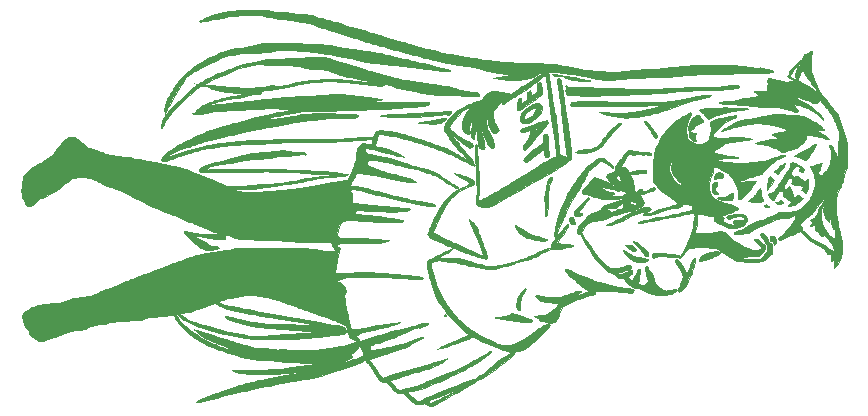
<source format=gbr>
%TF.GenerationSoftware,KiCad,Pcbnew,(5.1.6)-1*%
%TF.CreationDate,2021-05-08T17:44:37+05:30*%
%TF.ProjectId,CC CV Power Supply Rev 3,43432043-5620-4506-9f77-657220537570,rev?*%
%TF.SameCoordinates,Original*%
%TF.FileFunction,Legend,Bot*%
%TF.FilePolarity,Positive*%
%FSLAX46Y46*%
G04 Gerber Fmt 4.6, Leading zero omitted, Abs format (unit mm)*
G04 Created by KiCad (PCBNEW (5.1.6)-1) date 2021-05-08 17:44:37*
%MOMM*%
%LPD*%
G01*
G04 APERTURE LIST*
%ADD10C,0.010000*%
G04 APERTURE END LIST*
D10*
%TO.C,G\u002A\u002A\u002A*%
G36*
X161216008Y-108618724D02*
G01*
X161200862Y-108588400D01*
X161115128Y-108471690D01*
X160965379Y-108333924D01*
X160751899Y-108175339D01*
X160524550Y-108026845D01*
X160360851Y-107946271D01*
X160200744Y-107915761D01*
X160035725Y-107937092D01*
X159857292Y-108012043D01*
X159656941Y-108142390D01*
X159541733Y-108232278D01*
X159428536Y-108319601D01*
X159291885Y-108418064D01*
X159189713Y-108487509D01*
X158986937Y-108655282D01*
X158834113Y-108836914D01*
X158749304Y-108952690D01*
X158637409Y-109101214D01*
X158513706Y-109262384D01*
X158406146Y-109400061D01*
X158289845Y-109550385D01*
X158177128Y-109701255D01*
X158081245Y-109834632D01*
X158017916Y-109928551D01*
X157938225Y-110049728D01*
X157855653Y-110167795D01*
X157807613Y-110231962D01*
X157744960Y-110323234D01*
X157659966Y-110463470D01*
X157559136Y-110640351D01*
X157448975Y-110841558D01*
X157335990Y-111054773D01*
X157226686Y-111267675D01*
X157127567Y-111467945D01*
X157045141Y-111643265D01*
X156985911Y-111781316D01*
X156976538Y-111805733D01*
X156848300Y-112152001D01*
X156741672Y-112444354D01*
X156653680Y-112691989D01*
X156581353Y-112904106D01*
X156521716Y-113089903D01*
X156471799Y-113258580D01*
X156428628Y-113419336D01*
X156389229Y-113581369D01*
X156358188Y-113719200D01*
X156320550Y-113889296D01*
X156281532Y-114062904D01*
X156247819Y-114210361D01*
X156238503Y-114250329D01*
X156209276Y-114403941D01*
X156209699Y-114503291D01*
X156242684Y-114556352D01*
X156311148Y-114571094D01*
X156354398Y-114567338D01*
X156381705Y-114571991D01*
X156382539Y-114601889D01*
X156353487Y-114664434D01*
X156291135Y-114767027D01*
X156195435Y-114912067D01*
X156101565Y-115054199D01*
X156042147Y-115154058D01*
X156012481Y-115224645D01*
X156007870Y-115278958D01*
X156023614Y-115330000D01*
X156035577Y-115354382D01*
X156059065Y-115437369D01*
X156025053Y-115489288D01*
X155931352Y-115512416D01*
X155882044Y-115514133D01*
X155786402Y-115528216D01*
X155659551Y-115564953D01*
X155541684Y-115611012D01*
X155415636Y-115664434D01*
X155299516Y-115708547D01*
X155224209Y-115732196D01*
X155160651Y-115754815D01*
X155048864Y-115802007D01*
X154901287Y-115868227D01*
X154730360Y-115947927D01*
X154598516Y-116011176D01*
X154414860Y-116099437D01*
X154242262Y-116180734D01*
X154094205Y-116248840D01*
X153984173Y-116297525D01*
X153937640Y-116316475D01*
X153834821Y-116355186D01*
X153749041Y-116388348D01*
X153733600Y-116394514D01*
X153605134Y-116444277D01*
X153454122Y-116499562D01*
X153307329Y-116550837D01*
X153191519Y-116588569D01*
X153174800Y-116593545D01*
X153080954Y-116620770D01*
X152950927Y-116658492D01*
X152819200Y-116696706D01*
X152693522Y-116731077D01*
X152523443Y-116774719D01*
X152330677Y-116822187D01*
X152136938Y-116868036D01*
X152124934Y-116870807D01*
X151784146Y-116946692D01*
X151498196Y-117003786D01*
X151257117Y-117043009D01*
X151050945Y-117065282D01*
X150869716Y-117071525D01*
X150703464Y-117062660D01*
X150542225Y-117039608D01*
X150465454Y-117024158D01*
X150264371Y-116978852D01*
X150035094Y-116924552D01*
X149790436Y-116864553D01*
X149543209Y-116802151D01*
X149306223Y-116740640D01*
X149092290Y-116683314D01*
X148914222Y-116633470D01*
X148784831Y-116594400D01*
X148753252Y-116583824D01*
X148538217Y-116511501D01*
X148347917Y-116455750D01*
X148167880Y-116414504D01*
X147983632Y-116385698D01*
X147780699Y-116367263D01*
X147544607Y-116357133D01*
X147260883Y-116353242D01*
X147136555Y-116352969D01*
X146849583Y-116351450D01*
X146630269Y-116346922D01*
X146478615Y-116339384D01*
X146394624Y-116328837D01*
X146376206Y-116318049D01*
X146411135Y-116293509D01*
X146496874Y-116253780D01*
X146619851Y-116204705D01*
X146741784Y-116160612D01*
X146943627Y-116081277D01*
X147141271Y-115986745D01*
X147319156Y-115885777D01*
X147461720Y-115787135D01*
X147547476Y-115706976D01*
X147578187Y-115653437D01*
X147552350Y-115635537D01*
X147470869Y-115653040D01*
X147334650Y-115705711D01*
X147144597Y-115793315D01*
X147065198Y-115832350D01*
X146905862Y-115910984D01*
X146768214Y-115977518D01*
X146663497Y-116026626D01*
X146602954Y-116052982D01*
X146593109Y-116055999D01*
X146553105Y-116069696D01*
X146466984Y-116106262D01*
X146349531Y-116158917D01*
X146215526Y-116220878D01*
X146079753Y-116285362D01*
X145956992Y-116345586D01*
X145910400Y-116369250D01*
X145802555Y-116430966D01*
X145677924Y-116510840D01*
X145614067Y-116555219D01*
X145523209Y-116624636D01*
X145475232Y-116679624D01*
X145456635Y-116743290D01*
X145453866Y-116829351D01*
X145465315Y-116991858D01*
X145496186Y-117198998D01*
X145542964Y-117431672D01*
X145602130Y-117670782D01*
X145621677Y-117740590D01*
X145694301Y-117992948D01*
X145752580Y-118196689D01*
X145801099Y-118368227D01*
X145844445Y-118523978D01*
X145887204Y-118680357D01*
X145933964Y-118853781D01*
X145962863Y-118961682D01*
X146053063Y-119262022D01*
X146160441Y-119544941D01*
X146291028Y-119821355D01*
X146450854Y-120102178D01*
X146645950Y-120398328D01*
X146882348Y-120720720D01*
X147061489Y-120950116D01*
X147202815Y-121119920D01*
X147374548Y-121314004D01*
X147567820Y-121523413D01*
X147773765Y-121739193D01*
X147983514Y-121952389D01*
X148188200Y-122154046D01*
X148378956Y-122335210D01*
X148546914Y-122486924D01*
X148683206Y-122600234D01*
X148729800Y-122634872D01*
X148839502Y-122716486D01*
X148923917Y-122787486D01*
X148970278Y-122836761D01*
X148975333Y-122848518D01*
X148947839Y-122878167D01*
X148878511Y-122925043D01*
X148787085Y-122978137D01*
X148693296Y-123026439D01*
X148616877Y-123058941D01*
X148584762Y-123066399D01*
X148549966Y-123079034D01*
X148462882Y-123114184D01*
X148333494Y-123167717D01*
X148171785Y-123235503D01*
X147987740Y-123313410D01*
X147984554Y-123314765D01*
X147776069Y-123402991D01*
X147566740Y-123490804D01*
X147373352Y-123571216D01*
X147212690Y-123637242D01*
X147122857Y-123673477D01*
X146972523Y-123737643D01*
X146825138Y-123807932D01*
X146708148Y-123871105D01*
X146689881Y-123882312D01*
X146597464Y-123937356D01*
X146526663Y-123973102D01*
X146501891Y-123980799D01*
X146470142Y-124006607D01*
X146469200Y-124014666D01*
X146471963Y-124035158D01*
X146488769Y-124044714D01*
X146532398Y-124042581D01*
X146615628Y-124028006D01*
X146751236Y-124000235D01*
X146765915Y-123997174D01*
X146917390Y-123962226D01*
X147079596Y-123917560D01*
X147260764Y-123860273D01*
X147469124Y-123787468D01*
X147712905Y-123696243D01*
X148000339Y-123583698D01*
X148339656Y-123446935D01*
X148416533Y-123415577D01*
X148694769Y-123302640D01*
X148916893Y-123214279D01*
X149088997Y-123148261D01*
X149217169Y-123102348D01*
X149307501Y-123074306D01*
X149366081Y-123061900D01*
X149382924Y-123060815D01*
X149431710Y-123077171D01*
X149524729Y-123121359D01*
X149648100Y-123186410D01*
X149772390Y-123256328D01*
X149999788Y-123379238D01*
X150246507Y-123494540D01*
X150528113Y-123608989D01*
X150860172Y-123729339D01*
X150871455Y-123733242D01*
X150979072Y-123773696D01*
X151117188Y-123830000D01*
X151264003Y-123892773D01*
X151397716Y-123952632D01*
X151496525Y-124000198D01*
X151515896Y-124010552D01*
X151561019Y-124027960D01*
X151655736Y-124059842D01*
X151785846Y-124101806D01*
X151937148Y-124149462D01*
X152095444Y-124198420D01*
X152246532Y-124244289D01*
X152376213Y-124282678D01*
X152470286Y-124309197D01*
X152514551Y-124319456D01*
X152514987Y-124319466D01*
X152529767Y-124346901D01*
X152531334Y-124367256D01*
X152501465Y-124429231D01*
X152419083Y-124506980D01*
X152295022Y-124592297D01*
X152140115Y-124676981D01*
X152092349Y-124699618D01*
X151963434Y-124759589D01*
X151843461Y-124816871D01*
X151763232Y-124856626D01*
X151676763Y-124911291D01*
X151551707Y-125003795D01*
X151398598Y-125125339D01*
X151227968Y-125267123D01*
X151050348Y-125420347D01*
X150876273Y-125576212D01*
X150716273Y-125725917D01*
X150675816Y-125765154D01*
X150530510Y-125901662D01*
X150376226Y-126033962D01*
X150201606Y-126170823D01*
X149995290Y-126321019D01*
X149745917Y-126493321D01*
X149642415Y-126563121D01*
X149546803Y-126617051D01*
X149484384Y-126630724D01*
X149472202Y-126624815D01*
X149417576Y-126611893D01*
X149385854Y-126623227D01*
X149326619Y-126648812D01*
X149225365Y-126686575D01*
X149110800Y-126726048D01*
X148996857Y-126767014D01*
X148839903Y-126827784D01*
X148658896Y-126900818D01*
X148472795Y-126978578D01*
X148433467Y-126995393D01*
X147929834Y-127206869D01*
X147375902Y-127430593D01*
X146786612Y-127660604D01*
X146367600Y-127819709D01*
X146024104Y-127950062D01*
X145738415Y-128061707D01*
X145504094Y-128157400D01*
X145314707Y-128239898D01*
X145163816Y-128311957D01*
X145044985Y-128376333D01*
X144991891Y-128408866D01*
X144880249Y-128475072D01*
X144788627Y-128509369D01*
X144703716Y-128508531D01*
X144612205Y-128469333D01*
X144500785Y-128388549D01*
X144356146Y-128262954D01*
X144343778Y-128251810D01*
X144138225Y-128063260D01*
X143985485Y-127916167D01*
X143885145Y-127810102D01*
X143836792Y-127744636D01*
X143834262Y-127722049D01*
X143873710Y-127707570D01*
X143964102Y-127684251D01*
X144089847Y-127655933D01*
X144170614Y-127639178D01*
X144664206Y-127521937D01*
X145197175Y-127361870D01*
X145759287Y-127162261D01*
X146181333Y-126993805D01*
X146347699Y-126924375D01*
X146516103Y-126854079D01*
X146661336Y-126793439D01*
X146723200Y-126767601D01*
X146847234Y-126712715D01*
X147019738Y-126632066D01*
X147229224Y-126531400D01*
X147464204Y-126416462D01*
X147713188Y-126292995D01*
X147964688Y-126166746D01*
X148207215Y-126043459D01*
X148429281Y-125928878D01*
X148619397Y-125828749D01*
X148766075Y-125748816D01*
X148806000Y-125726109D01*
X148986290Y-125624021D01*
X149191702Y-125511099D01*
X149387527Y-125406326D01*
X149455313Y-125370994D01*
X149590717Y-125299111D01*
X149703009Y-125235680D01*
X149778773Y-125188515D01*
X149804008Y-125167846D01*
X149842126Y-125134819D01*
X149922463Y-125080180D01*
X150028122Y-125015375D01*
X150035229Y-125011220D01*
X150221885Y-124894918D01*
X150407770Y-124765751D01*
X150581300Y-124633033D01*
X150730890Y-124506074D01*
X150844956Y-124394187D01*
X150911913Y-124306683D01*
X150912061Y-124306413D01*
X150921590Y-124261558D01*
X150879384Y-124258060D01*
X150786848Y-124295279D01*
X150645388Y-124372573D01*
X150456410Y-124489301D01*
X150330000Y-124571887D01*
X150172068Y-124671615D01*
X149969113Y-124792083D01*
X149736983Y-124924323D01*
X149491526Y-125059366D01*
X149248589Y-125188243D01*
X149163117Y-125232262D01*
X148952301Y-125340485D01*
X148757550Y-125441682D01*
X148588334Y-125530834D01*
X148454120Y-125602925D01*
X148364377Y-125652938D01*
X148333384Y-125671916D01*
X148262826Y-125711351D01*
X148149018Y-125764549D01*
X148012381Y-125822166D01*
X147959333Y-125843040D01*
X147649686Y-125962513D01*
X147393863Y-126061694D01*
X147182364Y-126144336D01*
X147005693Y-126214189D01*
X146854351Y-126275008D01*
X146718839Y-126330544D01*
X146604667Y-126378225D01*
X146183421Y-126555052D01*
X145817679Y-126707258D01*
X145500863Y-126837307D01*
X145226392Y-126947662D01*
X144987689Y-127040786D01*
X144778174Y-127119143D01*
X144591269Y-127185196D01*
X144420395Y-127241408D01*
X144258973Y-127290242D01*
X144100424Y-127334163D01*
X143946133Y-127373663D01*
X143697654Y-127435208D01*
X143506065Y-127482010D01*
X143362432Y-127515285D01*
X143257818Y-127536253D01*
X143183290Y-127546131D01*
X143129911Y-127546140D01*
X143088747Y-127537496D01*
X143050862Y-127521418D01*
X143011295Y-127501145D01*
X142916926Y-127436850D01*
X142812944Y-127342365D01*
X142754269Y-127277122D01*
X142655526Y-127158330D01*
X142548403Y-127033443D01*
X142498333Y-126976702D01*
X142428169Y-126890491D01*
X142382046Y-126818672D01*
X142371333Y-126787822D01*
X142402975Y-126753116D01*
X142492337Y-126707617D01*
X142631075Y-126655472D01*
X142650733Y-126648936D01*
X142811959Y-126595141D01*
X143004569Y-126529615D01*
X143196162Y-126463417D01*
X143268800Y-126437980D01*
X143382656Y-126398654D01*
X143500111Y-126359898D01*
X143630216Y-126319030D01*
X143782020Y-126273368D01*
X143964576Y-126220229D01*
X144186933Y-126156931D01*
X144458143Y-126080792D01*
X144725067Y-126006413D01*
X145088160Y-125900267D01*
X145445218Y-125786097D01*
X145783435Y-125668492D01*
X146090008Y-125552042D01*
X146352130Y-125441336D01*
X146504363Y-125368672D01*
X146611592Y-125309070D01*
X146728402Y-125236403D01*
X146843542Y-125158839D01*
X146945759Y-125084545D01*
X147023803Y-125021687D01*
X147066423Y-124978434D01*
X147063317Y-124962933D01*
X146994966Y-124971818D01*
X146878908Y-124995556D01*
X146732382Y-125029765D01*
X146572626Y-125070067D01*
X146416881Y-125112083D01*
X146282384Y-125151431D01*
X146186375Y-125183734D01*
X146172859Y-125189152D01*
X146050365Y-125234962D01*
X145871208Y-125293956D01*
X145644575Y-125363454D01*
X145379652Y-125440777D01*
X145085625Y-125523246D01*
X144771682Y-125608182D01*
X144447008Y-125692903D01*
X144437200Y-125695413D01*
X143897284Y-125838803D01*
X143416237Y-125978027D01*
X142985530Y-126115670D01*
X142608400Y-126249884D01*
X142203492Y-126387598D01*
X141775639Y-126508281D01*
X141706436Y-126492068D01*
X141610408Y-126415723D01*
X141488925Y-126280698D01*
X141343359Y-126088447D01*
X141244245Y-125945066D01*
X141149121Y-125807358D01*
X141050083Y-125670098D01*
X140965402Y-125558485D01*
X140949532Y-125538666D01*
X140825342Y-125380682D01*
X140718865Y-125235038D01*
X140636120Y-125110924D01*
X140583130Y-125017531D01*
X140565914Y-124964049D01*
X140568598Y-124957189D01*
X140614860Y-124936226D01*
X140705026Y-124911148D01*
X140780344Y-124895058D01*
X140923773Y-124857037D01*
X141071612Y-124801675D01*
X141125664Y-124776022D01*
X141228993Y-124728018D01*
X141316610Y-124697603D01*
X141350194Y-124692000D01*
X141417658Y-124679977D01*
X141518701Y-124649324D01*
X141579417Y-124626994D01*
X141672676Y-124592699D01*
X141813353Y-124543878D01*
X141984265Y-124486372D01*
X142168229Y-124426020D01*
X142218933Y-124409664D01*
X142439677Y-124337952D01*
X142693533Y-124254230D01*
X142949640Y-124168741D01*
X143177137Y-124091728D01*
X143184133Y-124089335D01*
X143370595Y-124026250D01*
X143548735Y-123967250D01*
X143702069Y-123917707D01*
X143814114Y-123882993D01*
X143842231Y-123874864D01*
X143975735Y-123821701D01*
X144054771Y-123748847D01*
X144060982Y-123738755D01*
X144124618Y-123670839D01*
X144233184Y-123594772D01*
X144366874Y-123522321D01*
X144505879Y-123465256D01*
X144538800Y-123454872D01*
X144629660Y-123416421D01*
X144712710Y-123367220D01*
X144799135Y-123315264D01*
X144912120Y-123258110D01*
X144958243Y-123237400D01*
X145062309Y-123182736D01*
X145109319Y-123129496D01*
X145114533Y-123101470D01*
X145090220Y-123045654D01*
X145017123Y-123036084D01*
X144895010Y-123072782D01*
X144764441Y-123134133D01*
X144656325Y-123186781D01*
X144568234Y-123223500D01*
X144523042Y-123235733D01*
X144467187Y-123249839D01*
X144377780Y-123285581D01*
X144330334Y-123307706D01*
X144208732Y-123366845D01*
X144126272Y-123404961D01*
X144061292Y-123430877D01*
X143992129Y-123453414D01*
X143920733Y-123474498D01*
X143828156Y-123506376D01*
X143770004Y-123535741D01*
X143759867Y-123547926D01*
X143730409Y-123566522D01*
X143659443Y-123574398D01*
X143658267Y-123574399D01*
X143586930Y-123584209D01*
X143556675Y-123607845D01*
X143556667Y-123608266D01*
X143526651Y-123629603D01*
X143451795Y-123641345D01*
X143423199Y-123642133D01*
X143333021Y-123650005D01*
X143275219Y-123669559D01*
X143268800Y-123675999D01*
X143222920Y-123700595D01*
X143150267Y-123709866D01*
X143072804Y-123720511D01*
X143031734Y-123743733D01*
X142986618Y-123766799D01*
X142904850Y-123777506D01*
X142896267Y-123777599D01*
X142813355Y-123785730D01*
X142764805Y-123805541D01*
X142763011Y-123807889D01*
X142720062Y-123832141D01*
X142637710Y-123853591D01*
X142617079Y-123856999D01*
X142394609Y-123890483D01*
X142225018Y-123917639D01*
X142094049Y-123941108D01*
X141987445Y-123963530D01*
X141890948Y-123987547D01*
X141846400Y-123999753D01*
X141701690Y-124036873D01*
X141551545Y-124070158D01*
X141473867Y-124084683D01*
X141334860Y-124108400D01*
X141192021Y-124133859D01*
X141152133Y-124141231D01*
X141016027Y-124156579D01*
X140871118Y-124158586D01*
X140841655Y-124156772D01*
X140740224Y-124142665D01*
X140683179Y-124113313D01*
X140647209Y-124055712D01*
X140643085Y-124046002D01*
X140618199Y-123939307D01*
X140629709Y-123847426D01*
X140672777Y-123788940D01*
X140712972Y-123777599D01*
X140795284Y-123759968D01*
X140887219Y-123718633D01*
X140948933Y-123672211D01*
X140996915Y-123650347D01*
X141103793Y-123624416D01*
X141261000Y-123596360D01*
X141330146Y-123585837D01*
X141417415Y-123566416D01*
X141471438Y-123542046D01*
X141476078Y-123536955D01*
X141521427Y-123512351D01*
X141566816Y-123506666D01*
X141645955Y-123484615D01*
X141708751Y-123443730D01*
X141775248Y-123405159D01*
X141885621Y-123361933D01*
X142017337Y-123322735D01*
X142032667Y-123318919D01*
X142158246Y-123285900D01*
X142258572Y-123255041D01*
X142314889Y-123232205D01*
X142318840Y-123229455D01*
X142376289Y-123207135D01*
X142426908Y-123201866D01*
X142495911Y-123188312D01*
X142523734Y-123167999D01*
X142570416Y-123141784D01*
X142627332Y-123134133D01*
X142690016Y-123122285D01*
X142710000Y-123100266D01*
X142738365Y-123072750D01*
X142777733Y-123066399D01*
X142832766Y-123052217D01*
X142845467Y-123032533D01*
X142873462Y-123003394D01*
X142904733Y-122997809D01*
X142960565Y-122982920D01*
X143058847Y-122943900D01*
X143181991Y-122887973D01*
X143234560Y-122862342D01*
X143359777Y-122802121D01*
X143464013Y-122755813D01*
X143531084Y-122730449D01*
X143544387Y-122727733D01*
X143593070Y-122712853D01*
X143681006Y-122674065D01*
X143776800Y-122626133D01*
X143883208Y-122573324D01*
X143968731Y-122536587D01*
X144010968Y-122524533D01*
X144062190Y-122510633D01*
X144151455Y-122474758D01*
X144228227Y-122439513D01*
X144449845Y-122338229D01*
X144617333Y-122274518D01*
X144732527Y-122247803D01*
X144797263Y-122257507D01*
X144800071Y-122259634D01*
X144833644Y-122277735D01*
X144879263Y-122275384D01*
X144951841Y-122248565D01*
X145066287Y-122193264D01*
X145088674Y-122181915D01*
X145173874Y-122156035D01*
X145216133Y-122151999D01*
X145304922Y-122136891D01*
X145343593Y-122121777D01*
X145419401Y-122086588D01*
X145495533Y-122054770D01*
X145565361Y-122004599D01*
X145587983Y-121941018D01*
X145560453Y-121884887D01*
X145522414Y-121864603D01*
X145430145Y-121858475D01*
X145280699Y-121878778D01*
X145078779Y-121924401D01*
X144829090Y-121994233D01*
X144536336Y-122087164D01*
X144434945Y-122121388D01*
X144315251Y-122157178D01*
X144208082Y-122180591D01*
X144157544Y-122185866D01*
X144083406Y-122197514D01*
X144047733Y-122219733D01*
X144001853Y-122244329D01*
X143929200Y-122253599D01*
X143851737Y-122264245D01*
X143810667Y-122287466D01*
X143766193Y-122309251D01*
X143682189Y-122320783D01*
X143658267Y-122321333D01*
X143569417Y-122328454D01*
X143513674Y-122346115D01*
X143508078Y-122351622D01*
X143465407Y-122375450D01*
X143382163Y-122397521D01*
X143353679Y-122402422D01*
X143222479Y-122422256D01*
X143089246Y-122442397D01*
X143082321Y-122443444D01*
X142992207Y-122463305D01*
X142934738Y-122487531D01*
X142927923Y-122494244D01*
X142884716Y-122514274D01*
X142802746Y-122524275D01*
X142786606Y-122524533D01*
X142751997Y-122524323D01*
X142721306Y-122524991D01*
X142687796Y-122528477D01*
X142644728Y-122536727D01*
X142585366Y-122551682D01*
X142502971Y-122575285D01*
X142390807Y-122609481D01*
X142242137Y-122656211D01*
X142050222Y-122717420D01*
X141808325Y-122795049D01*
X141509710Y-122891042D01*
X141456933Y-122908005D01*
X141098643Y-123022817D01*
X140798666Y-123118133D01*
X140551020Y-123195752D01*
X140349719Y-123257476D01*
X140188779Y-123305104D01*
X140062217Y-123340436D01*
X139964047Y-123365273D01*
X139888287Y-123381415D01*
X139875659Y-123383695D01*
X139798341Y-123388368D01*
X139746110Y-123358015D01*
X139699973Y-123293177D01*
X139627933Y-123193455D01*
X139547647Y-123104206D01*
X139545580Y-123102252D01*
X139487138Y-123037146D01*
X139459202Y-122985965D01*
X139458800Y-122981845D01*
X139489553Y-122929706D01*
X139573452Y-122867503D01*
X139697956Y-122801698D01*
X139850524Y-122738752D01*
X140018615Y-122685126D01*
X140051467Y-122676475D01*
X140185455Y-122643663D01*
X140368151Y-122600629D01*
X140582049Y-122551408D01*
X140809642Y-122500035D01*
X140999733Y-122457921D01*
X141228617Y-122407198D01*
X141461810Y-122354621D01*
X141680821Y-122304422D01*
X141867159Y-122260833D01*
X141981867Y-122233172D01*
X142117491Y-122197320D01*
X142274309Y-122152056D01*
X142443055Y-122100531D01*
X142614461Y-122045894D01*
X142779259Y-121991294D01*
X142928183Y-121939882D01*
X143051964Y-121894807D01*
X143141337Y-121859217D01*
X143187033Y-121836264D01*
X143179785Y-121829097D01*
X143167200Y-121830322D01*
X143075146Y-121840783D01*
X142937532Y-121854493D01*
X142776320Y-121869322D01*
X142676133Y-121877976D01*
X142462799Y-121900484D01*
X142197007Y-121935748D01*
X141892324Y-121981411D01*
X141562319Y-122035119D01*
X141220561Y-122094517D01*
X140880617Y-122157248D01*
X140556055Y-122220959D01*
X140260443Y-122283293D01*
X140016297Y-122339698D01*
X139748887Y-122395452D01*
X139526237Y-122418774D01*
X139333906Y-122410143D01*
X139157451Y-122370035D01*
X139151897Y-122368235D01*
X139048481Y-122327989D01*
X138997535Y-122287892D01*
X138984667Y-122240554D01*
X138975804Y-122173434D01*
X138952407Y-122063524D01*
X138919260Y-121932952D01*
X138914105Y-121914252D01*
X138871839Y-121748380D01*
X138828835Y-121556943D01*
X138794399Y-121381361D01*
X138794374Y-121381221D01*
X138761529Y-121215045D01*
X138721523Y-121041819D01*
X138682681Y-120897435D01*
X138680472Y-120890154D01*
X138647367Y-120759755D01*
X138610461Y-120576839D01*
X138572245Y-120356333D01*
X138535214Y-120113159D01*
X138501861Y-119862243D01*
X138485911Y-119725648D01*
X138495889Y-119553745D01*
X138546264Y-119377276D01*
X138586938Y-119256661D01*
X138603207Y-119171844D01*
X138597568Y-119096461D01*
X138579457Y-119026883D01*
X138526029Y-118920183D01*
X138430172Y-118792253D01*
X138306663Y-118658123D01*
X138170284Y-118532826D01*
X138035811Y-118431392D01*
X137942141Y-118378683D01*
X137862799Y-118336163D01*
X137823146Y-118300568D01*
X137823610Y-118288253D01*
X137869333Y-118263966D01*
X137963916Y-118225530D01*
X138091406Y-118178480D01*
X138235853Y-118128351D01*
X138381305Y-118080676D01*
X138511811Y-118040990D01*
X138611420Y-118014828D01*
X138612133Y-118014670D01*
X138692950Y-118004607D01*
X138833187Y-117995855D01*
X139024543Y-117988425D01*
X139258716Y-117982325D01*
X139527406Y-117977566D01*
X139822312Y-117974158D01*
X140135132Y-117972110D01*
X140457566Y-117971431D01*
X140781312Y-117972133D01*
X141098070Y-117974224D01*
X141399538Y-117977714D01*
X141677416Y-117982613D01*
X141923403Y-117988931D01*
X142129196Y-117996678D01*
X142286496Y-118005863D01*
X142337467Y-118010288D01*
X142674790Y-118041940D01*
X143019586Y-118070217D01*
X143363331Y-118094731D01*
X143697497Y-118115095D01*
X144013561Y-118130921D01*
X144302996Y-118141821D01*
X144557276Y-118147407D01*
X144767877Y-118147291D01*
X144926271Y-118141087D01*
X145008204Y-118131751D01*
X145155875Y-118104673D01*
X145023793Y-118030439D01*
X144961915Y-118000450D01*
X144884692Y-117973027D01*
X144786414Y-117947381D01*
X144661371Y-117922723D01*
X144503855Y-117898262D01*
X144308155Y-117873212D01*
X144068563Y-117846781D01*
X143779368Y-117818182D01*
X143434860Y-117786624D01*
X143029332Y-117751319D01*
X142964000Y-117745746D01*
X142783625Y-117732684D01*
X142559120Y-117719880D01*
X142314085Y-117708495D01*
X142072118Y-117699689D01*
X141968954Y-117696839D01*
X141751541Y-117688850D01*
X141534910Y-117676123D01*
X141337709Y-117660084D01*
X141178585Y-117642155D01*
X141110079Y-117631261D01*
X140899340Y-117603324D01*
X140623737Y-117586932D01*
X140285153Y-117582093D01*
X139885468Y-117588816D01*
X139426565Y-117607111D01*
X139154000Y-117621851D01*
X138913257Y-117634856D01*
X138666946Y-117646259D01*
X138433622Y-117655332D01*
X138231842Y-117661351D01*
X138087200Y-117663575D01*
X137933896Y-117664193D01*
X137823621Y-117658907D01*
X137751527Y-117638560D01*
X137712771Y-117593994D01*
X137702506Y-117516052D01*
X137715886Y-117395575D01*
X137748067Y-117223407D01*
X137777137Y-117077586D01*
X137811537Y-116901519D01*
X137842911Y-116736918D01*
X137867850Y-116601933D01*
X137882942Y-116514715D01*
X137883180Y-116513199D01*
X137904135Y-116412975D01*
X137939326Y-116276857D01*
X137981401Y-116133151D01*
X137984353Y-116123733D01*
X138044101Y-115904275D01*
X138074987Y-115720822D01*
X138076745Y-115580043D01*
X138049107Y-115488607D01*
X138011000Y-115457122D01*
X137930415Y-115414231D01*
X137868960Y-115357007D01*
X137835537Y-115299874D01*
X137839048Y-115257252D01*
X137878956Y-115243199D01*
X137933291Y-115228133D01*
X138022385Y-115189575D01*
X138083641Y-115158696D01*
X138188185Y-115108957D01*
X138268475Y-115091494D01*
X138356491Y-115100828D01*
X138385019Y-115107068D01*
X138450812Y-115114513D01*
X138576175Y-115121359D01*
X138752945Y-115127421D01*
X138972958Y-115132516D01*
X139228052Y-115136458D01*
X139510064Y-115139062D01*
X139810831Y-115140145D01*
X139848267Y-115140164D01*
X140246936Y-115139330D01*
X140585367Y-115136308D01*
X140871038Y-115130532D01*
X141111423Y-115121440D01*
X141314001Y-115108466D01*
X141486247Y-115091046D01*
X141635637Y-115068616D01*
X141769648Y-115040611D01*
X141895757Y-115006467D01*
X141981867Y-114979102D01*
X142100557Y-114940412D01*
X142201440Y-114909226D01*
X142252800Y-114894860D01*
X142256810Y-114886369D01*
X142204245Y-114879218D01*
X142106265Y-114874833D01*
X142094035Y-114874595D01*
X141931347Y-114864328D01*
X141755317Y-114842141D01*
X141653768Y-114823354D01*
X141505709Y-114799351D01*
X141293362Y-114778245D01*
X141020117Y-114760174D01*
X140689362Y-114745279D01*
X140304489Y-114733698D01*
X139868885Y-114725572D01*
X139385940Y-114721040D01*
X139147330Y-114720198D01*
X138829069Y-114718560D01*
X138559521Y-114714957D01*
X138342557Y-114709516D01*
X138182050Y-114702362D01*
X138081870Y-114693621D01*
X138046401Y-114684400D01*
X138007585Y-114639158D01*
X137944224Y-114567580D01*
X137922442Y-114543292D01*
X137825943Y-114436052D01*
X137968280Y-113991342D01*
X138055418Y-113739601D01*
X138136556Y-113546768D01*
X138210056Y-113416681D01*
X138218595Y-113405062D01*
X138277766Y-113333039D01*
X138334395Y-113285912D01*
X138408241Y-113253454D01*
X138519062Y-113225437D01*
X138596354Y-113209529D01*
X138753061Y-113183560D01*
X138906753Y-113171577D01*
X139082366Y-113172534D01*
X139255600Y-113181931D01*
X139966952Y-113228428D01*
X140611211Y-113267066D01*
X141188560Y-113297848D01*
X141699180Y-113320781D01*
X142143254Y-113335869D01*
X142520964Y-113343117D01*
X142832492Y-113342531D01*
X143078020Y-113334116D01*
X143257732Y-113317876D01*
X143359263Y-113297810D01*
X143446078Y-113270539D01*
X143475587Y-113251508D01*
X143455599Y-113230307D01*
X143423360Y-113212355D01*
X143332194Y-113177639D01*
X143188106Y-113139476D01*
X143005609Y-113100729D01*
X142799220Y-113064261D01*
X142583454Y-113032935D01*
X142416441Y-113013759D01*
X142264411Y-112996005D01*
X142132899Y-112975853D01*
X142039745Y-112956289D01*
X142008657Y-112945541D01*
X141970224Y-112931510D01*
X141902998Y-112916752D01*
X141801135Y-112900549D01*
X141658789Y-112882183D01*
X141470117Y-112860936D01*
X141229272Y-112836089D01*
X140930409Y-112806925D01*
X140711867Y-112786214D01*
X140376691Y-112752575D01*
X140079560Y-112718434D01*
X139825812Y-112684604D01*
X139620781Y-112651899D01*
X139469806Y-112621133D01*
X139378223Y-112593118D01*
X139355321Y-112579401D01*
X139355354Y-112534921D01*
X139410461Y-112463441D01*
X139424119Y-112449980D01*
X139470233Y-112408043D01*
X139513831Y-112380609D01*
X139569706Y-112364906D01*
X139652655Y-112358168D01*
X139777471Y-112357623D01*
X139906942Y-112359604D01*
X140049956Y-112363572D01*
X140245776Y-112371149D01*
X140479610Y-112381646D01*
X140736666Y-112394378D01*
X141002153Y-112408656D01*
X141169067Y-112418253D01*
X141509564Y-112435446D01*
X141857474Y-112447632D01*
X142203728Y-112454898D01*
X142539258Y-112457328D01*
X142854995Y-112455010D01*
X143141874Y-112448027D01*
X143390824Y-112436468D01*
X143592778Y-112420417D01*
X143738669Y-112399960D01*
X143767450Y-112393648D01*
X143913832Y-112350629D01*
X143997096Y-112307528D01*
X144021774Y-112260899D01*
X144000456Y-112216378D01*
X143980000Y-112198272D01*
X143946298Y-112182981D01*
X143891425Y-112169490D01*
X143807456Y-112156780D01*
X143686465Y-112143836D01*
X143520525Y-112129640D01*
X143301711Y-112113177D01*
X143065600Y-112096457D01*
X142846963Y-112080443D01*
X142608551Y-112061732D01*
X142380133Y-112042725D01*
X142202000Y-112026814D01*
X141996465Y-112007676D01*
X141768192Y-111986682D01*
X141552879Y-111967105D01*
X141456933Y-111958486D01*
X141136578Y-111929759D01*
X140872292Y-111905698D01*
X140652664Y-111885147D01*
X140466280Y-111866951D01*
X140301728Y-111849953D01*
X140147596Y-111832999D01*
X139992470Y-111814933D01*
X139824937Y-111794599D01*
X139763600Y-111787022D01*
X139572427Y-111762706D01*
X139401643Y-111739804D01*
X139263994Y-111720118D01*
X139172222Y-111705448D01*
X139142582Y-111699273D01*
X139109137Y-111681962D01*
X139094461Y-111644911D01*
X139095976Y-111571453D01*
X139107499Y-111472314D01*
X139127863Y-111257647D01*
X139123984Y-111091128D01*
X139093705Y-110956876D01*
X139034873Y-110839008D01*
X139018195Y-110814143D01*
X138961082Y-110729760D01*
X138924361Y-110670427D01*
X138916933Y-110654146D01*
X138943771Y-110630317D01*
X139009788Y-110591190D01*
X139024094Y-110583657D01*
X139092907Y-110556824D01*
X139175829Y-110543508D01*
X139280108Y-110544929D01*
X139412992Y-110562307D01*
X139581726Y-110596862D01*
X139793559Y-110649814D01*
X140055737Y-110722382D01*
X140339333Y-110805061D01*
X140565814Y-110871726D01*
X140738980Y-110921579D01*
X140870271Y-110957665D01*
X140971130Y-110983028D01*
X141052998Y-111000713D01*
X141118267Y-111012317D01*
X141266095Y-111038613D01*
X141453748Y-111075587D01*
X141668893Y-111120448D01*
X141899194Y-111170404D01*
X142132317Y-111222662D01*
X142355928Y-111274431D01*
X142557692Y-111322919D01*
X142725276Y-111365334D01*
X142846343Y-111398884D01*
X142892207Y-111413849D01*
X143030639Y-111461036D01*
X143172187Y-111502880D01*
X143247807Y-111521671D01*
X143459357Y-111567275D01*
X143632652Y-111603736D01*
X143795497Y-111636859D01*
X143878400Y-111653333D01*
X144018104Y-111681330D01*
X144156405Y-111709680D01*
X144225533Y-111724200D01*
X144419966Y-111765508D01*
X144565604Y-111795791D01*
X144679829Y-111818477D01*
X144780020Y-111836990D01*
X144883559Y-111854756D01*
X144911333Y-111859372D01*
X145064857Y-111884967D01*
X145225752Y-111912086D01*
X145317733Y-111927758D01*
X145440048Y-111944898D01*
X145600616Y-111962222D01*
X145770036Y-111976660D01*
X145816788Y-111979879D01*
X145966583Y-111987990D01*
X146062214Y-111988029D01*
X146116917Y-111978604D01*
X146143932Y-111958326D01*
X146150776Y-111944787D01*
X146149947Y-111870785D01*
X146088319Y-111815361D01*
X145971347Y-111783004D01*
X145951324Y-111780617D01*
X145864512Y-111768557D01*
X145728803Y-111746121D01*
X145561691Y-111716344D01*
X145380671Y-111682261D01*
X145351600Y-111676613D01*
X145155909Y-111639480D01*
X144957669Y-111603676D01*
X144779574Y-111573194D01*
X144644320Y-111552027D01*
X144640400Y-111551470D01*
X144510524Y-111531510D01*
X144382536Y-111507791D01*
X144241698Y-111476965D01*
X144073266Y-111435690D01*
X143862500Y-111380620D01*
X143726000Y-111343997D01*
X143585003Y-111306641D01*
X143453288Y-111272932D01*
X143357946Y-111249794D01*
X143353467Y-111248779D01*
X143187658Y-111210521D01*
X142974548Y-111159873D01*
X142724888Y-111099518D01*
X142449429Y-111032138D01*
X142158924Y-110960415D01*
X141864124Y-110887031D01*
X141575783Y-110814668D01*
X141304650Y-110746009D01*
X141061479Y-110683735D01*
X140857020Y-110630528D01*
X140702027Y-110589071D01*
X140644133Y-110572929D01*
X140380168Y-110497735D01*
X140170682Y-110439190D01*
X140005074Y-110395180D01*
X139872740Y-110363592D01*
X139763077Y-110342316D01*
X139665482Y-110329237D01*
X139569351Y-110322245D01*
X139464083Y-110319226D01*
X139365741Y-110318249D01*
X139174550Y-110313729D01*
X139049793Y-110303222D01*
X138990427Y-110286617D01*
X138984741Y-110277782D01*
X138998290Y-110217336D01*
X139034090Y-110114567D01*
X139084674Y-109988019D01*
X139142574Y-109856235D01*
X139200324Y-109737759D01*
X139208164Y-109722933D01*
X139272901Y-109600755D01*
X139346175Y-109460662D01*
X139381339Y-109392733D01*
X139437588Y-109291479D01*
X139484399Y-109237019D01*
X139539352Y-109214034D01*
X139592855Y-109208428D01*
X139691986Y-109204420D01*
X139778758Y-109205655D01*
X139874550Y-109213733D01*
X140000740Y-109230251D01*
X140119200Y-109247781D01*
X140222935Y-109263192D01*
X140323412Y-109277399D01*
X140432489Y-109291896D01*
X140562020Y-109308173D01*
X140723864Y-109327723D01*
X140929875Y-109352036D01*
X141177533Y-109380933D01*
X141327619Y-109404498D01*
X141512637Y-109442400D01*
X141703021Y-109488294D01*
X141795600Y-109513577D01*
X142147722Y-109606764D01*
X142548378Y-109699017D01*
X142978440Y-109786313D01*
X143418778Y-109864628D01*
X143607467Y-109894686D01*
X143754860Y-109918388D01*
X143907104Y-109944537D01*
X143980000Y-109957840D01*
X144115620Y-109976766D01*
X144272067Y-109989269D01*
X144349970Y-109991847D01*
X144550607Y-109993866D01*
X144471339Y-109909490D01*
X144395180Y-109853281D01*
X144267978Y-109786309D01*
X144104258Y-109714808D01*
X143918543Y-109645014D01*
X143725358Y-109583161D01*
X143683594Y-109571320D01*
X143575827Y-109541319D01*
X143425440Y-109499165D01*
X143254974Y-109451187D01*
X143133333Y-109416837D01*
X142971627Y-109372330D01*
X142764633Y-109317186D01*
X142532880Y-109256775D01*
X142296896Y-109196465D01*
X142151200Y-109159923D01*
X141945352Y-109106524D01*
X141751554Y-109052173D01*
X141583796Y-109001100D01*
X141456067Y-108957537D01*
X141389200Y-108929460D01*
X141266121Y-108871628D01*
X141139653Y-108820941D01*
X141101333Y-108807916D01*
X140999631Y-108770960D01*
X140873376Y-108718103D01*
X140738706Y-108657021D01*
X140611759Y-108595390D01*
X140508671Y-108540884D01*
X140445582Y-108501179D01*
X140435060Y-108491015D01*
X140413840Y-108437008D01*
X140392101Y-108349478D01*
X140389766Y-108337462D01*
X140382047Y-108249116D01*
X140410390Y-108188773D01*
X140463373Y-108140700D01*
X140564007Y-108087171D01*
X140699364Y-108064527D01*
X140879098Y-108072047D01*
X141048495Y-108096989D01*
X141520674Y-108184479D01*
X141996832Y-108279130D01*
X142457694Y-108376892D01*
X142883980Y-108473715D01*
X143150267Y-108538459D01*
X143423012Y-108606959D01*
X143637957Y-108660743D01*
X143802995Y-108701590D01*
X143926021Y-108731280D01*
X144014929Y-108751593D01*
X144077613Y-108764308D01*
X144121966Y-108771204D01*
X144155882Y-108774062D01*
X144187255Y-108774661D01*
X144198036Y-108774666D01*
X144330735Y-108786846D01*
X144506753Y-108824331D01*
X144731510Y-108888539D01*
X145010426Y-108980886D01*
X145080667Y-109005499D01*
X145279897Y-109075533D01*
X145495200Y-109150606D01*
X145698464Y-109220948D01*
X145839571Y-109269309D01*
X145988613Y-109322348D01*
X146120530Y-109373483D01*
X146217470Y-109415575D01*
X146253304Y-109434728D01*
X146328632Y-109480778D01*
X146433535Y-109541084D01*
X146493467Y-109574283D01*
X146605828Y-109641995D01*
X146740277Y-109732133D01*
X146858667Y-109818414D01*
X146997097Y-109916282D01*
X147152911Y-110014246D01*
X147272131Y-110080435D01*
X147417611Y-110161951D01*
X147571609Y-110260423D01*
X147664726Y-110327332D01*
X147788118Y-110413115D01*
X147886857Y-110456927D01*
X147970928Y-110468000D01*
X148051392Y-110461432D01*
X148093155Y-110445198D01*
X148094800Y-110440776D01*
X148068196Y-110392940D01*
X147999668Y-110325247D01*
X147906141Y-110251374D01*
X147804540Y-110184997D01*
X147732592Y-110148089D01*
X147624777Y-110090212D01*
X147531456Y-110021582D01*
X147512459Y-110003142D01*
X147435433Y-109938070D01*
X147328367Y-109867761D01*
X147272736Y-109837139D01*
X147168146Y-109779368D01*
X147032354Y-109698191D01*
X146890038Y-109608488D01*
X146849403Y-109581903D01*
X146707723Y-109488241D01*
X146563843Y-109393093D01*
X146443606Y-109313550D01*
X146418400Y-109296867D01*
X146145070Y-109139224D01*
X145818902Y-108990087D01*
X145454709Y-108854638D01*
X145067303Y-108738058D01*
X144671498Y-108645530D01*
X144437200Y-108603876D01*
X144270361Y-108569908D01*
X144083797Y-108519915D01*
X143929200Y-108468730D01*
X143369608Y-108267119D01*
X142844535Y-108098126D01*
X142332872Y-107955729D01*
X141813506Y-107833909D01*
X141440000Y-107758774D01*
X141265733Y-107724650D01*
X141094523Y-107689103D01*
X140950257Y-107657186D01*
X140881200Y-107640513D01*
X140756108Y-107610216D01*
X140640822Y-107585288D01*
X140591105Y-107576164D01*
X140492789Y-107545780D01*
X140386303Y-107491035D01*
X140290351Y-107424563D01*
X140223636Y-107358999D01*
X140203867Y-107314588D01*
X140215693Y-107238815D01*
X140238549Y-107163854D01*
X140265900Y-107107484D01*
X140305051Y-107086153D01*
X140379232Y-107091162D01*
X140416349Y-107097284D01*
X140529859Y-107114747D01*
X140673951Y-107134173D01*
X140779600Y-107146963D01*
X140939662Y-107172971D01*
X141156415Y-107220385D01*
X141422910Y-107287425D01*
X141732195Y-107372312D01*
X142077322Y-107473267D01*
X142202000Y-107511061D01*
X142487967Y-107595636D01*
X142747590Y-107666838D01*
X142974124Y-107723170D01*
X143160827Y-107763135D01*
X143300955Y-107785236D01*
X143387764Y-107787975D01*
X143411554Y-107779602D01*
X143420316Y-107751769D01*
X143418378Y-107750200D01*
X143382659Y-107728628D01*
X143313724Y-107686921D01*
X143302667Y-107680228D01*
X143076931Y-107559062D01*
X142799804Y-107434986D01*
X142487110Y-107313427D01*
X142154678Y-107199811D01*
X141818332Y-107099566D01*
X141493900Y-107018118D01*
X141211400Y-106963138D01*
X141137097Y-106946687D01*
X141097778Y-106917406D01*
X141088836Y-106860555D01*
X141105666Y-106761396D01*
X141124140Y-106683886D01*
X141151351Y-106583525D01*
X141190399Y-106452124D01*
X141236423Y-106304586D01*
X141284565Y-106155814D01*
X141329963Y-106020713D01*
X141367758Y-105914187D01*
X141393088Y-105851139D01*
X141398996Y-105841048D01*
X141437933Y-105839434D01*
X141525274Y-105850754D01*
X141643446Y-105872624D01*
X141665087Y-105877166D01*
X142044439Y-105954152D01*
X142446045Y-106028632D01*
X142659200Y-106065290D01*
X142819150Y-106096568D01*
X142988635Y-106136783D01*
X143099467Y-106167819D01*
X143232810Y-106204517D01*
X143400547Y-106244211D01*
X143570172Y-106279299D01*
X143598963Y-106284642D01*
X143774336Y-106321715D01*
X143962092Y-106369604D01*
X144124767Y-106418664D01*
X144140830Y-106424174D01*
X144297940Y-106476508D01*
X144482982Y-106534479D01*
X144658421Y-106586357D01*
X144674267Y-106590836D01*
X144834423Y-106638372D01*
X144996332Y-106690537D01*
X145129238Y-106737349D01*
X145148400Y-106744707D01*
X145244243Y-106781579D01*
X145344667Y-106818549D01*
X145462469Y-106860074D01*
X145610447Y-106910610D01*
X145801398Y-106974613D01*
X145961200Y-107027729D01*
X146272289Y-107132646D01*
X146553454Y-107230899D01*
X146797378Y-107319772D01*
X146996744Y-107396547D01*
X147144235Y-107458506D01*
X147217862Y-107494416D01*
X147334670Y-107553502D01*
X147476995Y-107618306D01*
X147569867Y-107657038D01*
X147684884Y-107704141D01*
X147784313Y-107749553D01*
X147886200Y-107802708D01*
X148008593Y-107873039D01*
X148169541Y-107969978D01*
X148175359Y-107973521D01*
X148309981Y-108047608D01*
X148453334Y-108114447D01*
X148547892Y-108150462D01*
X148675778Y-108199246D01*
X148798823Y-108258291D01*
X148842167Y-108283602D01*
X148972981Y-108361758D01*
X149114894Y-108437460D01*
X149251310Y-108502827D01*
X149365634Y-108549981D01*
X149441271Y-108571044D01*
X149448501Y-108571466D01*
X149505218Y-108552305D01*
X149510536Y-108503384D01*
X149465710Y-108437550D01*
X149432533Y-108408183D01*
X149366212Y-108327727D01*
X149347867Y-108222057D01*
X149346225Y-108176959D01*
X149337855Y-108134254D01*
X149317591Y-108087152D01*
X149280266Y-108028864D01*
X149220714Y-107952599D01*
X149133767Y-107851568D01*
X149014259Y-107718981D01*
X148857025Y-107548048D01*
X148733321Y-107414433D01*
X148584362Y-107250412D01*
X148440615Y-107086200D01*
X148313070Y-106934786D01*
X148212719Y-106809158D01*
X148160175Y-106737100D01*
X148067983Y-106604795D01*
X147969070Y-106470213D01*
X147890963Y-106370133D01*
X147779834Y-106226402D01*
X147711491Y-106120981D01*
X147685393Y-106056861D01*
X147700998Y-106037031D01*
X147757766Y-106064482D01*
X147855154Y-106142205D01*
X147921204Y-106203036D01*
X148046340Y-106312412D01*
X148196003Y-106429114D01*
X148326542Y-106520328D01*
X148459478Y-106612381D01*
X148591269Y-106713638D01*
X148693388Y-106802180D01*
X148693397Y-106802188D01*
X148833866Y-106914353D01*
X148982166Y-106993931D01*
X149121885Y-107034176D01*
X149236613Y-107028342D01*
X149240440Y-107027059D01*
X149305361Y-106989438D01*
X149334964Y-106921537D01*
X149341271Y-106871963D01*
X149341732Y-106794650D01*
X149317884Y-106739837D01*
X149256006Y-106685062D01*
X149205804Y-106650187D01*
X149088107Y-106577408D01*
X148964931Y-106510893D01*
X148924533Y-106491812D01*
X148682306Y-106378049D01*
X148469038Y-106261908D01*
X148259764Y-106128562D01*
X148029520Y-105963184D01*
X148010659Y-105949038D01*
X147867258Y-105842503D01*
X147737054Y-105748120D01*
X147632662Y-105674871D01*
X147566698Y-105631737D01*
X147558533Y-105627148D01*
X147491047Y-105564583D01*
X147429456Y-105464786D01*
X147389994Y-105357466D01*
X147383600Y-105307017D01*
X147403277Y-105253867D01*
X147456911Y-105159390D01*
X147536402Y-105035355D01*
X147633656Y-104893533D01*
X147740573Y-104745693D01*
X147849056Y-104603605D01*
X147951009Y-104479039D01*
X147961943Y-104466376D01*
X148169490Y-104240472D01*
X148375004Y-104040897D01*
X148569585Y-103875243D01*
X148744334Y-103751104D01*
X148886693Y-103677450D01*
X148980608Y-103646055D01*
X149045965Y-103632511D01*
X149062296Y-103634873D01*
X149055840Y-103670867D01*
X149021281Y-103746775D01*
X148974648Y-103831295D01*
X148808422Y-104133786D01*
X148648800Y-104461831D01*
X148548147Y-104693733D01*
X148482073Y-104914199D01*
X148459683Y-105133332D01*
X148477923Y-105340831D01*
X148533742Y-105526391D01*
X148624087Y-105679710D01*
X148745905Y-105790484D01*
X148889912Y-105847292D01*
X149021941Y-105855250D01*
X149103947Y-105823987D01*
X149131819Y-105758415D01*
X149101445Y-105663443D01*
X149076515Y-105624478D01*
X149020122Y-105504093D01*
X149017971Y-105428542D01*
X149032179Y-105364723D01*
X149060538Y-105250157D01*
X149099229Y-105099403D01*
X149144434Y-104927019D01*
X149192334Y-104747564D01*
X149239110Y-104575598D01*
X149280944Y-104425679D01*
X149281763Y-104422799D01*
X149291692Y-104411289D01*
X149297109Y-104455947D01*
X149298481Y-104545395D01*
X149296276Y-104668250D01*
X149290961Y-104813132D01*
X149283003Y-104968660D01*
X149272869Y-105123455D01*
X149261028Y-105266134D01*
X149247945Y-105385317D01*
X149240040Y-105438799D01*
X149205220Y-105676487D01*
X149187726Y-105874836D01*
X149187918Y-106025600D01*
X149206156Y-106120531D01*
X149209939Y-106128468D01*
X149260889Y-106194518D01*
X149330170Y-106252835D01*
X149396990Y-106289033D01*
X149440552Y-106288723D01*
X149440976Y-106288312D01*
X149458789Y-106240168D01*
X149479118Y-106134774D01*
X149491430Y-106047044D01*
X149491430Y-103781578D01*
X149486007Y-103748288D01*
X149492234Y-103704363D01*
X149503795Y-103703838D01*
X149511879Y-103749165D01*
X149506468Y-103768749D01*
X149491430Y-103781578D01*
X149491430Y-106047044D01*
X149500489Y-105982493D01*
X149521429Y-105793692D01*
X149538716Y-105600788D01*
X149553962Y-105475632D01*
X149575606Y-105376182D01*
X149599153Y-105322689D01*
X149600810Y-105321143D01*
X149627730Y-105331306D01*
X149652178Y-105406544D01*
X149673731Y-105544231D01*
X149691969Y-105741739D01*
X149705374Y-105972231D01*
X149718007Y-106126736D01*
X149740669Y-106306762D01*
X149766645Y-106463297D01*
X149794687Y-106615140D01*
X149820213Y-106764794D01*
X149837863Y-106880789D01*
X149838328Y-106884273D01*
X149859915Y-106990224D01*
X149900465Y-107056823D01*
X149977311Y-107112429D01*
X149978062Y-107112873D01*
X150118144Y-107172292D01*
X150234940Y-107173575D01*
X150310648Y-107129714D01*
X150351838Y-107069223D01*
X150359256Y-106992049D01*
X150333273Y-106880037D01*
X150316770Y-106830428D01*
X150288335Y-106689631D01*
X150302576Y-106582585D01*
X150317062Y-106488405D01*
X150304515Y-106427159D01*
X150304463Y-106427090D01*
X150277019Y-106371979D01*
X150242696Y-106279520D01*
X150228400Y-106234666D01*
X150195482Y-106136032D01*
X150165782Y-106063705D01*
X150156297Y-106047015D01*
X150131924Y-105986852D01*
X150107664Y-105880434D01*
X150084809Y-105741384D01*
X150064650Y-105583324D01*
X150048478Y-105419874D01*
X150037582Y-105264658D01*
X150033255Y-105131297D01*
X150036787Y-105033412D01*
X150049469Y-104984625D01*
X150055334Y-104981599D01*
X150075490Y-105012902D01*
X150100264Y-105097387D01*
X150126765Y-105220923D01*
X150152101Y-105369375D01*
X150173383Y-105528611D01*
X150180020Y-105591199D01*
X150190538Y-105682766D01*
X150205433Y-105767306D01*
X150228439Y-105854616D01*
X150263287Y-105954496D01*
X150313710Y-106076740D01*
X150383440Y-106231149D01*
X150476210Y-106427517D01*
X150583462Y-106650242D01*
X150654710Y-106789127D01*
X150722238Y-106905952D01*
X150777290Y-106986359D01*
X150805458Y-107014308D01*
X150891773Y-107039177D01*
X151001215Y-107045793D01*
X151099140Y-107033650D01*
X151135012Y-107019129D01*
X151161518Y-106964882D01*
X151162628Y-106861372D01*
X151141744Y-106720647D01*
X151102265Y-106554751D01*
X151047594Y-106375730D01*
X150981129Y-106195630D01*
X150906271Y-106026497D01*
X150826421Y-105880376D01*
X150803614Y-105845199D01*
X150742385Y-105745647D01*
X150696341Y-105654543D01*
X150686010Y-105627396D01*
X150649849Y-105540138D01*
X150598302Y-105443554D01*
X150596830Y-105441129D01*
X150552311Y-105336910D01*
X150533334Y-105230571D01*
X150533327Y-105229132D01*
X150523587Y-105147802D01*
X150500237Y-105100729D01*
X150499334Y-105100133D01*
X150483868Y-105058825D01*
X150472109Y-104966964D01*
X150465949Y-104841708D01*
X150465467Y-104793334D01*
X150467935Y-104648182D01*
X150476573Y-104559594D01*
X150493234Y-104516540D01*
X150513461Y-104507466D01*
X150545462Y-104537838D01*
X150579367Y-104615858D01*
X150609343Y-104721886D01*
X150629557Y-104836281D01*
X150634800Y-104915993D01*
X150650280Y-105004636D01*
X150664716Y-105041326D01*
X150762290Y-105268259D01*
X150809508Y-105404933D01*
X150870163Y-105558791D01*
X150942772Y-105663156D01*
X151042090Y-105736210D01*
X151101321Y-105764528D01*
X151219533Y-105810360D01*
X151300010Y-105822110D01*
X151365074Y-105797013D01*
X151437049Y-105732302D01*
X151447306Y-105721643D01*
X151517906Y-105632042D01*
X151542654Y-105547548D01*
X151520906Y-105451701D01*
X151452020Y-105328038D01*
X151430667Y-105295750D01*
X151368881Y-105201307D01*
X151326001Y-105130610D01*
X151312134Y-105101469D01*
X151290781Y-105066833D01*
X151244400Y-105015466D01*
X151187905Y-104911518D01*
X151176667Y-104814265D01*
X151168794Y-104724087D01*
X151149241Y-104666285D01*
X151142800Y-104659866D01*
X151116845Y-104613312D01*
X151108933Y-104554041D01*
X151094383Y-104458655D01*
X151073115Y-104402219D01*
X151050537Y-104328150D01*
X151035937Y-104220634D01*
X151033655Y-104175438D01*
X151040511Y-104063855D01*
X151073453Y-103963233D01*
X151142365Y-103843872D01*
X151145674Y-103838801D01*
X151212772Y-103746015D01*
X151271444Y-103681769D01*
X151304505Y-103661408D01*
X151348605Y-103632888D01*
X151376753Y-103584599D01*
X151420729Y-103513971D01*
X151499327Y-103424171D01*
X151597096Y-103329183D01*
X151698585Y-103242991D01*
X151788341Y-103179578D01*
X151850913Y-103152927D01*
X151853893Y-103152799D01*
X151902111Y-103157736D01*
X151901159Y-103184824D01*
X151872854Y-103228068D01*
X151833086Y-103299784D01*
X151820133Y-103346602D01*
X151822925Y-103374589D01*
X151835356Y-103388949D01*
X151863508Y-103386129D01*
X151913467Y-103362576D01*
X151991316Y-103314738D01*
X152103137Y-103239059D01*
X152255016Y-103131988D01*
X152453034Y-102989972D01*
X152548267Y-102921327D01*
X152651909Y-102853746D01*
X152785386Y-102776137D01*
X152899772Y-102715565D01*
X153004022Y-102661197D01*
X153111291Y-102599923D01*
X153230606Y-102525824D01*
X153370999Y-102432978D01*
X153541498Y-102315465D01*
X153751133Y-102167365D01*
X153919867Y-102046725D01*
X154087137Y-101926877D01*
X154259593Y-101803539D01*
X154417590Y-101690749D01*
X154541481Y-101602545D01*
X154547781Y-101598071D01*
X154691290Y-101491956D01*
X154843861Y-101372519D01*
X154973873Y-101264553D01*
X154980609Y-101258681D01*
X155099277Y-101161074D01*
X155221843Y-101070570D01*
X155335637Y-100995322D01*
X155427988Y-100943478D01*
X155486224Y-100923191D01*
X155497561Y-100926138D01*
X155515182Y-100964671D01*
X155535501Y-101049723D01*
X155559024Y-101184798D01*
X155586256Y-101373401D01*
X155617706Y-101619035D01*
X155653880Y-101925206D01*
X155694602Y-102289199D01*
X155719023Y-102502541D01*
X155746876Y-102730898D01*
X155774696Y-102946611D01*
X155798565Y-103118933D01*
X155829083Y-103327823D01*
X155852116Y-103486474D01*
X155869990Y-103611667D01*
X155885028Y-103720181D01*
X155899555Y-103828796D01*
X155915894Y-103954293D01*
X155936372Y-104113452D01*
X155936956Y-104117999D01*
X155963372Y-104318885D01*
X155992820Y-104535228D01*
X156021037Y-104736038D01*
X156037083Y-104846133D01*
X156063745Y-105026376D01*
X156094927Y-105239127D01*
X156125575Y-105449839D01*
X156138654Y-105540399D01*
X156167267Y-105734810D01*
X156199191Y-105944980D01*
X156229364Y-106137805D01*
X156242271Y-106217733D01*
X156283345Y-106473035D01*
X156323680Y-106732514D01*
X156361267Y-106982515D01*
X156394097Y-107209378D01*
X156420161Y-107399446D01*
X156437450Y-107539061D01*
X156439650Y-107559460D01*
X156459407Y-107749721D01*
X156207417Y-107859590D01*
X156067454Y-107925690D01*
X155892170Y-108017666D01*
X155678379Y-108137396D01*
X155422893Y-108286760D01*
X155122525Y-108467635D01*
X154774090Y-108681902D01*
X154374399Y-108931438D01*
X154156934Y-109068380D01*
X154037984Y-109142557D01*
X153884726Y-109236752D01*
X153705382Y-109346040D01*
X153508176Y-109465496D01*
X153301332Y-109590197D01*
X153093074Y-109715217D01*
X152891625Y-109835634D01*
X152705210Y-109946521D01*
X152542052Y-110042956D01*
X152410375Y-110120013D01*
X152318404Y-110172769D01*
X152274360Y-110196299D01*
X152271971Y-110197066D01*
X152234648Y-110214719D01*
X152168688Y-110257541D01*
X152164028Y-110260829D01*
X152037494Y-110345635D01*
X151873601Y-110447937D01*
X151680265Y-110563455D01*
X151465401Y-110687908D01*
X151236923Y-110817017D01*
X151002748Y-110946500D01*
X150770789Y-111072077D01*
X150548962Y-111189468D01*
X150345182Y-111294393D01*
X150167364Y-111382570D01*
X150023423Y-111449720D01*
X149921274Y-111491562D01*
X149868831Y-111503816D01*
X149866635Y-111503253D01*
X149842881Y-111485551D01*
X149829588Y-111446636D01*
X149825808Y-111374066D01*
X149830593Y-111255400D01*
X149838674Y-111136271D01*
X149845113Y-111014018D01*
X149850298Y-110847375D01*
X149854250Y-110646084D01*
X149856989Y-110419888D01*
X149858533Y-110178529D01*
X149858904Y-109931750D01*
X149858122Y-109689294D01*
X149856205Y-109460904D01*
X149853175Y-109256321D01*
X149849051Y-109085288D01*
X149843853Y-108957549D01*
X149837602Y-108882845D01*
X149834030Y-108868332D01*
X149827135Y-108827017D01*
X149817932Y-108726963D01*
X149807016Y-108577099D01*
X149794983Y-108386357D01*
X149782429Y-108163669D01*
X149769948Y-107917964D01*
X149768151Y-107880346D01*
X149750014Y-107532187D01*
X149731803Y-107251707D01*
X149713513Y-107038850D01*
X149695139Y-106893562D01*
X149676677Y-106815789D01*
X149676672Y-106815778D01*
X149630424Y-106705786D01*
X149589592Y-106842071D01*
X149575763Y-106913270D01*
X149566700Y-107022704D01*
X149562274Y-107176903D01*
X149562357Y-107382397D01*
X149566818Y-107645716D01*
X149570630Y-107800311D01*
X149577561Y-108030506D01*
X149585363Y-108238617D01*
X149593546Y-108414931D01*
X149601623Y-108549736D01*
X149609104Y-108633319D01*
X149613714Y-108656133D01*
X149620125Y-108697618D01*
X149627637Y-108797842D01*
X149635821Y-108947826D01*
X149644242Y-109138592D01*
X149652471Y-109361162D01*
X149660074Y-109606559D01*
X149660956Y-109638266D01*
X149667898Y-109889077D01*
X149674429Y-110121091D01*
X149680271Y-110324696D01*
X149685144Y-110490278D01*
X149688768Y-110608223D01*
X149690865Y-110668920D01*
X149690967Y-110671200D01*
X149690681Y-110734183D01*
X149687208Y-110850404D01*
X149681085Y-111005470D01*
X149672849Y-111184987D01*
X149668834Y-111265263D01*
X149659310Y-111493971D01*
X149657622Y-111661798D01*
X149663907Y-111775158D01*
X149678303Y-111840464D01*
X149681300Y-111846753D01*
X149735976Y-111895777D01*
X149840378Y-111949456D01*
X149977225Y-112002539D01*
X150129238Y-112049776D01*
X150279136Y-112085914D01*
X150409639Y-112105703D01*
X150503468Y-112103891D01*
X150516267Y-112100490D01*
X150625022Y-112069741D01*
X150736400Y-112045861D01*
X150810893Y-112020824D01*
X150927054Y-111967459D01*
X151069216Y-111893505D01*
X151221715Y-111806701D01*
X151227467Y-111803275D01*
X151415181Y-111693337D01*
X151626490Y-111572838D01*
X151831332Y-111458782D01*
X151955600Y-111391442D01*
X152104168Y-111311267D01*
X152238083Y-111237214D01*
X152341688Y-111178048D01*
X152395867Y-111144918D01*
X152471900Y-111097408D01*
X152580320Y-111033902D01*
X152666800Y-110985268D01*
X152923802Y-110842938D01*
X153200024Y-110688581D01*
X153506780Y-110515841D01*
X153855381Y-110318358D01*
X154038400Y-110214330D01*
X154244762Y-110097899D01*
X154452464Y-109982437D01*
X154646544Y-109876138D01*
X154812041Y-109787194D01*
X154933996Y-109723799D01*
X154935089Y-109723250D01*
X155296656Y-109533151D01*
X155688827Y-109312099D01*
X156090289Y-109072644D01*
X156479730Y-108827336D01*
X156673650Y-108699459D01*
X156822155Y-108601051D01*
X156972993Y-108503213D01*
X157103091Y-108420825D01*
X157155429Y-108388703D01*
X157284335Y-108302070D01*
X157423555Y-108195053D01*
X157508913Y-108121528D01*
X157679067Y-107964790D01*
X157679067Y-107568316D01*
X157674403Y-107372823D01*
X157661844Y-107165957D01*
X157643537Y-106977689D01*
X157629838Y-106881054D01*
X157608243Y-106739172D01*
X157583124Y-106551500D01*
X157557211Y-106339694D01*
X157533235Y-106125407D01*
X157526977Y-106065333D01*
X157505932Y-105868434D01*
X157484246Y-105681159D01*
X157463993Y-105520423D01*
X157447249Y-105403138D01*
X157441792Y-105371066D01*
X157413817Y-105214975D01*
X157380397Y-105019548D01*
X157345280Y-104807617D01*
X157312215Y-104602011D01*
X157284949Y-104425563D01*
X157272225Y-104338133D01*
X157249712Y-104201946D01*
X157218084Y-104040419D01*
X157191716Y-103921165D01*
X157163402Y-103783354D01*
X157143692Y-103653044D01*
X157137200Y-103567603D01*
X157131189Y-103461678D01*
X157115865Y-103328361D01*
X157104760Y-103256438D01*
X157088505Y-103151392D01*
X157067170Y-102998308D01*
X157043339Y-102816447D01*
X157019595Y-102625068D01*
X157015876Y-102593999D01*
X156991181Y-102399692D01*
X156964171Y-102208693D01*
X156937905Y-102041421D01*
X156915440Y-101918298D01*
X156912849Y-101906098D01*
X156887676Y-101770989D01*
X156870761Y-101642702D01*
X156866267Y-101569657D01*
X156850087Y-101445094D01*
X156807863Y-101324060D01*
X156749073Y-101224513D01*
X156683192Y-101164407D01*
X156647259Y-101154666D01*
X156577008Y-101163975D01*
X156532009Y-101198497D01*
X156509427Y-101268124D01*
X156506424Y-101382751D01*
X156520167Y-101552269D01*
X156523769Y-101585497D01*
X156546865Y-101769684D01*
X156577945Y-101985411D01*
X156611850Y-102197774D01*
X156627781Y-102289199D01*
X156665246Y-102503678D01*
X156700003Y-102719097D01*
X156733094Y-102943925D01*
X156765558Y-103186632D01*
X156798438Y-103455686D01*
X156832775Y-103759556D01*
X156869609Y-104106709D01*
X156909981Y-104505615D01*
X156948365Y-104896933D01*
X156969031Y-105101986D01*
X156990601Y-105302429D01*
X157011020Y-105480003D01*
X157028227Y-105616454D01*
X157034277Y-105658933D01*
X157051183Y-105778767D01*
X157072884Y-105944451D01*
X157096642Y-106134523D01*
X157119716Y-106327519D01*
X157120734Y-106336266D01*
X157145379Y-106538042D01*
X157172899Y-106746723D01*
X157199885Y-106937315D01*
X157222339Y-107081333D01*
X157255641Y-107294894D01*
X157280164Y-107484882D01*
X157295104Y-107641759D01*
X157299659Y-107755986D01*
X157293024Y-107818025D01*
X157285079Y-107826497D01*
X157240957Y-107814705D01*
X157152976Y-107783641D01*
X157039864Y-107739932D01*
X157035600Y-107738222D01*
X156913366Y-107689332D01*
X156807652Y-107647367D01*
X156743537Y-107622263D01*
X156708271Y-107601657D01*
X156684996Y-107563003D01*
X156669796Y-107492074D01*
X156658758Y-107374643D01*
X156653674Y-107295671D01*
X156647208Y-107195115D01*
X156638754Y-107077847D01*
X156627741Y-106937150D01*
X156613594Y-106766309D01*
X156595740Y-106558609D01*
X156573606Y-106307333D01*
X156546620Y-106005766D01*
X156514207Y-105647191D01*
X156493734Y-105421866D01*
X156465341Y-105137262D01*
X156433306Y-104862995D01*
X156399291Y-104610562D01*
X156364962Y-104391459D01*
X156331980Y-104217181D01*
X156302604Y-104101066D01*
X156275098Y-103998030D01*
X156240772Y-103843512D01*
X156202586Y-103653054D01*
X156163498Y-103442198D01*
X156126468Y-103226486D01*
X156094455Y-103021459D01*
X156086577Y-102966533D01*
X156061741Y-102786116D01*
X156031190Y-102559423D01*
X155997695Y-102307374D01*
X155964030Y-102050892D01*
X155932966Y-101810898D01*
X155920525Y-101713466D01*
X155898908Y-101554897D01*
X155875568Y-101402084D01*
X155854664Y-101281805D01*
X155849531Y-101256266D01*
X155822999Y-101119072D01*
X155798893Y-100975819D01*
X155795267Y-100951466D01*
X155775291Y-100850098D01*
X155751014Y-100775175D01*
X155741947Y-100759204D01*
X155694003Y-100735254D01*
X155599690Y-100711973D01*
X155489869Y-100695703D01*
X155369932Y-100684535D01*
X155293438Y-100687466D01*
X155236518Y-100711083D01*
X155175298Y-100761969D01*
X155144831Y-100790887D01*
X155036176Y-100885716D01*
X154899626Y-100987032D01*
X154721948Y-101104340D01*
X154618329Y-101169019D01*
X154481615Y-101254810D01*
X154292965Y-101375694D01*
X154056621Y-101528922D01*
X153776827Y-101711750D01*
X153564267Y-101851346D01*
X153306837Y-102020931D01*
X153099636Y-102157281D01*
X152935963Y-102263861D01*
X152809116Y-102344133D01*
X152712394Y-102401560D01*
X152639096Y-102439606D01*
X152582520Y-102461733D01*
X152535965Y-102471406D01*
X152492729Y-102472087D01*
X152446111Y-102467239D01*
X152389409Y-102460326D01*
X152386472Y-102460018D01*
X152250973Y-102440471D01*
X152123781Y-102413148D01*
X152057200Y-102392791D01*
X151954670Y-102363981D01*
X151805563Y-102334791D01*
X151630951Y-102308203D01*
X151451906Y-102287202D01*
X151289500Y-102274772D01*
X151208776Y-102272668D01*
X151024451Y-102289179D01*
X150831744Y-102333524D01*
X150645874Y-102399327D01*
X150482060Y-102480211D01*
X150355523Y-102569797D01*
X150281770Y-102661102D01*
X150246212Y-102746385D01*
X150228763Y-102808546D01*
X150228400Y-102814026D01*
X150212266Y-102869704D01*
X150173371Y-102947634D01*
X150172508Y-102949101D01*
X150079130Y-103040954D01*
X149926573Y-103101523D01*
X149715955Y-103130375D01*
X149700122Y-103131150D01*
X149557906Y-103152370D01*
X149413812Y-103209111D01*
X149327589Y-103256471D01*
X149227064Y-103311194D01*
X149080387Y-103385225D01*
X148903491Y-103470794D01*
X148712309Y-103560133D01*
X148602800Y-103609877D01*
X148077867Y-103845593D01*
X147611550Y-104309162D01*
X147430422Y-104490968D01*
X147290909Y-104638386D01*
X147185724Y-104763897D01*
X147107578Y-104879979D01*
X147049185Y-104999110D01*
X147003258Y-105133770D01*
X146962510Y-105296439D01*
X146921400Y-105491014D01*
X146922302Y-105548051D01*
X146951555Y-105619315D01*
X147015814Y-105717688D01*
X147087660Y-105812747D01*
X147176983Y-105930437D01*
X147254108Y-106037765D01*
X147306070Y-106116501D01*
X147315467Y-106133066D01*
X147374958Y-106232164D01*
X147468914Y-106370589D01*
X147587980Y-106536015D01*
X147722806Y-106716117D01*
X147864038Y-106898569D01*
X148002324Y-107071046D01*
X148128311Y-107221223D01*
X148213333Y-107316352D01*
X148415796Y-107534267D01*
X148574330Y-107706920D01*
X148692019Y-107837815D01*
X148771944Y-107930452D01*
X148817189Y-107988334D01*
X148830836Y-108014960D01*
X148830055Y-108016834D01*
X148788975Y-108015396D01*
X148705613Y-107986807D01*
X148595908Y-107938527D01*
X148475798Y-107878020D01*
X148361222Y-107812748D01*
X148281067Y-107759805D01*
X148178660Y-107686975D01*
X148080867Y-107622018D01*
X147973226Y-107556265D01*
X147841271Y-107481048D01*
X147670542Y-107387696D01*
X147569867Y-107333523D01*
X147376048Y-107230354D01*
X147230047Y-107155017D01*
X147120548Y-107102317D01*
X147036230Y-107067061D01*
X146965777Y-107044055D01*
X146909467Y-107030489D01*
X146821498Y-107006752D01*
X146694591Y-106966178D01*
X146552894Y-106916582D01*
X146520000Y-106904440D01*
X146375457Y-106851077D01*
X146192455Y-106784360D01*
X145996394Y-106713513D01*
X145842667Y-106658442D01*
X145659979Y-106593202D01*
X145474155Y-106526652D01*
X145308536Y-106467159D01*
X145199200Y-106427712D01*
X145036303Y-106373125D01*
X144855440Y-106319056D01*
X144725955Y-106284782D01*
X144578139Y-106245426D01*
X144430637Y-106200328D01*
X144330867Y-106165067D01*
X144222409Y-106127581D01*
X144075052Y-106083482D01*
X143916033Y-106040797D01*
X143873074Y-106030179D01*
X143702397Y-105985523D01*
X143501722Y-105927941D01*
X143304841Y-105867274D01*
X143232257Y-105843525D01*
X143058833Y-105790022D01*
X142878735Y-105741885D01*
X142719944Y-105706312D01*
X142656227Y-105695334D01*
X142354227Y-105653398D01*
X142083497Y-105619082D01*
X141850727Y-105593049D01*
X141662606Y-105575962D01*
X141525821Y-105568484D01*
X141447061Y-105571276D01*
X141435379Y-105574372D01*
X141351106Y-105594000D01*
X141310858Y-105593913D01*
X141211153Y-105613940D01*
X141121819Y-105696882D01*
X141047457Y-105838168D01*
X141037255Y-105865886D01*
X140996951Y-105972020D01*
X140960573Y-106052829D01*
X140942633Y-106082266D01*
X140900027Y-106094673D01*
X140801610Y-106107504D01*
X140659290Y-106119686D01*
X140484972Y-106130146D01*
X140346231Y-106136012D01*
X139808399Y-106161003D01*
X139210920Y-106200128D01*
X138560295Y-106252942D01*
X138324267Y-106274297D01*
X138161852Y-106285933D01*
X137947480Y-106296149D01*
X137692095Y-106304850D01*
X137406642Y-106311941D01*
X137102067Y-106317327D01*
X136789313Y-106320912D01*
X136479327Y-106322602D01*
X136183052Y-106322303D01*
X135911434Y-106319918D01*
X135675418Y-106315353D01*
X135485949Y-106308514D01*
X135360933Y-106300011D01*
X135209119Y-106290697D01*
X134995649Y-106286172D01*
X134726427Y-106286423D01*
X134407361Y-106291439D01*
X134044356Y-106301205D01*
X133989333Y-106302985D01*
X133714915Y-106312016D01*
X133387628Y-106322752D01*
X133022302Y-106334708D01*
X132633766Y-106347398D01*
X132236849Y-106360340D01*
X131846382Y-106373048D01*
X131477193Y-106385039D01*
X131432400Y-106386492D01*
X131111898Y-106397558D01*
X130806220Y-106409396D01*
X130523325Y-106421605D01*
X130271171Y-106433785D01*
X130057715Y-106445538D01*
X129890917Y-106456462D01*
X129778733Y-106466158D01*
X129739067Y-106471575D01*
X129634528Y-106487483D01*
X129481671Y-106505128D01*
X129299810Y-106522517D01*
X129108259Y-106537659D01*
X129078667Y-106539695D01*
X128880945Y-106555825D01*
X128683733Y-106576807D01*
X128508684Y-106600040D01*
X128377451Y-106622923D01*
X128367467Y-106625116D01*
X128219361Y-106651763D01*
X128037165Y-106674878D01*
X127854522Y-106690379D01*
X127810493Y-106692686D01*
X127611423Y-106710455D01*
X127368429Y-106746244D01*
X127101706Y-106796232D01*
X126831446Y-106856601D01*
X126577843Y-106923532D01*
X126555600Y-106930020D01*
X126428649Y-106964044D01*
X126281599Y-106998852D01*
X126217519Y-107012508D01*
X126077044Y-107045111D01*
X125934201Y-107084536D01*
X125878853Y-107102140D01*
X125750676Y-107141649D01*
X125620777Y-107175694D01*
X125590400Y-107182450D01*
X125424594Y-107221438D01*
X125211009Y-107278098D01*
X124965742Y-107347565D01*
X124704888Y-107424975D01*
X124444543Y-107505460D01*
X124200801Y-107584156D01*
X123989758Y-107656196D01*
X123841556Y-107711133D01*
X123703004Y-107762261D01*
X123580154Y-107801412D01*
X123492102Y-107822752D01*
X123469022Y-107824990D01*
X123425740Y-107820766D01*
X123421932Y-107802758D01*
X123462203Y-107759710D01*
X123515212Y-107712073D01*
X123624310Y-107633691D01*
X123745951Y-107571394D01*
X123783907Y-107557858D01*
X123898169Y-107515487D01*
X124030745Y-107455028D01*
X124098028Y-107419872D01*
X124246722Y-107343790D01*
X124422040Y-107267051D01*
X124634238Y-107185681D01*
X124893573Y-107095707D01*
X125150134Y-107012231D01*
X125325675Y-106955779D01*
X125490046Y-106901895D01*
X125626225Y-106856228D01*
X125717193Y-106824421D01*
X125725371Y-106821389D01*
X125827199Y-106784485D01*
X125963542Y-106736781D01*
X126102435Y-106689435D01*
X126247845Y-106638607D01*
X126391795Y-106585014D01*
X126497839Y-106542450D01*
X126616800Y-106500691D01*
X126783941Y-106454243D01*
X126980316Y-106407472D01*
X127186981Y-106364745D01*
X127384990Y-106330428D01*
X127470000Y-106318404D01*
X127591987Y-106297017D01*
X127698605Y-106268735D01*
X127740934Y-106252108D01*
X127814997Y-106224289D01*
X127931777Y-106190213D01*
X128067537Y-106156732D01*
X128083803Y-106153117D01*
X128240177Y-106115116D01*
X128399355Y-106070516D01*
X128523592Y-106030105D01*
X128656866Y-105991573D01*
X128793319Y-105967627D01*
X128854126Y-105963733D01*
X128981540Y-105955495D01*
X129105413Y-105935172D01*
X129125538Y-105930112D01*
X129198844Y-105911213D01*
X129324313Y-105880164D01*
X129488169Y-105840319D01*
X129676641Y-105795034D01*
X129823734Y-105760023D01*
X130021164Y-105713022D01*
X130203804Y-105669167D01*
X130357992Y-105631766D01*
X130470069Y-105604129D01*
X130518000Y-105591871D01*
X130580410Y-105577966D01*
X130700188Y-105553808D01*
X130868048Y-105521176D01*
X131074701Y-105481846D01*
X131310859Y-105437598D01*
X131364667Y-105427652D01*
X131364667Y-104739185D01*
X131316589Y-104733863D01*
X131322333Y-104722104D01*
X131391670Y-104717631D01*
X131407000Y-104722104D01*
X131411255Y-104734465D01*
X131364667Y-104739185D01*
X131364667Y-105427652D01*
X131567236Y-105390208D01*
X131669467Y-105371483D01*
X131950545Y-105319821D01*
X132232342Y-105267457D01*
X132501817Y-105216855D01*
X132745932Y-105170482D01*
X132951646Y-105130800D01*
X133105919Y-105100274D01*
X133125733Y-105096246D01*
X133526180Y-105015783D01*
X133876002Y-104948934D01*
X134190392Y-104893317D01*
X134484545Y-104846552D01*
X134773653Y-104806259D01*
X135072909Y-104770056D01*
X135397506Y-104735562D01*
X135479467Y-104727411D01*
X135683655Y-104706867D01*
X135888101Y-104685500D01*
X136071994Y-104665535D01*
X136214520Y-104649199D01*
X136241467Y-104645916D01*
X136673203Y-104594558D01*
X137052630Y-104554745D01*
X137394026Y-104525613D01*
X137711668Y-104506295D01*
X138019833Y-104495927D01*
X138332800Y-104493642D01*
X138664846Y-104498575D01*
X138670046Y-104498700D01*
X138954232Y-104504271D01*
X139177595Y-104504986D01*
X139346943Y-104499724D01*
X139469083Y-104487367D01*
X139550821Y-104466798D01*
X139598966Y-104436897D01*
X139620325Y-104396546D01*
X139621704Y-104344625D01*
X139621449Y-104342365D01*
X139608911Y-104301876D01*
X139577798Y-104268145D01*
X139522398Y-104240468D01*
X139436996Y-104218138D01*
X139315879Y-104200450D01*
X139153333Y-104186699D01*
X138943646Y-104176178D01*
X138681103Y-104168183D01*
X138359992Y-104162007D01*
X138135518Y-104158865D01*
X137867760Y-104154886D01*
X137621367Y-104150087D01*
X137404596Y-104144716D01*
X137225701Y-104139024D01*
X137092939Y-104133260D01*
X137014564Y-104127674D01*
X136996936Y-104124429D01*
X136952685Y-104118880D01*
X136851275Y-104117014D01*
X136703154Y-104118406D01*
X136518770Y-104122631D01*
X136308573Y-104129264D01*
X136083011Y-104137880D01*
X135852534Y-104148054D01*
X135627590Y-104159360D01*
X135418628Y-104171374D01*
X135236096Y-104183670D01*
X135090444Y-104195823D01*
X135005333Y-104205457D01*
X134800279Y-104236141D01*
X134547775Y-104277049D01*
X134266377Y-104324897D01*
X133974643Y-104376399D01*
X133691131Y-104428269D01*
X133434396Y-104477221D01*
X133222996Y-104519970D01*
X133193467Y-104526263D01*
X133057526Y-104548474D01*
X132877211Y-104568095D01*
X132675882Y-104583003D01*
X132482267Y-104590957D01*
X132290542Y-104598036D01*
X132102263Y-104609984D01*
X131938530Y-104625161D01*
X131820443Y-104641926D01*
X131816388Y-104642722D01*
X131699600Y-104661968D01*
X131606197Y-104669982D01*
X131562388Y-104666358D01*
X131557456Y-104652989D01*
X131608185Y-104645684D01*
X131610660Y-104645607D01*
X131703495Y-104631997D01*
X131763060Y-104610748D01*
X131835482Y-104582915D01*
X131965584Y-104545106D01*
X132144359Y-104499227D01*
X132362804Y-104447183D01*
X132611914Y-104390881D01*
X132882685Y-104332225D01*
X133166112Y-104273123D01*
X133453191Y-104215479D01*
X133734917Y-104161199D01*
X134002285Y-104112189D01*
X134246292Y-104070354D01*
X134457932Y-104037601D01*
X134497333Y-104032067D01*
X134646882Y-104009014D01*
X134789059Y-103982888D01*
X134895475Y-103958953D01*
X134903733Y-103956692D01*
X134981535Y-103944918D01*
X135123528Y-103934748D01*
X135326184Y-103926301D01*
X135585977Y-103919700D01*
X135899381Y-103915063D01*
X136190667Y-103912826D01*
X136669492Y-103909707D01*
X137141909Y-103905216D01*
X137601558Y-103899492D01*
X138042080Y-103892673D01*
X138457113Y-103884898D01*
X138840298Y-103876304D01*
X139185275Y-103867030D01*
X139485683Y-103857213D01*
X139735161Y-103846993D01*
X139927351Y-103836507D01*
X140017600Y-103829697D01*
X140196337Y-103817141D01*
X140416305Y-103806751D01*
X140651013Y-103799526D01*
X140873968Y-103796468D01*
X140898133Y-103796429D01*
X141268443Y-103790743D01*
X141694920Y-103774143D01*
X142166975Y-103747175D01*
X142674019Y-103710388D01*
X142862400Y-103694903D01*
X143046808Y-103679655D01*
X143270027Y-103661754D01*
X143503316Y-103643479D01*
X143709067Y-103627773D01*
X144127626Y-103595835D01*
X144483546Y-103567224D01*
X144781792Y-103541091D01*
X145027330Y-103516583D01*
X145225125Y-103492850D01*
X145380142Y-103469042D01*
X145497347Y-103444307D01*
X145581706Y-103417795D01*
X145638182Y-103388654D01*
X145671743Y-103356033D01*
X145687353Y-103319083D01*
X145690267Y-103288266D01*
X145660856Y-103206294D01*
X145581520Y-103154479D01*
X145465607Y-103138800D01*
X145381267Y-103149840D01*
X145315090Y-103157681D01*
X145189435Y-103165952D01*
X145012555Y-103174353D01*
X144792701Y-103182583D01*
X144538123Y-103190342D01*
X144257075Y-103197329D01*
X143957808Y-103203245D01*
X143878400Y-103204564D01*
X143510769Y-103209049D01*
X143150280Y-103210833D01*
X142801032Y-103210118D01*
X142467122Y-103207105D01*
X142152647Y-103201997D01*
X141861704Y-103194994D01*
X141598390Y-103186298D01*
X141366803Y-103176110D01*
X141171039Y-103164633D01*
X141015197Y-103152067D01*
X140903372Y-103138615D01*
X140839663Y-103124477D01*
X140828166Y-103109855D01*
X140872978Y-103094950D01*
X140978198Y-103079965D01*
X141106354Y-103068231D01*
X141260823Y-103052367D01*
X141406084Y-103030992D01*
X141516570Y-103008043D01*
X141538159Y-103001752D01*
X141670184Y-102958762D01*
X141572025Y-102939149D01*
X141495942Y-102923765D01*
X141374192Y-102898950D01*
X141227454Y-102868923D01*
X141152133Y-102853471D01*
X140911513Y-102809366D01*
X140616069Y-102763800D01*
X140278649Y-102718192D01*
X139912102Y-102673961D01*
X139529274Y-102632527D01*
X139143015Y-102595309D01*
X138766172Y-102563725D01*
X138411593Y-102539196D01*
X138205733Y-102528018D01*
X138000081Y-102523283D01*
X137771684Y-102525916D01*
X137556299Y-102535220D01*
X137460667Y-102542523D01*
X136903445Y-102589336D01*
X136361125Y-102625443D01*
X135850296Y-102649903D01*
X135387548Y-102661780D01*
X135344000Y-102662245D01*
X135112842Y-102666580D01*
X134872636Y-102674912D01*
X134644813Y-102686244D01*
X134450805Y-102699581D01*
X134361867Y-102707881D01*
X134190964Y-102724477D01*
X133976032Y-102742690D01*
X133740687Y-102760658D01*
X133508543Y-102776519D01*
X133430533Y-102781340D01*
X133226363Y-102794801D01*
X133030747Y-102809967D01*
X132860356Y-102825384D01*
X132731863Y-102839598D01*
X132685467Y-102846312D01*
X132595722Y-102858211D01*
X132451576Y-102873386D01*
X132266213Y-102890629D01*
X132052817Y-102908729D01*
X131824571Y-102926478D01*
X131758571Y-102931308D01*
X131530856Y-102949464D01*
X131316478Y-102969764D01*
X131128034Y-102990768D01*
X130978118Y-103011034D01*
X130879327Y-103029119D01*
X130861105Y-103034041D01*
X130811458Y-103048002D01*
X130751753Y-103060844D01*
X130675046Y-103073275D01*
X130574390Y-103086007D01*
X130442839Y-103099748D01*
X130273447Y-103115209D01*
X130059270Y-103133098D01*
X129793361Y-103154126D01*
X129468774Y-103179002D01*
X129366534Y-103186746D01*
X129175978Y-103203750D01*
X128983695Y-103225330D01*
X128814042Y-103248518D01*
X128706134Y-103267213D01*
X128576687Y-103288111D01*
X128402942Y-103308506D01*
X128208307Y-103325970D01*
X128028800Y-103337466D01*
X127844816Y-103349506D01*
X127668706Y-103366212D01*
X127520367Y-103385382D01*
X127419696Y-103404813D01*
X127419200Y-103404946D01*
X127287845Y-103437405D01*
X127156838Y-103465241D01*
X127114400Y-103472857D01*
X127011968Y-103491519D01*
X126930927Y-103509407D01*
X126919667Y-103512487D01*
X126870487Y-103513799D01*
X126860400Y-103500291D01*
X126889225Y-103472702D01*
X126965163Y-103427672D01*
X127072405Y-103372839D01*
X127195144Y-103315840D01*
X127317572Y-103264313D01*
X127423882Y-103225895D01*
X127436134Y-103222130D01*
X127621313Y-103169638D01*
X127832416Y-103114429D01*
X128056907Y-103059300D01*
X128282251Y-103007050D01*
X128495913Y-102960474D01*
X128685357Y-102922370D01*
X128838048Y-102895534D01*
X128941450Y-102882764D01*
X128960121Y-102882090D01*
X129133889Y-102874338D01*
X129334227Y-102852442D01*
X129547353Y-102819319D01*
X129759486Y-102777890D01*
X129956845Y-102731075D01*
X130070827Y-102697798D01*
X130070827Y-101962028D01*
X129743555Y-101956498D01*
X129407665Y-101944425D01*
X129053501Y-101925280D01*
X128671411Y-101898539D01*
X128251739Y-101863675D01*
X127784831Y-101820162D01*
X127261034Y-101767474D01*
X127232934Y-101764564D01*
X126978743Y-101734894D01*
X126787193Y-101705174D01*
X126660813Y-101675800D01*
X126659818Y-101675487D01*
X126640122Y-101660040D01*
X126655680Y-101633661D01*
X126712049Y-101592760D01*
X126814784Y-101533747D01*
X126969441Y-101453030D01*
X127123980Y-101375530D01*
X127393504Y-101243185D01*
X127614341Y-101138255D01*
X127797388Y-101055943D01*
X127953541Y-100991453D01*
X128093699Y-100939989D01*
X128172296Y-100914111D01*
X128295321Y-100869273D01*
X128456449Y-100802185D01*
X128633906Y-100722266D01*
X128790800Y-100646543D01*
X129330843Y-100408840D01*
X129885068Y-100231779D01*
X130399467Y-100121552D01*
X130587723Y-100087940D01*
X130767506Y-100052833D01*
X130920539Y-100019997D01*
X131028544Y-99993198D01*
X131042933Y-99988956D01*
X131129412Y-99965520D01*
X131209308Y-99954558D01*
X131302357Y-99955989D01*
X131428294Y-99969733D01*
X131548432Y-99986914D01*
X131734926Y-100007816D01*
X131975916Y-100023871D01*
X132258296Y-100034420D01*
X132568959Y-100038805D01*
X132581365Y-100038841D01*
X132969180Y-100042128D01*
X133334516Y-100049713D01*
X133670293Y-100061216D01*
X133969433Y-100076254D01*
X134224857Y-100094447D01*
X134429484Y-100115413D01*
X134576237Y-100138771D01*
X134616166Y-100148422D01*
X134894428Y-100223040D01*
X135137241Y-100278793D01*
X135366562Y-100319093D01*
X135604347Y-100347354D01*
X135872552Y-100366989D01*
X136089067Y-100377383D01*
X136348799Y-100389309D01*
X136553500Y-100402466D01*
X136715868Y-100418831D01*
X136848602Y-100440378D01*
X136964399Y-100469084D01*
X137075959Y-100506924D01*
X137172800Y-100545993D01*
X137235675Y-100568843D01*
X137343426Y-100604454D01*
X137476010Y-100646259D01*
X137519119Y-100659480D01*
X137662998Y-100705266D01*
X137795519Y-100750851D01*
X137892780Y-100787930D01*
X137908586Y-100794807D01*
X138050537Y-100852105D01*
X138227704Y-100909966D01*
X138445595Y-100969721D01*
X138709721Y-101032698D01*
X139025590Y-101100228D01*
X139398712Y-101173639D01*
X139746667Y-101238321D01*
X140042655Y-101293678D01*
X140288698Y-101342753D01*
X140481401Y-101384758D01*
X140617366Y-101418907D01*
X140693200Y-101444412D01*
X140705506Y-101460485D01*
X140705298Y-101460594D01*
X140655919Y-101467133D01*
X140551321Y-101468855D01*
X140403803Y-101466341D01*
X140225662Y-101460168D01*
X140029200Y-101450916D01*
X139826713Y-101439164D01*
X139630501Y-101425491D01*
X139452863Y-101410476D01*
X139306400Y-101394736D01*
X138941625Y-101353641D01*
X138510391Y-101313471D01*
X138013969Y-101274338D01*
X137695052Y-101252052D01*
X137534959Y-101241555D01*
X137397960Y-101233746D01*
X137274370Y-101229010D01*
X137154504Y-101227730D01*
X137028675Y-101230291D01*
X136887199Y-101237076D01*
X136720390Y-101248469D01*
X136518562Y-101264855D01*
X136272030Y-101286617D01*
X135971109Y-101314140D01*
X135852000Y-101325126D01*
X135536725Y-101354934D01*
X135278933Y-101381160D01*
X135068557Y-101405186D01*
X134895528Y-101428396D01*
X134749780Y-101452170D01*
X134621244Y-101477892D01*
X134499852Y-101506945D01*
X134468832Y-101515052D01*
X134162486Y-101593135D01*
X133891903Y-101654528D01*
X133629077Y-101705365D01*
X133498267Y-101727686D01*
X133335168Y-101756500D01*
X133162755Y-101790077D01*
X133034107Y-101817645D01*
X132843382Y-101854784D01*
X132705425Y-101864764D01*
X132610726Y-101847060D01*
X132549775Y-101801146D01*
X132542036Y-101790423D01*
X132491943Y-101714980D01*
X132292372Y-101778374D01*
X132128576Y-101825681D01*
X131959688Y-101863691D01*
X131774912Y-101893636D01*
X131563450Y-101916746D01*
X131314503Y-101934252D01*
X131017275Y-101947386D01*
X130738134Y-101955556D01*
X130399135Y-101961538D01*
X130070827Y-101962028D01*
X130070827Y-102697798D01*
X130125648Y-102681793D01*
X130252113Y-102632964D01*
X130314800Y-102595096D01*
X130372168Y-102572526D01*
X130489342Y-102554759D01*
X130669265Y-102541447D01*
X130822800Y-102534967D01*
X131035644Y-102526713D01*
X131189589Y-102516509D01*
X131293465Y-102501530D01*
X131356100Y-102478950D01*
X131386324Y-102445944D01*
X131392965Y-102399687D01*
X131387716Y-102354192D01*
X131380376Y-102288048D01*
X131396180Y-102250622D01*
X131450268Y-102227082D01*
X131538165Y-102206804D01*
X131659514Y-102188425D01*
X131814653Y-102175183D01*
X131967467Y-102169989D01*
X132128805Y-102164575D01*
X132307841Y-102148018D01*
X132516787Y-102118623D01*
X132767853Y-102074698D01*
X133041067Y-102021109D01*
X133199884Y-101989675D01*
X133361519Y-101959029D01*
X133492379Y-101935532D01*
X133498267Y-101934531D01*
X133638675Y-101910784D01*
X133801933Y-101883202D01*
X133904667Y-101865861D01*
X134063235Y-101834508D01*
X134233378Y-101793995D01*
X134328000Y-101767858D01*
X134758220Y-101658423D01*
X135242286Y-101569877D01*
X135769464Y-101502686D01*
X136329020Y-101457315D01*
X136910220Y-101434230D01*
X137502329Y-101433895D01*
X138094613Y-101456777D01*
X138676338Y-101503340D01*
X139137067Y-101559394D01*
X139252087Y-101573885D01*
X139417247Y-101592215D01*
X139615192Y-101612577D01*
X139828563Y-101633165D01*
X139966800Y-101645768D01*
X140330386Y-101679499D01*
X140638449Y-101711376D01*
X140903122Y-101742820D01*
X141136537Y-101775254D01*
X141312826Y-101803536D01*
X141518694Y-101824435D01*
X141673682Y-101806900D01*
X141783390Y-101749880D01*
X141821720Y-101708029D01*
X141885661Y-101620252D01*
X142119966Y-101679014D01*
X142275778Y-101723322D01*
X142453635Y-101781598D01*
X142605315Y-101837501D01*
X142770673Y-101897182D01*
X142960707Y-101956944D01*
X143130313Y-102002839D01*
X143239632Y-102028133D01*
X143352974Y-102052172D01*
X143481400Y-102076947D01*
X143635971Y-102104447D01*
X143827750Y-102136661D01*
X144067797Y-102175581D01*
X144267867Y-102207466D01*
X144409833Y-102235137D01*
X144581988Y-102276046D01*
X144750261Y-102322010D01*
X144772216Y-102328579D01*
X144949738Y-102380230D01*
X145117219Y-102423305D01*
X145283805Y-102458835D01*
X145458646Y-102487852D01*
X145650891Y-102511386D01*
X145869688Y-102530469D01*
X146124185Y-102546131D01*
X146423532Y-102559405D01*
X146776877Y-102571321D01*
X146977200Y-102577107D01*
X147273267Y-102586045D01*
X147559216Y-102596036D01*
X147825199Y-102606636D01*
X148061366Y-102617402D01*
X148257868Y-102627888D01*
X148404856Y-102637651D01*
X148483378Y-102645033D01*
X148627232Y-102658558D01*
X148803984Y-102668491D01*
X149000554Y-102674846D01*
X149203864Y-102677636D01*
X149400836Y-102676876D01*
X149578391Y-102672579D01*
X149723449Y-102664757D01*
X149822934Y-102653426D01*
X149858093Y-102643608D01*
X149911193Y-102587823D01*
X149923600Y-102542789D01*
X149895401Y-102466134D01*
X149809067Y-102406713D01*
X149661996Y-102363444D01*
X149451586Y-102335246D01*
X149417168Y-102332458D01*
X149252155Y-102317382D01*
X149090921Y-102298282D01*
X148960320Y-102278481D01*
X148924533Y-102271512D01*
X148796761Y-102247046D01*
X148640877Y-102221375D01*
X148525559Y-102204805D01*
X148359679Y-102180431D01*
X148242487Y-102155314D01*
X148155113Y-102123840D01*
X148078688Y-102080393D01*
X148056620Y-102065274D01*
X147953697Y-102014928D01*
X147784166Y-101961555D01*
X147549079Y-101905364D01*
X147249484Y-101846560D01*
X146886431Y-101785353D01*
X146460970Y-101721948D01*
X146012000Y-101661423D01*
X145771327Y-101629124D01*
X145500739Y-101590833D01*
X145231081Y-101551021D01*
X144993195Y-101514164D01*
X144962133Y-101509162D01*
X144760873Y-101476784D01*
X144561220Y-101445067D01*
X144383012Y-101417137D01*
X144246086Y-101396119D01*
X144217067Y-101391783D01*
X143821107Y-101331682D01*
X143482459Y-101276629D01*
X143191073Y-101224563D01*
X142936902Y-101173422D01*
X142709898Y-101121143D01*
X142500012Y-101065665D01*
X142297195Y-101004926D01*
X142235867Y-100985253D01*
X142138179Y-100955613D01*
X141987860Y-100912699D01*
X141797882Y-100860086D01*
X141581218Y-100801351D01*
X141350841Y-100740067D01*
X141253733Y-100714589D01*
X141011505Y-100649698D01*
X140768494Y-100581701D01*
X140540123Y-100515125D01*
X140341815Y-100454496D01*
X140188990Y-100404340D01*
X140153067Y-100391555D01*
X139925974Y-100313302D01*
X139654337Y-100228828D01*
X139331614Y-100136209D01*
X138951262Y-100033524D01*
X138798400Y-99993576D01*
X138691811Y-99962652D01*
X138539672Y-99914196D01*
X138359973Y-99854134D01*
X138170704Y-99788391D01*
X138113158Y-99767876D01*
X137626391Y-99605323D01*
X137185118Y-99483995D01*
X136782344Y-99402305D01*
X136411071Y-99358672D01*
X136275333Y-99351692D01*
X136160124Y-99351956D01*
X135996879Y-99357599D01*
X135805006Y-99367710D01*
X135603909Y-99381381D01*
X135547200Y-99385835D01*
X135285571Y-99404982D01*
X134963282Y-99425024D01*
X134587398Y-99445615D01*
X134164980Y-99466409D01*
X133703092Y-99487060D01*
X133208796Y-99507220D01*
X132689155Y-99526543D01*
X132651600Y-99527870D01*
X132422436Y-99536768D01*
X132208356Y-99546625D01*
X132021313Y-99556770D01*
X131873259Y-99566531D01*
X131776145Y-99575237D01*
X131754133Y-99578292D01*
X131659520Y-99597024D01*
X131518659Y-99627637D01*
X131348553Y-99666147D01*
X131166201Y-99708570D01*
X130988603Y-99750920D01*
X130832760Y-99789212D01*
X130715672Y-99819463D01*
X130670400Y-99832308D01*
X130592219Y-99851636D01*
X130468318Y-99877171D01*
X130319898Y-99904663D01*
X130247067Y-99917158D01*
X129981919Y-99972343D01*
X129679467Y-100053421D01*
X129361608Y-100153375D01*
X129050239Y-100265192D01*
X128767259Y-100381855D01*
X128698875Y-100413129D01*
X128529301Y-100488824D01*
X128353099Y-100561159D01*
X128195937Y-100619870D01*
X128119390Y-100644902D01*
X127991829Y-100689827D01*
X127818764Y-100760550D01*
X127614177Y-100850472D01*
X127392047Y-100952996D01*
X127166354Y-101061520D01*
X126951078Y-101169448D01*
X126760200Y-101270179D01*
X126607698Y-101357115D01*
X126597879Y-101363090D01*
X126380453Y-101487670D01*
X126197801Y-101574660D01*
X126056167Y-101621310D01*
X125995055Y-101628799D01*
X125935874Y-101642472D01*
X125932299Y-101675809D01*
X125915431Y-101721117D01*
X125846960Y-101797829D01*
X125732024Y-101900358D01*
X125706529Y-101921342D01*
X125599650Y-102012914D01*
X125459116Y-102139919D01*
X125298768Y-102289498D01*
X125132447Y-102448792D01*
X125018560Y-102560503D01*
X124840380Y-102735820D01*
X124643565Y-102927078D01*
X124447034Y-103116040D01*
X124269707Y-103284465D01*
X124192984Y-103356370D01*
X123846855Y-103697464D01*
X123557915Y-104022349D01*
X123327705Y-104328987D01*
X123157765Y-104615338D01*
X123054708Y-104863066D01*
X123024189Y-104983196D01*
X123002787Y-105114279D01*
X122991701Y-105239112D01*
X122992131Y-105340493D01*
X123005274Y-105401221D01*
X123016534Y-105410895D01*
X123044364Y-105384704D01*
X123086099Y-105310131D01*
X123133187Y-105202696D01*
X123137853Y-105190761D01*
X123195856Y-105044946D01*
X123250200Y-104922037D01*
X123308191Y-104810889D01*
X123377138Y-104700356D01*
X123464347Y-104579293D01*
X123577125Y-104436554D01*
X123722780Y-104260995D01*
X123832812Y-104130765D01*
X123932858Y-104018150D01*
X124071649Y-103869625D01*
X124241451Y-103692845D01*
X124434532Y-103495466D01*
X124643160Y-103285144D01*
X124859604Y-103069532D01*
X125076130Y-102856288D01*
X125285007Y-102653067D01*
X125478502Y-102467523D01*
X125648883Y-102307312D01*
X125788418Y-102180091D01*
X125889376Y-102093513D01*
X125895200Y-102088853D01*
X126049272Y-101968391D01*
X126169144Y-101885265D01*
X126272883Y-101834554D01*
X126378554Y-101811338D01*
X126504223Y-101810698D01*
X126667957Y-101827713D01*
X126792667Y-101844444D01*
X127064634Y-101881753D01*
X127278014Y-101911040D01*
X127441329Y-101933480D01*
X127563097Y-101950247D01*
X127651840Y-101962515D01*
X127716077Y-101971459D01*
X127764328Y-101978254D01*
X127791734Y-101982156D01*
X127797692Y-101986826D01*
X127744859Y-101989763D01*
X127642162Y-101990800D01*
X127498524Y-101989770D01*
X127436134Y-101988820D01*
X127281962Y-101986827D01*
X127167824Y-101986677D01*
X127101864Y-101988263D01*
X127092224Y-101991475D01*
X127105934Y-101993188D01*
X127187611Y-102008558D01*
X127230864Y-102031325D01*
X127232934Y-102037244D01*
X127261650Y-102062093D01*
X127309134Y-102069083D01*
X127384047Y-102080936D01*
X127491150Y-102111176D01*
X127556028Y-102133979D01*
X127717284Y-102186215D01*
X127917799Y-102234487D01*
X128162666Y-102279570D01*
X128401334Y-102314170D01*
X128401334Y-102069066D01*
X128384400Y-102052133D01*
X128401334Y-102035199D01*
X128418267Y-102052133D01*
X128401334Y-102069066D01*
X128401334Y-102314170D01*
X128456981Y-102322238D01*
X128805838Y-102363264D01*
X129214330Y-102403422D01*
X129485067Y-102426995D01*
X129657997Y-102444554D01*
X129766507Y-102463931D01*
X129813911Y-102486922D01*
X129803522Y-102515320D01*
X129738653Y-102550919D01*
X129724817Y-102556829D01*
X129623101Y-102591845D01*
X129534948Y-102610156D01*
X129520446Y-102610933D01*
X129444813Y-102616614D01*
X129333446Y-102631141D01*
X129262115Y-102642564D01*
X129127674Y-102665183D01*
X128965929Y-102691612D01*
X128841600Y-102711437D01*
X128733215Y-102732646D01*
X128574253Y-102769151D01*
X128379128Y-102817174D01*
X128162253Y-102872934D01*
X127938043Y-102932650D01*
X127720911Y-102992542D01*
X127525271Y-103048828D01*
X127365537Y-103097730D01*
X127351467Y-103102272D01*
X127257649Y-103137753D01*
X127117108Y-103197233D01*
X126943704Y-103274424D01*
X126751301Y-103363038D01*
X126553759Y-103456789D01*
X126364940Y-103549389D01*
X126357503Y-103553111D01*
X126195074Y-103645808D01*
X126060160Y-103744669D01*
X125963401Y-103840303D01*
X125915439Y-103923321D01*
X125912134Y-103946162D01*
X125879175Y-104014589D01*
X125783934Y-104079530D01*
X125631861Y-104137436D01*
X125607334Y-104144505D01*
X125620020Y-104151254D01*
X125689814Y-104160027D01*
X125806155Y-104169831D01*
X125958484Y-104179673D01*
X126013734Y-104182701D01*
X126208566Y-104191627D01*
X126352406Y-104193984D01*
X126461771Y-104188748D01*
X126553174Y-104174894D01*
X126643130Y-104151399D01*
X126674134Y-104141732D01*
X126779217Y-104109559D01*
X126884908Y-104081013D01*
X127008141Y-104052096D01*
X127165851Y-104018808D01*
X127351467Y-103981766D01*
X127426347Y-103972156D01*
X127562822Y-103960124D01*
X127754812Y-103946055D01*
X127996235Y-103930335D01*
X128281012Y-103913349D01*
X128603062Y-103895482D01*
X128956304Y-103877121D01*
X129163334Y-103866871D01*
X129380799Y-103854940D01*
X129642981Y-103838435D01*
X129927144Y-103818914D01*
X130210549Y-103797932D01*
X130450267Y-103778745D01*
X130679270Y-103762798D01*
X130947440Y-103749472D01*
X131244642Y-103738819D01*
X131560743Y-103730886D01*
X131885609Y-103725725D01*
X132209106Y-103723384D01*
X132521099Y-103723913D01*
X132811455Y-103727362D01*
X133070040Y-103733779D01*
X133286719Y-103743214D01*
X133451358Y-103755717D01*
X133515200Y-103763784D01*
X133639882Y-103778259D01*
X133805340Y-103790502D01*
X133984619Y-103798728D01*
X134074000Y-103800819D01*
X134229444Y-103803270D01*
X134321639Y-103805946D01*
X134355063Y-103809887D01*
X134334196Y-103816132D01*
X134263515Y-103825722D01*
X134209467Y-103832267D01*
X133885112Y-103875319D01*
X133530347Y-103929599D01*
X133165979Y-103991455D01*
X132812818Y-104057237D01*
X132491669Y-104123294D01*
X132296000Y-104167997D01*
X131458561Y-104373187D01*
X130671175Y-104572754D01*
X129940437Y-104765010D01*
X129552800Y-104870400D01*
X129310776Y-104936850D01*
X129086698Y-104997986D01*
X128889871Y-105051298D01*
X128729601Y-105094278D01*
X128615194Y-105124418D01*
X128555956Y-105139211D01*
X128553734Y-105139686D01*
X128416368Y-105173300D01*
X128226756Y-105227311D01*
X127995942Y-105297991D01*
X127734972Y-105381612D01*
X127454891Y-105474448D01*
X127166744Y-105572772D01*
X126881575Y-105672856D01*
X126610431Y-105770972D01*
X126364357Y-105863395D01*
X126154397Y-105946396D01*
X126115334Y-105962528D01*
X125942800Y-106039794D01*
X125725276Y-106145596D01*
X125475601Y-106273208D01*
X125206615Y-106415905D01*
X124931159Y-106566961D01*
X124662072Y-106719650D01*
X124591334Y-106760777D01*
X124428077Y-106855605D01*
X124268839Y-106946996D01*
X124131525Y-107024742D01*
X124034038Y-107078634D01*
X124031633Y-107079928D01*
X123815774Y-107205356D01*
X123606368Y-107344447D01*
X123413200Y-107489146D01*
X123246055Y-107631396D01*
X123114720Y-107763142D01*
X123028979Y-107876328D01*
X123005975Y-107924269D01*
X122991642Y-108042435D01*
X123032852Y-108133794D01*
X123122597Y-108186091D01*
X123159328Y-108192469D01*
X123263222Y-108186317D01*
X123412585Y-108156049D01*
X123591482Y-108106133D01*
X123783976Y-108041036D01*
X123974130Y-107965226D01*
X123981734Y-107961916D01*
X124105845Y-107912253D01*
X124271499Y-107852250D01*
X124455115Y-107790204D01*
X124599800Y-107744455D01*
X124809001Y-107680746D01*
X125046910Y-107608350D01*
X125277450Y-107538244D01*
X125395667Y-107502321D01*
X125598700Y-107439959D01*
X125832865Y-107366973D01*
X126064910Y-107293772D01*
X126212471Y-107246626D01*
X126436178Y-107179004D01*
X126627142Y-107133010D01*
X126814514Y-107102760D01*
X127025271Y-107082528D01*
X127199272Y-107067391D01*
X127364409Y-107049155D01*
X127499636Y-107030353D01*
X127571600Y-107016737D01*
X127684431Y-106993513D01*
X127832040Y-106968112D01*
X127978000Y-106946657D01*
X128143843Y-106923432D01*
X128321222Y-106896591D01*
X128452134Y-106875237D01*
X128611681Y-106853701D01*
X128838949Y-106832316D01*
X129133925Y-106811080D01*
X129496596Y-106789996D01*
X129926949Y-106769064D01*
X130424971Y-106748284D01*
X130551867Y-106743421D01*
X131115097Y-106721406D01*
X131611972Y-106700350D01*
X132043862Y-106680184D01*
X132412139Y-106660836D01*
X132718171Y-106642234D01*
X132963331Y-106624307D01*
X133125733Y-106609459D01*
X133222116Y-106602725D01*
X133379366Y-106595850D01*
X133590621Y-106588978D01*
X133849015Y-106582255D01*
X134147686Y-106575824D01*
X134479767Y-106569831D01*
X134838396Y-106564421D01*
X135216707Y-106559739D01*
X135607836Y-106555930D01*
X135695615Y-106555217D01*
X136077178Y-106551928D01*
X136438961Y-106548207D01*
X136775239Y-106544155D01*
X137080290Y-106539867D01*
X137348392Y-106535442D01*
X137573821Y-106530977D01*
X137750856Y-106526570D01*
X137873773Y-106522318D01*
X137936850Y-106518318D01*
X137943932Y-106516889D01*
X137987167Y-106508855D01*
X138086823Y-106499221D01*
X138231633Y-106488801D01*
X138410326Y-106478407D01*
X138608318Y-106468992D01*
X138832986Y-106458174D01*
X139057359Y-106445169D01*
X139263477Y-106431172D01*
X139433382Y-106417380D01*
X139526533Y-106407854D01*
X139688886Y-106391373D01*
X139875286Y-106377040D01*
X140073920Y-106365232D01*
X140272975Y-106356327D01*
X140460637Y-106350700D01*
X140625093Y-106348730D01*
X140754529Y-106350792D01*
X140837131Y-106357264D01*
X140861265Y-106365276D01*
X140867947Y-106420161D01*
X140857850Y-106512861D01*
X140836257Y-106617151D01*
X140808451Y-106706807D01*
X140783241Y-106752572D01*
X140738198Y-106771107D01*
X140654039Y-106766455D01*
X140550820Y-106746101D01*
X140323450Y-106700887D01*
X140147577Y-106682279D01*
X140012394Y-106690309D01*
X139907093Y-106725009D01*
X139868314Y-106748136D01*
X139712031Y-106895101D01*
X139594099Y-107090377D01*
X139519202Y-107323498D01*
X139492024Y-107584002D01*
X139492001Y-107588855D01*
X139479231Y-107819752D01*
X139445318Y-108060814D01*
X139394887Y-108286935D01*
X139332561Y-108473011D01*
X139326588Y-108486800D01*
X139281278Y-108592313D01*
X139220773Y-108737834D01*
X139154598Y-108900308D01*
X139116744Y-108994800D01*
X139047218Y-109162381D01*
X138972099Y-109331850D01*
X138902995Y-109477455D01*
X138872498Y-109536666D01*
X138809025Y-109647443D01*
X138757327Y-109712311D01*
X138700778Y-109746852D01*
X138628273Y-109765609D01*
X138555047Y-109778819D01*
X138427095Y-109801076D01*
X138256509Y-109830313D01*
X138055377Y-109864460D01*
X137835790Y-109901448D01*
X137765467Y-109913235D01*
X137542528Y-109950751D01*
X137334217Y-109986176D01*
X137152642Y-110017421D01*
X137009907Y-110042398D01*
X136918121Y-110059020D01*
X136901867Y-110062158D01*
X136671146Y-110108133D01*
X136493457Y-110143342D01*
X136355438Y-110170414D01*
X136243726Y-110191980D01*
X136199133Y-110200465D01*
X136057952Y-110227322D01*
X135909279Y-110255772D01*
X135877400Y-110261901D01*
X135622302Y-110308935D01*
X135349890Y-110355715D01*
X135099554Y-110395507D01*
X135073067Y-110399463D01*
X134815270Y-110437466D01*
X134612076Y-110466937D01*
X134451130Y-110489561D01*
X134320077Y-110507024D01*
X134206562Y-110521014D01*
X134098230Y-110533215D01*
X134074000Y-110535813D01*
X133921192Y-110552130D01*
X133733740Y-110572230D01*
X133544343Y-110592604D01*
X133481333Y-110599401D01*
X133316608Y-110616076D01*
X133100808Y-110636269D01*
X132846830Y-110658920D01*
X132567570Y-110682969D01*
X132275926Y-110707354D01*
X131984794Y-110731016D01*
X131707071Y-110752893D01*
X131455655Y-110771927D01*
X131243442Y-110787056D01*
X131083328Y-110797219D01*
X131059867Y-110798501D01*
X130894832Y-110801833D01*
X130680168Y-110798383D01*
X130433525Y-110789176D01*
X130172555Y-110775239D01*
X129914911Y-110757597D01*
X129678244Y-110737277D01*
X129480206Y-110715304D01*
X129382932Y-110701026D01*
X129257435Y-110671476D01*
X129147709Y-110631495D01*
X129095065Y-110601881D01*
X129064504Y-110577048D01*
X129053673Y-110559412D01*
X129070992Y-110547555D01*
X129124882Y-110540059D01*
X129223764Y-110535506D01*
X129376060Y-110532478D01*
X129518934Y-110530507D01*
X129739648Y-110528710D01*
X129976073Y-110528656D01*
X130201387Y-110530247D01*
X130388768Y-110533380D01*
X130405985Y-110533817D01*
X130586772Y-110534522D01*
X130768107Y-110528328D01*
X130924149Y-110516428D01*
X130998652Y-110506398D01*
X131104691Y-110488940D01*
X131261343Y-110464613D01*
X131452133Y-110435908D01*
X131660589Y-110405312D01*
X131804933Y-110384569D01*
X132025500Y-110352851D01*
X132143600Y-110335574D01*
X132143600Y-110195006D01*
X132071019Y-110191769D01*
X132058421Y-110179120D01*
X132084333Y-110160487D01*
X132166208Y-110145501D01*
X132202867Y-110160487D01*
X132230820Y-110183243D01*
X132204543Y-110193236D01*
X132143600Y-110195006D01*
X132143600Y-110335574D01*
X132248780Y-110320186D01*
X132455370Y-110289448D01*
X132625865Y-110263517D01*
X132702400Y-110251519D01*
X132879373Y-110224559D01*
X133099718Y-110192963D01*
X133345885Y-110159058D01*
X133600324Y-110125171D01*
X133845484Y-110093627D01*
X134063814Y-110066754D01*
X134237765Y-110046877D01*
X134277200Y-110042774D01*
X134404926Y-110024639D01*
X134572531Y-109993545D01*
X134754577Y-109954469D01*
X134869867Y-109926829D01*
X135047293Y-109882933D01*
X135192144Y-109849640D01*
X135327312Y-109822476D01*
X135475687Y-109796970D01*
X135660161Y-109768648D01*
X135738982Y-109757025D01*
X135869489Y-109731693D01*
X135991367Y-109697992D01*
X136043782Y-109678254D01*
X136131065Y-109651580D01*
X136261209Y-109626257D01*
X136409423Y-109606896D01*
X136444667Y-109603672D01*
X136621820Y-109587866D01*
X136813994Y-109569050D01*
X136980748Y-109551192D01*
X136986533Y-109550528D01*
X137102547Y-109538713D01*
X137270072Y-109523694D01*
X137473043Y-109506810D01*
X137695391Y-109489399D01*
X137906898Y-109473809D01*
X138140514Y-109456462D01*
X138316700Y-109441233D01*
X138445654Y-109426511D01*
X138537576Y-109410686D01*
X138602666Y-109392148D01*
X138651124Y-109369286D01*
X138677365Y-109352181D01*
X138744685Y-109299711D01*
X138779947Y-109263379D01*
X138781467Y-109259064D01*
X138751376Y-109252157D01*
X138674544Y-109255481D01*
X138616395Y-109261971D01*
X138427628Y-109263632D01*
X138235395Y-109231453D01*
X138015334Y-109182319D01*
X137793457Y-109142433D01*
X137556257Y-109110195D01*
X137290224Y-109084008D01*
X136981849Y-109062271D01*
X136665303Y-109045581D01*
X136406875Y-109032124D01*
X136138560Y-109015745D01*
X135878828Y-108997741D01*
X135646148Y-108979408D01*
X135458993Y-108962041D01*
X135428667Y-108958800D01*
X135292823Y-108947609D01*
X135095215Y-108936747D01*
X134841811Y-108926271D01*
X134538579Y-108916239D01*
X134191487Y-108906706D01*
X133806503Y-108897731D01*
X133389597Y-108889369D01*
X132946735Y-108881679D01*
X132483888Y-108874716D01*
X132007021Y-108868538D01*
X131522105Y-108863201D01*
X131035108Y-108858763D01*
X130551996Y-108855280D01*
X130078740Y-108852810D01*
X129621306Y-108851408D01*
X129185665Y-108851133D01*
X128777782Y-108852041D01*
X128403628Y-108854188D01*
X128069170Y-108857633D01*
X127780376Y-108862431D01*
X127543216Y-108868640D01*
X127363656Y-108876316D01*
X127291301Y-108881210D01*
X127120929Y-108894016D01*
X126975985Y-108902600D01*
X126869185Y-108906384D01*
X126813250Y-108904790D01*
X126808261Y-108903149D01*
X126815940Y-108868886D01*
X126862191Y-108810562D01*
X126930532Y-108743572D01*
X127004479Y-108683312D01*
X127067551Y-108645177D01*
X127090850Y-108639200D01*
X127150442Y-108631012D01*
X127257927Y-108608965D01*
X127395798Y-108576832D01*
X127491058Y-108552933D01*
X127678784Y-108509707D01*
X127886262Y-108470003D01*
X128077154Y-108440565D01*
X128130400Y-108434245D01*
X128331049Y-108408671D01*
X128589464Y-108368851D01*
X128897509Y-108316189D01*
X129247049Y-108252087D01*
X129629950Y-108177950D01*
X129722134Y-108159576D01*
X129961234Y-108112833D01*
X130155595Y-108078564D01*
X130326534Y-108054267D01*
X130495369Y-108037444D01*
X130683418Y-108025596D01*
X130911998Y-108016222D01*
X130958267Y-108014632D01*
X131150093Y-108006213D01*
X131326906Y-107994883D01*
X131473468Y-107981880D01*
X131574540Y-107968438D01*
X131601510Y-107962463D01*
X131701625Y-107943487D01*
X131834709Y-107930970D01*
X131930043Y-107928000D01*
X132233601Y-107905456D01*
X132559817Y-107840491D01*
X132617733Y-107824922D01*
X132695047Y-107810283D01*
X132823514Y-107793469D01*
X132986675Y-107776348D01*
X133168071Y-107760790D01*
X133210400Y-107757647D01*
X133558256Y-107732260D01*
X133845920Y-107710426D01*
X134080804Y-107691453D01*
X134270316Y-107674654D01*
X134421867Y-107659338D01*
X134542867Y-107644817D01*
X134640724Y-107630402D01*
X134707950Y-107618362D01*
X134855409Y-107596463D01*
X134967302Y-107598645D01*
X135045758Y-107616360D01*
X135151875Y-107637014D01*
X135205982Y-107622365D01*
X135212538Y-107594852D01*
X135181440Y-107589333D01*
X135132184Y-107572946D01*
X135123867Y-107555466D01*
X135149902Y-107522901D01*
X135159732Y-107521600D01*
X135180976Y-107501344D01*
X135176726Y-107491065D01*
X135127857Y-107467487D01*
X135013115Y-107446482D01*
X134834318Y-107428244D01*
X134593284Y-107412970D01*
X134361867Y-107403193D01*
X134190231Y-107394576D01*
X134032285Y-107382006D01*
X133906707Y-107367247D01*
X133837157Y-107353656D01*
X133721790Y-107328775D01*
X133610324Y-107318400D01*
X133610151Y-107318400D01*
X133504703Y-107306629D01*
X133420959Y-107281723D01*
X133365051Y-107268280D01*
X133271903Y-107264717D01*
X133132896Y-107271287D01*
X132939412Y-107288245D01*
X132835165Y-107299024D01*
X132615724Y-107321541D01*
X132356146Y-107346730D01*
X132083822Y-107372012D01*
X131826146Y-107394811D01*
X131737200Y-107402335D01*
X131530430Y-107420772D01*
X131334947Y-107440435D01*
X131165889Y-107459636D01*
X131038399Y-107476687D01*
X130981083Y-107486634D01*
X130849839Y-107508385D01*
X130718645Y-107520620D01*
X130682284Y-107521600D01*
X130585913Y-107529381D01*
X130449140Y-107550067D01*
X130297156Y-107579671D01*
X130253068Y-107589532D01*
X130094712Y-107625987D01*
X129938218Y-107661763D01*
X129812229Y-107690315D01*
X129789867Y-107695332D01*
X129691615Y-107718878D01*
X129555029Y-107753718D01*
X129393092Y-107796306D01*
X129218789Y-107843093D01*
X129045104Y-107890535D01*
X128885019Y-107935085D01*
X128751520Y-107973195D01*
X128657591Y-108001320D01*
X128616214Y-108015913D01*
X128616208Y-108015917D01*
X128575319Y-108029827D01*
X128482227Y-108056506D01*
X128350473Y-108092423D01*
X128193596Y-108134051D01*
X128025138Y-108177859D01*
X127858639Y-108220318D01*
X127707638Y-108257899D01*
X127585677Y-108287073D01*
X127520800Y-108301438D01*
X127392211Y-108330929D01*
X127260603Y-108365425D01*
X127249867Y-108368499D01*
X127134581Y-108398732D01*
X127026970Y-108422174D01*
X127012800Y-108424678D01*
X126941716Y-108446421D01*
X126827413Y-108492251D01*
X126686784Y-108555038D01*
X126563134Y-108614444D01*
X126389605Y-108705280D01*
X126272780Y-108780356D01*
X126205889Y-108847552D01*
X126182161Y-108914747D01*
X126194828Y-108989819D01*
X126209546Y-109025976D01*
X126230571Y-109060684D01*
X126264837Y-109084557D01*
X126325495Y-109100932D01*
X126425696Y-109113145D01*
X126578591Y-109124535D01*
X126604673Y-109126235D01*
X126755163Y-109134242D01*
X126880462Y-109137684D01*
X126965232Y-109136336D01*
X126993121Y-109131963D01*
X127032126Y-109127900D01*
X127132622Y-109123409D01*
X127288365Y-109118576D01*
X127493115Y-109113489D01*
X127740630Y-109108236D01*
X128024669Y-109102903D01*
X128338989Y-109097577D01*
X128677349Y-109092347D01*
X129033507Y-109087298D01*
X129401223Y-109082519D01*
X129774253Y-109078097D01*
X130146358Y-109074118D01*
X130511294Y-109070671D01*
X130862821Y-109067842D01*
X131194696Y-109065719D01*
X131500679Y-109064388D01*
X131774528Y-109063938D01*
X131855733Y-109063996D01*
X132259067Y-109066209D01*
X132669773Y-109071538D01*
X133079955Y-109079675D01*
X133481717Y-109090314D01*
X133867162Y-109103148D01*
X134228395Y-109117871D01*
X134557519Y-109134176D01*
X134846637Y-109151756D01*
X135087855Y-109170304D01*
X135273275Y-109189513D01*
X135344000Y-109199497D01*
X135518202Y-109221273D01*
X135748431Y-109240165D01*
X136023015Y-109255443D01*
X136330284Y-109266378D01*
X136461600Y-109269409D01*
X136694468Y-109274795D01*
X136913374Y-109281404D01*
X137106234Y-109288751D01*
X137260968Y-109296351D01*
X137365495Y-109303718D01*
X137392933Y-109306828D01*
X137545333Y-109329012D01*
X137376000Y-109357452D01*
X137028971Y-109412846D01*
X136716841Y-109456030D01*
X136461600Y-109485763D01*
X136296590Y-109505134D01*
X136131343Y-109527324D01*
X135995963Y-109548227D01*
X135970533Y-109552730D01*
X135854363Y-109571048D01*
X135696237Y-109591908D01*
X135521686Y-109612065D01*
X135428667Y-109621605D01*
X135177832Y-109648177D01*
X134985942Y-109673857D01*
X134844251Y-109700187D01*
X134744014Y-109728708D01*
X134692844Y-109751334D01*
X134628171Y-109773364D01*
X134514608Y-109799829D01*
X134370479Y-109826777D01*
X134269510Y-109842620D01*
X134100333Y-109868411D01*
X133890206Y-109902352D01*
X133664770Y-109940208D01*
X133449666Y-109977745D01*
X133430533Y-109981171D01*
X133177055Y-110022896D01*
X132978698Y-110046644D01*
X132825558Y-110053395D01*
X132744733Y-110049045D01*
X132627012Y-110041189D01*
X132565468Y-110049396D01*
X132549934Y-110070585D01*
X132532073Y-110086220D01*
X132474318Y-110098482D01*
X132370327Y-110107866D01*
X132213758Y-110114867D01*
X131998272Y-110119982D01*
X131897337Y-110121566D01*
X131659508Y-110127545D01*
X131412910Y-110138316D01*
X131177939Y-110152677D01*
X130974994Y-110169429D01*
X130856003Y-110182849D01*
X130632553Y-110208631D01*
X130361320Y-110233360D01*
X130059867Y-110256003D01*
X129745762Y-110275528D01*
X129436568Y-110290903D01*
X129149851Y-110301094D01*
X128903176Y-110305070D01*
X128790800Y-110304231D01*
X128435200Y-110297317D01*
X127927200Y-110045817D01*
X127730842Y-109951833D01*
X127529558Y-109861075D01*
X127342100Y-109781630D01*
X127187218Y-109721589D01*
X127131334Y-109702477D01*
X126990821Y-109653577D01*
X126866913Y-109603198D01*
X126780265Y-109559981D01*
X126762700Y-109548252D01*
X126686604Y-109502673D01*
X126627233Y-109485356D01*
X126544343Y-109470192D01*
X126429788Y-109432407D01*
X126311289Y-109381950D01*
X126250800Y-109350292D01*
X126081687Y-109263887D01*
X125860840Y-109167878D01*
X125602673Y-109067229D01*
X125321602Y-108966904D01*
X125032041Y-108871869D01*
X124748403Y-108787088D01*
X124485104Y-108717524D01*
X124286534Y-108673774D01*
X124118068Y-108640184D01*
X123904773Y-108596069D01*
X123667869Y-108545906D01*
X123428578Y-108494168D01*
X123287467Y-108463072D01*
X123073291Y-108415731D01*
X122863443Y-108369818D01*
X122674306Y-108328884D01*
X122522265Y-108296481D01*
X122440800Y-108279581D01*
X122297985Y-108250146D01*
X122160665Y-108220984D01*
X122068267Y-108200590D01*
X121958398Y-108177498D01*
X121818384Y-108150739D01*
X121721134Y-108133463D01*
X121496830Y-108095075D01*
X121322436Y-108064909D01*
X121181066Y-108039938D01*
X121055839Y-108017133D01*
X120929869Y-107993468D01*
X120786272Y-107965916D01*
X120781334Y-107964962D01*
X120523933Y-107915927D01*
X120317439Y-107878505D01*
X120146464Y-107850419D01*
X119995619Y-107829392D01*
X119849517Y-107813148D01*
X119692771Y-107799408D01*
X119629867Y-107794569D01*
X119454273Y-107777410D01*
X119281965Y-107753719D01*
X119137371Y-107727171D01*
X119071067Y-107710501D01*
X118945545Y-107679906D01*
X118784065Y-107650384D01*
X118618250Y-107627594D01*
X118592157Y-107624821D01*
X118399141Y-107597652D01*
X118244390Y-107555665D01*
X118101090Y-107492191D01*
X117983306Y-107436086D01*
X117836450Y-107375971D01*
X117652278Y-107308905D01*
X117422546Y-107231945D01*
X117139009Y-107142151D01*
X116999996Y-107099321D01*
X116820877Y-107037214D01*
X116698936Y-106976799D01*
X116627462Y-106917264D01*
X116565334Y-106857524D01*
X116464071Y-106773301D01*
X116340505Y-106678262D01*
X116269338Y-106626477D01*
X116131464Y-106522858D01*
X115998286Y-106413472D01*
X115890883Y-106315980D01*
X115856451Y-106280554D01*
X115722225Y-106133066D01*
X115451517Y-106133066D01*
X115309833Y-106137414D01*
X115183672Y-106148904D01*
X115097200Y-106165202D01*
X115088706Y-106168084D01*
X114997504Y-106219856D01*
X114877870Y-106311491D01*
X114743716Y-106429988D01*
X114608953Y-106562344D01*
X114487495Y-106695557D01*
X114393253Y-106816627D01*
X114390614Y-106820490D01*
X114291272Y-106958606D01*
X114176447Y-107106569D01*
X114097062Y-107201934D01*
X113988095Y-107327549D01*
X113870162Y-107464220D01*
X113794735Y-107552076D01*
X113620339Y-107727493D01*
X113388820Y-107915238D01*
X113108280Y-108109384D01*
X112786822Y-108304008D01*
X112699637Y-108352803D01*
X112510829Y-108456816D01*
X112370284Y-108534301D01*
X112266945Y-108591426D01*
X112189755Y-108634359D01*
X112127657Y-108669269D01*
X112069596Y-108702323D01*
X112004515Y-108739692D01*
X111952578Y-108769580D01*
X111777227Y-108897168D01*
X111676044Y-109022316D01*
X111611940Y-109122909D01*
X111549483Y-109208702D01*
X111529830Y-109231866D01*
X111386689Y-109398405D01*
X111296846Y-109530570D01*
X111257831Y-109632429D01*
X111257742Y-109680433D01*
X111255365Y-109765517D01*
X111229353Y-109879734D01*
X111208050Y-109941228D01*
X111170622Y-110042950D01*
X111159029Y-110107638D01*
X111172219Y-110160425D01*
X111196960Y-110206005D01*
X111226627Y-110263463D01*
X111232532Y-110313403D01*
X111212028Y-110378692D01*
X111165719Y-110475673D01*
X111112585Y-110587700D01*
X111087811Y-110661708D01*
X111086885Y-110718895D01*
X111102451Y-110772800D01*
X111138283Y-110834722D01*
X111187922Y-110897218D01*
X111230342Y-110956249D01*
X111235359Y-111017288D01*
X111215536Y-111089878D01*
X111193909Y-111187552D01*
X111209918Y-111269816D01*
X111230762Y-111314335D01*
X111281078Y-111391174D01*
X111330471Y-111436857D01*
X111334304Y-111438565D01*
X111372200Y-111483274D01*
X111383333Y-111539511D01*
X111405693Y-111666223D01*
X111462914Y-111793414D01*
X111540207Y-111890072D01*
X111556625Y-111902907D01*
X111686064Y-111954127D01*
X111841923Y-111952411D01*
X112014410Y-111902060D01*
X112193733Y-111807379D01*
X112370099Y-111672670D01*
X112533717Y-111502237D01*
X112568741Y-111458142D01*
X112627910Y-111395223D01*
X112705760Y-111345993D01*
X112820361Y-111300825D01*
X112924267Y-111268752D01*
X113146059Y-111187042D01*
X113382910Y-111070202D01*
X113491385Y-111006742D01*
X113661686Y-110902767D01*
X113853634Y-110787611D01*
X114032913Y-110681813D01*
X114079270Y-110654868D01*
X114237025Y-110556027D01*
X114401170Y-110440881D01*
X114543015Y-110329885D01*
X114578952Y-110298637D01*
X114838842Y-110077059D01*
X115135852Y-109845721D01*
X115307777Y-109720201D01*
X115457767Y-109646167D01*
X115669248Y-109593259D01*
X115684400Y-109590685D01*
X115841900Y-109563777D01*
X116003614Y-109534895D01*
X116125335Y-109512052D01*
X116206145Y-109498853D01*
X116282763Y-109494702D01*
X116369812Y-109501324D01*
X116481917Y-109520445D01*
X116633703Y-109553790D01*
X116785735Y-109589984D01*
X117012311Y-109648209D01*
X117184784Y-109701208D01*
X117316074Y-109753517D01*
X117419104Y-109809669D01*
X117427761Y-109815282D01*
X117522990Y-109874687D01*
X117596854Y-109914918D01*
X117627558Y-109926133D01*
X117669024Y-109939547D01*
X117758499Y-109976029D01*
X117882644Y-110029943D01*
X118022090Y-110092880D01*
X118208971Y-110173994D01*
X118429607Y-110262664D01*
X118652959Y-110346715D01*
X118804427Y-110399682D01*
X118956661Y-110455151D01*
X119142924Y-110531557D01*
X119367821Y-110631017D01*
X119635957Y-110755649D01*
X119951938Y-110907572D01*
X120320368Y-111088903D01*
X120527334Y-111192081D01*
X121166844Y-111508178D01*
X121759746Y-111793303D01*
X122304174Y-112046619D01*
X122798260Y-112267288D01*
X123240140Y-112454474D01*
X123627947Y-112607339D01*
X123904594Y-112706595D01*
X124114583Y-112781629D01*
X124361131Y-112875840D01*
X124619562Y-112979447D01*
X124865204Y-113082670D01*
X124975625Y-113131129D01*
X125176119Y-113219755D01*
X125372921Y-113305046D01*
X125550666Y-113380466D01*
X125693987Y-113439476D01*
X125771492Y-113469721D01*
X125928135Y-113531468D01*
X126097770Y-113603693D01*
X126206333Y-113653231D01*
X126314014Y-113703281D01*
X126396119Y-113739105D01*
X126435123Y-113753062D01*
X126435302Y-113753066D01*
X126475129Y-113765871D01*
X126555466Y-113798285D01*
X126655431Y-113841305D01*
X126754140Y-113885929D01*
X126830709Y-113923155D01*
X126834541Y-113925167D01*
X126910553Y-113951967D01*
X126944607Y-113956266D01*
X126989970Y-113974410D01*
X126995867Y-113990133D01*
X127023329Y-114020104D01*
X127047126Y-114024000D01*
X127120279Y-114039452D01*
X127157193Y-114055326D01*
X127208789Y-114074586D01*
X127313319Y-114107545D01*
X127458270Y-114150465D01*
X127631125Y-114199605D01*
X127748750Y-114232083D01*
X127968506Y-114294553D01*
X128126186Y-114344964D01*
X128220448Y-114382834D01*
X128249947Y-114407684D01*
X128248180Y-114410833D01*
X128192104Y-114423965D01*
X128075421Y-114413913D01*
X127969431Y-114395213D01*
X127809872Y-114372868D01*
X127586233Y-114356802D01*
X127297333Y-114346951D01*
X126995867Y-114343404D01*
X126758714Y-114340497D01*
X126528345Y-114334081D01*
X126319501Y-114324828D01*
X126146925Y-114313409D01*
X126025359Y-114300495D01*
X126013734Y-114298686D01*
X125852508Y-114272230D01*
X125683495Y-114244664D01*
X125556534Y-114224095D01*
X125405298Y-114196076D01*
X125236077Y-114159441D01*
X125138787Y-114135737D01*
X125019197Y-114107304D01*
X124948202Y-114098949D01*
X124909902Y-114110062D01*
X124895617Y-114126435D01*
X124884862Y-114191718D01*
X124929859Y-114269285D01*
X125033900Y-114363911D01*
X125086042Y-114402785D01*
X125186940Y-114488976D01*
X125271872Y-114585008D01*
X125302968Y-114633413D01*
X125411236Y-114787121D01*
X125578336Y-114938081D01*
X125675067Y-115007218D01*
X125764565Y-115073377D01*
X125876274Y-115163997D01*
X125965467Y-115241266D01*
X126072589Y-115325553D01*
X126217255Y-115423520D01*
X126375884Y-115519669D01*
X126456533Y-115564052D01*
X126599736Y-115638639D01*
X126703363Y-115686816D01*
X126787661Y-115713937D01*
X126872876Y-115725356D01*
X126979256Y-115726428D01*
X127062517Y-115724308D01*
X127197601Y-115716836D01*
X127307214Y-115704085D01*
X127373276Y-115688397D01*
X127382557Y-115682856D01*
X127440141Y-115656758D01*
X127498244Y-115649599D01*
X127612878Y-115637613D01*
X127721503Y-115606814D01*
X127804439Y-115564941D01*
X127842008Y-115519734D01*
X127842534Y-115514208D01*
X127810444Y-115452102D01*
X127717222Y-115407998D01*
X127567437Y-115383431D01*
X127439410Y-115378666D01*
X127308999Y-115375282D01*
X127219129Y-115359745D01*
X127142729Y-115323977D01*
X127060004Y-115265448D01*
X126979095Y-115209521D01*
X126853109Y-115129207D01*
X126696094Y-115033165D01*
X126522099Y-114930052D01*
X126420134Y-114871103D01*
X126205024Y-114747850D01*
X126044238Y-114654600D01*
X125933414Y-114587531D01*
X125868191Y-114542825D01*
X125844209Y-114516660D01*
X125857106Y-114505217D01*
X125902521Y-114504675D01*
X125976094Y-114511214D01*
X126013734Y-114515091D01*
X126227018Y-114542401D01*
X126480861Y-114583562D01*
X126750538Y-114634360D01*
X126911200Y-114668048D01*
X127164688Y-114714419D01*
X127459304Y-114753419D01*
X127768571Y-114781875D01*
X127950398Y-114792579D01*
X128104780Y-114798165D01*
X128207071Y-114796792D01*
X128272745Y-114786315D01*
X128317273Y-114764588D01*
X128348332Y-114737401D01*
X128406354Y-114665448D01*
X128407537Y-114607432D01*
X128352015Y-114540658D01*
X128349510Y-114538315D01*
X128303980Y-114488692D01*
X128307992Y-114454872D01*
X128336702Y-114427825D01*
X128373425Y-114407466D01*
X128424126Y-114405877D01*
X128504238Y-114425453D01*
X128629195Y-114468589D01*
X128650992Y-114476588D01*
X128851421Y-114548515D01*
X129024672Y-114605286D01*
X129196169Y-114654339D01*
X129391338Y-114703111D01*
X129552800Y-114740422D01*
X129651239Y-114761694D01*
X129744510Y-114778734D01*
X129841767Y-114792058D01*
X129952166Y-114802188D01*
X130084860Y-114809642D01*
X130249005Y-114814939D01*
X130453754Y-114818598D01*
X130708262Y-114821139D01*
X131009067Y-114823015D01*
X131551532Y-114829021D01*
X132041667Y-114841433D01*
X132494634Y-114860956D01*
X132925596Y-114888294D01*
X133349715Y-114924153D01*
X133498267Y-114938738D01*
X133680948Y-114954569D01*
X133907035Y-114969788D01*
X134168769Y-114984213D01*
X134458392Y-114997667D01*
X134768145Y-115009967D01*
X135090272Y-115020935D01*
X135417013Y-115030390D01*
X135740611Y-115038153D01*
X136053307Y-115044043D01*
X136347344Y-115047881D01*
X136614964Y-115049486D01*
X136848407Y-115048678D01*
X137039917Y-115045278D01*
X137181735Y-115039106D01*
X137266103Y-115029981D01*
X137279566Y-115026457D01*
X137323030Y-115017924D01*
X137353638Y-115039936D01*
X137381990Y-115105649D01*
X137405679Y-115183007D01*
X137448723Y-115297968D01*
X137508925Y-115418245D01*
X137576106Y-115527590D01*
X137640090Y-115609755D01*
X137690698Y-115648490D01*
X137697946Y-115649599D01*
X137723947Y-115678382D01*
X137731600Y-115728050D01*
X137731600Y-115806500D01*
X137282867Y-115796817D01*
X137125396Y-115792400D01*
X136985068Y-115785442D01*
X136848771Y-115774342D01*
X136703391Y-115757502D01*
X136535816Y-115733325D01*
X136332933Y-115700212D01*
X136081629Y-115656564D01*
X135970533Y-115636852D01*
X135786428Y-115611240D01*
X135537899Y-115588180D01*
X135228213Y-115567763D01*
X134860634Y-115550085D01*
X134438429Y-115535239D01*
X133964863Y-115523319D01*
X133443202Y-115514419D01*
X132876711Y-115508632D01*
X132268655Y-115506053D01*
X131622301Y-115506775D01*
X131466267Y-115507429D01*
X129315734Y-115517659D01*
X128994000Y-115619357D01*
X128766452Y-115681485D01*
X128530954Y-115723842D01*
X128258017Y-115751726D01*
X128256097Y-115751868D01*
X128092502Y-115765732D01*
X127952101Y-115780899D01*
X127849540Y-115795565D01*
X127799468Y-115807922D01*
X127798897Y-115808259D01*
X127743098Y-115827889D01*
X127647131Y-115849151D01*
X127588534Y-115858955D01*
X127462739Y-115877665D01*
X127307403Y-115900837D01*
X127182134Y-115919568D01*
X127025018Y-115940883D01*
X126860545Y-115959781D01*
X126751365Y-115969922D01*
X126629563Y-115985346D01*
X126525221Y-116008962D01*
X126480940Y-116025840D01*
X126412842Y-116052123D01*
X126299553Y-116085741D01*
X126162259Y-116120564D01*
X126120488Y-116130122D01*
X125946105Y-116173835D01*
X125747956Y-116230806D01*
X125565363Y-116289643D01*
X125544247Y-116297037D01*
X125161939Y-116429173D01*
X124821640Y-116539832D01*
X124574400Y-116614109D01*
X124456559Y-116652642D01*
X124300479Y-116710358D01*
X124129563Y-116778363D01*
X124015600Y-116826469D01*
X123834394Y-116901988D01*
X123638642Y-116978570D01*
X123457897Y-117044849D01*
X123372134Y-117073916D01*
X123213985Y-117128069D01*
X123000037Y-117205975D01*
X122736912Y-117305097D01*
X122431233Y-117422894D01*
X122089620Y-117556828D01*
X121718698Y-117704359D01*
X121526400Y-117781590D01*
X121327847Y-117859422D01*
X121108737Y-117941856D01*
X120899130Y-118017742D01*
X120764400Y-118064268D01*
X120584233Y-118127981D01*
X120395246Y-118200444D01*
X120226471Y-118270308D01*
X120154800Y-118302563D01*
X119988858Y-118375354D01*
X119799369Y-118450824D01*
X119629867Y-118511765D01*
X119474109Y-118568330D01*
X119289088Y-118642804D01*
X119105939Y-118722444D01*
X119037200Y-118754304D01*
X118862656Y-118832462D01*
X118655258Y-118918314D01*
X118446693Y-118999002D01*
X118334578Y-119039446D01*
X118138757Y-119112426D01*
X117923738Y-119200319D01*
X117721987Y-119289550D01*
X117623378Y-119336802D01*
X117393428Y-119441363D01*
X117172050Y-119517195D01*
X116921158Y-119577341D01*
X116920534Y-119577468D01*
X116756640Y-119611813D01*
X116605625Y-119645261D01*
X116486962Y-119673399D01*
X116430825Y-119688391D01*
X116334628Y-119706215D01*
X116202055Y-119717282D01*
X116082740Y-119719280D01*
X115815926Y-119737507D01*
X115504425Y-119801469D01*
X115146942Y-119911517D01*
X114742185Y-120068005D01*
X114634533Y-120113957D01*
X114546310Y-120144416D01*
X114433022Y-120167565D01*
X114281872Y-120185201D01*
X114080058Y-120199126D01*
X113999462Y-120203246D01*
X113815626Y-120214009D01*
X113647315Y-120227435D01*
X113510457Y-120242003D01*
X113420982Y-120256194D01*
X113406795Y-120259829D01*
X113325112Y-120277522D01*
X113197223Y-120297232D01*
X113044467Y-120315874D01*
X112961312Y-120324213D01*
X112733420Y-120351540D01*
X112535621Y-120391934D01*
X112341922Y-120452583D01*
X112126331Y-120540676D01*
X112043733Y-120578016D01*
X111877375Y-120662507D01*
X111704627Y-120763726D01*
X111539725Y-120871936D01*
X111396908Y-120977403D01*
X111290414Y-121070390D01*
X111243553Y-121125156D01*
X111188149Y-121267261D01*
X111194281Y-121421427D01*
X111247740Y-121550048D01*
X111293942Y-121656075D01*
X111315303Y-121764713D01*
X111315474Y-121772720D01*
X111334225Y-121868723D01*
X111383601Y-121999664D01*
X111453531Y-122146335D01*
X111533943Y-122289529D01*
X111614766Y-122410040D01*
X111685927Y-122488661D01*
X111694209Y-122494992D01*
X111770845Y-122577563D01*
X111789733Y-122646460D01*
X111811241Y-122768771D01*
X111865612Y-122896633D01*
X111937623Y-122995306D01*
X111945926Y-123002851D01*
X112019817Y-123048544D01*
X112121774Y-123092061D01*
X112145333Y-123099866D01*
X112244263Y-123147299D01*
X112359391Y-123226447D01*
X112440504Y-123296462D01*
X112600208Y-123451030D01*
X112948504Y-123377897D01*
X113168485Y-123326341D01*
X113407285Y-123261346D01*
X113647486Y-123188441D01*
X113871666Y-123113154D01*
X114062406Y-123041013D01*
X114189871Y-122983960D01*
X114384277Y-122893336D01*
X114604898Y-122803447D01*
X114837515Y-122718859D01*
X115067913Y-122644142D01*
X115281872Y-122583860D01*
X115465177Y-122542582D01*
X115603610Y-122524874D01*
X115620080Y-122524533D01*
X115727907Y-122519654D01*
X115873410Y-122506482D01*
X116040818Y-122487214D01*
X116214363Y-122464047D01*
X116378274Y-122439179D01*
X116516784Y-122414805D01*
X116614122Y-122393124D01*
X116648319Y-122381270D01*
X116717621Y-122333994D01*
X116801000Y-122263468D01*
X116817732Y-122247640D01*
X116915065Y-122175252D01*
X117022884Y-122124567D01*
X117037865Y-122120291D01*
X117409441Y-122047386D01*
X117765428Y-122016990D01*
X117820039Y-122016324D01*
X117960228Y-122010196D01*
X118080794Y-121994177D01*
X118156845Y-121971833D01*
X118246385Y-121937044D01*
X118393196Y-121894548D01*
X118587586Y-121846842D01*
X118819865Y-121796425D01*
X118900592Y-121780131D01*
X118992653Y-121766966D01*
X119138248Y-121752269D01*
X119323231Y-121737188D01*
X119533458Y-121722873D01*
X119754782Y-121710471D01*
X119764192Y-121710005D01*
X119981342Y-121698037D01*
X120183901Y-121684511D01*
X120358878Y-121670477D01*
X120493278Y-121656985D01*
X120574109Y-121645088D01*
X120578134Y-121644174D01*
X120680711Y-121627890D01*
X120821172Y-121615985D01*
X120969694Y-121610960D01*
X120974400Y-121610941D01*
X121227682Y-121597769D01*
X121455452Y-121561911D01*
X121640684Y-121506429D01*
X121695734Y-121481173D01*
X121770390Y-121448909D01*
X121864604Y-121422096D01*
X121987453Y-121399458D01*
X122148012Y-121379716D01*
X122355359Y-121361595D01*
X122618570Y-121343817D01*
X122711734Y-121338245D01*
X122936961Y-121322098D01*
X123171036Y-121300200D01*
X123391783Y-121274956D01*
X123577028Y-121248769D01*
X123643067Y-121237286D01*
X123813651Y-121204941D01*
X123928489Y-121184583D01*
X123998542Y-121176449D01*
X124034771Y-121180775D01*
X124048137Y-121197799D01*
X124049600Y-121227757D01*
X124049294Y-121246066D01*
X124067450Y-121303160D01*
X124116959Y-121401607D01*
X124190170Y-121527385D01*
X124275715Y-121660933D01*
X124443899Y-121888376D01*
X124655588Y-122137189D01*
X124896854Y-122392837D01*
X125153768Y-122640787D01*
X125412399Y-122866507D01*
X125494846Y-122932926D01*
X125658705Y-123052422D01*
X125864233Y-123187759D01*
X126096667Y-123330517D01*
X126341248Y-123472272D01*
X126583213Y-123604603D01*
X126807802Y-123719087D01*
X127000253Y-123807302D01*
X127087974Y-123841905D01*
X127239801Y-123898608D01*
X127390571Y-123958015D01*
X127511137Y-124008591D01*
X127525606Y-124015061D01*
X127655741Y-124069654D01*
X127832688Y-124137909D01*
X128038544Y-124213487D01*
X128255409Y-124290049D01*
X128465380Y-124361256D01*
X128650558Y-124420768D01*
X128773867Y-124457088D01*
X128925051Y-124499650D01*
X129105076Y-124551951D01*
X129278121Y-124603565D01*
X129298800Y-124609852D01*
X129562581Y-124689711D01*
X129771726Y-124751459D01*
X129936107Y-124797646D01*
X129939514Y-124798518D01*
X129939514Y-124480986D01*
X129868806Y-124477214D01*
X129756104Y-124458214D01*
X129621888Y-124428955D01*
X129486636Y-124394406D01*
X129370830Y-124359535D01*
X129294948Y-124329313D01*
X129282657Y-124321606D01*
X129232223Y-124299323D01*
X129139131Y-124270879D01*
X129061734Y-124251439D01*
X128929811Y-124216765D01*
X128771455Y-124169101D01*
X128638400Y-124124779D01*
X128484073Y-124070587D01*
X128303674Y-124007737D01*
X128135224Y-123949476D01*
X128129082Y-123947363D01*
X127972490Y-123889630D01*
X127813092Y-123824597D01*
X127682866Y-123765378D01*
X127671882Y-123759877D01*
X127540442Y-123698116D01*
X127381715Y-123630429D01*
X127247051Y-123577884D01*
X126985203Y-123466947D01*
X126696938Y-123319111D01*
X126391037Y-123140960D01*
X126076281Y-122939076D01*
X125761452Y-122720042D01*
X125455331Y-122490442D01*
X125166700Y-122256860D01*
X124904340Y-122025877D01*
X124677032Y-121804077D01*
X124493558Y-121598043D01*
X124364017Y-121416563D01*
X124288711Y-121279611D01*
X124257439Y-121187279D01*
X124270983Y-121132064D01*
X124330127Y-121106460D01*
X124396818Y-121102133D01*
X124502338Y-121093310D01*
X124617113Y-121071974D01*
X124621271Y-121070929D01*
X124719130Y-121049213D01*
X124853286Y-121023428D01*
X124980800Y-121001464D01*
X125211149Y-120960954D01*
X125402114Y-120918393D01*
X125581851Y-120866625D01*
X125776667Y-120799171D01*
X125968155Y-120729263D01*
X126111755Y-120677708D01*
X126223016Y-120639124D01*
X126317490Y-120608130D01*
X126410727Y-120579346D01*
X126420134Y-120576516D01*
X126508934Y-120548609D01*
X126644812Y-120504405D01*
X126810751Y-120449504D01*
X126989730Y-120389503D01*
X127029163Y-120376176D01*
X127199377Y-120320222D01*
X127351514Y-120273294D01*
X127471744Y-120239434D01*
X127546236Y-120222685D01*
X127557996Y-120221599D01*
X127637105Y-120242051D01*
X127710966Y-120284917D01*
X127829985Y-120363260D01*
X127993848Y-120451215D01*
X128182350Y-120539513D01*
X128375285Y-120618885D01*
X128552449Y-120680063D01*
X128604534Y-120694818D01*
X128745777Y-120732339D01*
X128874036Y-120767031D01*
X128965403Y-120792415D01*
X128977067Y-120795781D01*
X129087289Y-120824749D01*
X129247017Y-120862623D01*
X129439195Y-120905757D01*
X129646768Y-120950510D01*
X129852680Y-120993236D01*
X130039877Y-121030294D01*
X130191303Y-121058038D01*
X130247067Y-121067097D01*
X130395657Y-121090607D01*
X130580536Y-121121376D01*
X130771396Y-121154314D01*
X130856667Y-121169478D01*
X131139990Y-121220393D01*
X131368030Y-121261150D01*
X131552144Y-121293714D01*
X131703689Y-121320050D01*
X131834023Y-121342123D01*
X131954501Y-121361897D01*
X132076481Y-121381339D01*
X132126667Y-121389217D01*
X132317796Y-121419134D01*
X132528233Y-121452086D01*
X132720589Y-121482219D01*
X132770133Y-121489983D01*
X132951478Y-121518030D01*
X133149419Y-121548065D01*
X133324985Y-121574180D01*
X133345867Y-121577232D01*
X133519371Y-121603665D01*
X133717625Y-121635577D01*
X133898757Y-121666223D01*
X133904667Y-121667259D01*
X134076689Y-121695562D01*
X134260292Y-121722788D01*
X134418073Y-121743416D01*
X134429600Y-121744746D01*
X134615777Y-121767983D01*
X134810520Y-121795833D01*
X135000298Y-121825967D01*
X135171581Y-121856057D01*
X135310837Y-121883778D01*
X135404535Y-121906800D01*
X135433258Y-121917390D01*
X135505466Y-121938631D01*
X135605804Y-121949649D01*
X135621174Y-121950000D01*
X135731647Y-121964006D01*
X135827946Y-121996538D01*
X135835067Y-122000447D01*
X135858900Y-122017608D01*
X135857385Y-122029841D01*
X135823064Y-122037639D01*
X135748476Y-122041492D01*
X135626164Y-122041892D01*
X135448666Y-122039332D01*
X135293200Y-122036163D01*
X134635641Y-122021714D01*
X134045206Y-122008218D01*
X133521292Y-121995658D01*
X133063298Y-121984017D01*
X132670622Y-121973278D01*
X132342659Y-121963424D01*
X132078810Y-121954438D01*
X131878470Y-121946301D01*
X131741038Y-121938998D01*
X131669467Y-121932979D01*
X131316125Y-121885111D01*
X130948153Y-121829029D01*
X130580228Y-121767370D01*
X130227027Y-121702770D01*
X129903228Y-121637866D01*
X129623508Y-121575295D01*
X129485067Y-121540534D01*
X129202801Y-121467900D01*
X128947081Y-121406371D01*
X128726577Y-121357811D01*
X128549957Y-121324086D01*
X128425892Y-121307057D01*
X128391198Y-121305333D01*
X128353773Y-121310145D01*
X128354967Y-121329570D01*
X128400666Y-121371089D01*
X128496755Y-121442185D01*
X128501576Y-121445639D01*
X128643706Y-121529498D01*
X128842219Y-121620634D01*
X129086614Y-121715629D01*
X129366388Y-121811070D01*
X129671042Y-121903541D01*
X129990072Y-121989627D01*
X130312978Y-122065913D01*
X130568800Y-122117921D01*
X130715675Y-122145521D01*
X130867517Y-122174232D01*
X130941333Y-122188275D01*
X131077967Y-122210348D01*
X131269285Y-122235564D01*
X131502388Y-122262557D01*
X131764378Y-122289964D01*
X132042357Y-122316421D01*
X132323425Y-122340562D01*
X132533067Y-122356658D01*
X132750498Y-122372556D01*
X133008941Y-122391731D01*
X133281877Y-122412200D01*
X133542788Y-122431978D01*
X133650667Y-122440238D01*
X133863670Y-122456065D01*
X134125430Y-122474663D01*
X134417094Y-122494742D01*
X134719807Y-122515013D01*
X135014715Y-122534188D01*
X135157733Y-122543236D01*
X135400422Y-122559163D01*
X135623211Y-122575197D01*
X135816435Y-122590528D01*
X135970428Y-122604349D01*
X136075524Y-122615851D01*
X136121041Y-122623807D01*
X136113393Y-122634737D01*
X136042540Y-122648387D01*
X135912937Y-122664356D01*
X135729038Y-122682241D01*
X135495301Y-122701642D01*
X135216181Y-122722157D01*
X134896132Y-122743384D01*
X134582000Y-122762462D01*
X134130142Y-122790495D01*
X133678448Y-122821640D01*
X133247138Y-122854409D01*
X132856432Y-122887315D01*
X132736267Y-122898285D01*
X132551619Y-122913424D01*
X132328103Y-122928564D01*
X132094560Y-122941900D01*
X131889600Y-122951258D01*
X131711197Y-122960422D01*
X131552148Y-122972899D01*
X131427238Y-122987220D01*
X131351250Y-123001915D01*
X131340998Y-123005776D01*
X131257043Y-123023864D01*
X131115084Y-123027645D01*
X130923139Y-123017947D01*
X130689224Y-122995601D01*
X130421357Y-122961438D01*
X130127552Y-122916286D01*
X129815829Y-122860976D01*
X129671334Y-122832892D01*
X129378990Y-122773866D01*
X129126857Y-122721227D01*
X128895192Y-122670494D01*
X128664250Y-122617185D01*
X128414287Y-122556819D01*
X128125557Y-122484914D01*
X128011867Y-122456236D01*
X127852144Y-122415923D01*
X127684432Y-122373704D01*
X127554667Y-122341132D01*
X127269065Y-122265346D01*
X126938396Y-122170421D01*
X126580675Y-122061890D01*
X126213914Y-121945290D01*
X125856126Y-121826152D01*
X125680289Y-121765277D01*
X125551783Y-121723141D01*
X125440882Y-121692142D01*
X125368878Y-121678139D01*
X125362661Y-121677866D01*
X125298216Y-121656089D01*
X125212187Y-121600753D01*
X125167539Y-121563789D01*
X125060918Y-121477517D01*
X124933962Y-121389909D01*
X124799352Y-121307815D01*
X124669769Y-121238083D01*
X124557896Y-121187562D01*
X124476414Y-121163100D01*
X124438735Y-121170187D01*
X124439909Y-121229199D01*
X124497548Y-121308906D01*
X124605005Y-121405410D01*
X124755632Y-121514816D01*
X124942784Y-121633225D01*
X125159813Y-121756742D01*
X125400072Y-121881470D01*
X125656915Y-122003512D01*
X125923694Y-122118972D01*
X126193763Y-122223953D01*
X126301600Y-122262269D01*
X126520786Y-122335599D01*
X126758894Y-122410474D01*
X127026339Y-122489946D01*
X127333539Y-122577072D01*
X127690908Y-122674905D01*
X127898877Y-122730718D01*
X128029730Y-122762819D01*
X128144312Y-122785984D01*
X128218859Y-122795439D01*
X128221291Y-122795466D01*
X128292699Y-122804343D01*
X128405497Y-122827700D01*
X128536177Y-122860626D01*
X128545519Y-122863199D01*
X128682509Y-122897172D01*
X128809196Y-122921803D01*
X128898731Y-122931896D01*
X128900438Y-122931919D01*
X128989425Y-122941561D01*
X129115485Y-122965855D01*
X129248000Y-122998666D01*
X129390098Y-123032599D01*
X129528614Y-123056697D01*
X129626795Y-123065413D01*
X129741874Y-123074543D01*
X129844298Y-123095799D01*
X129859423Y-123100959D01*
X129962642Y-123127952D01*
X130124907Y-123154685D01*
X130337529Y-123180542D01*
X130591822Y-123204909D01*
X130879099Y-123227172D01*
X131190672Y-123246714D01*
X131517854Y-123262923D01*
X131851959Y-123275181D01*
X132184298Y-123282876D01*
X132465333Y-123285380D01*
X132753156Y-123283969D01*
X133046275Y-123278585D01*
X133353843Y-123268783D01*
X133685015Y-123254117D01*
X134048944Y-123234143D01*
X134454784Y-123208413D01*
X134911689Y-123176484D01*
X135310133Y-123146934D01*
X135538442Y-123129387D01*
X135737957Y-123113229D01*
X135920526Y-123097195D01*
X136098000Y-123080021D01*
X136282228Y-123060442D01*
X136485059Y-123037194D01*
X136718341Y-123009012D01*
X136993926Y-122974632D01*
X137323661Y-122932789D01*
X137359067Y-122928274D01*
X137505871Y-122911250D01*
X137690927Y-122892219D01*
X137884936Y-122874115D01*
X137985600Y-122865553D01*
X138214904Y-122842958D01*
X138383801Y-122814869D01*
X138499608Y-122776884D01*
X138569642Y-122724598D01*
X138601222Y-122653609D01*
X138601664Y-122559512D01*
X138592129Y-122500551D01*
X138564834Y-122400860D01*
X138518842Y-122328657D01*
X138436012Y-122258606D01*
X138401608Y-122234457D01*
X138216000Y-122140673D01*
X137990753Y-122089411D01*
X137731600Y-122078401D01*
X137638938Y-122075721D01*
X137520284Y-122062630D01*
X137366787Y-122037605D01*
X137169598Y-121999125D01*
X136919865Y-121945665D01*
X136783333Y-121915271D01*
X136615741Y-121878974D01*
X136439913Y-121843041D01*
X136290709Y-121814571D01*
X136275333Y-121811832D01*
X136141036Y-121787639D01*
X135969321Y-121755952D01*
X135789271Y-121722158D01*
X135716533Y-121708321D01*
X135526132Y-121672795D01*
X135316427Y-121635025D01*
X135124416Y-121601641D01*
X135073067Y-121593019D01*
X134931915Y-121568397D01*
X134812945Y-121545435D01*
X134734477Y-121527762D01*
X134717467Y-121522583D01*
X134659607Y-121508871D01*
X134556578Y-121491969D01*
X134430599Y-121475518D01*
X134429600Y-121475403D01*
X134295000Y-121457288D01*
X134119954Y-121430079D01*
X133930435Y-121397947D01*
X133803067Y-121374760D01*
X133623908Y-121341831D01*
X133446029Y-121310517D01*
X133293238Y-121284941D01*
X133210400Y-121272143D01*
X133072364Y-121250808D01*
X132903697Y-121222711D01*
X132740293Y-121193836D01*
X132736267Y-121193098D01*
X132561819Y-121161857D01*
X132370186Y-121128755D01*
X132211333Y-121102347D01*
X132117854Y-121086096D01*
X131967658Y-121058543D01*
X131770475Y-121021539D01*
X131536033Y-120976930D01*
X131274061Y-120926567D01*
X130994286Y-120872297D01*
X130772000Y-120828843D01*
X130354776Y-120747009D01*
X129998137Y-120677087D01*
X129696205Y-120617940D01*
X129443103Y-120568429D01*
X129232951Y-120527415D01*
X129059873Y-120493759D01*
X128917989Y-120466323D01*
X128801421Y-120443968D01*
X128704291Y-120425555D01*
X128620720Y-120409946D01*
X128544832Y-120396002D01*
X128470746Y-120382585D01*
X128436377Y-120376406D01*
X128268025Y-120341547D01*
X128151948Y-120305010D01*
X128072789Y-120261359D01*
X128045057Y-120237884D01*
X127971817Y-120181261D01*
X127909068Y-120154244D01*
X127903570Y-120153866D01*
X127846069Y-120128696D01*
X127832035Y-120107623D01*
X127854333Y-120076706D01*
X127933127Y-120033580D01*
X128058994Y-119981610D01*
X128222512Y-119924163D01*
X128414258Y-119864606D01*
X128624811Y-119806304D01*
X128790800Y-119765096D01*
X128865829Y-119751122D01*
X128983613Y-119733105D01*
X129119620Y-119714780D01*
X129129467Y-119713548D01*
X129279795Y-119692470D01*
X129426928Y-119667958D01*
X129535867Y-119646002D01*
X129667534Y-119618676D01*
X129842587Y-119588974D01*
X130068752Y-119555694D01*
X130353752Y-119517632D01*
X130391000Y-119512849D01*
X130655383Y-119500002D01*
X130944208Y-119521530D01*
X131225136Y-119574878D01*
X131246133Y-119580399D01*
X131450582Y-119628815D01*
X131717260Y-119681048D01*
X131906533Y-119714042D01*
X132003494Y-119731084D01*
X132092469Y-119749213D01*
X132189483Y-119772396D01*
X132310559Y-119804604D01*
X132471721Y-119849804D01*
X132583867Y-119881817D01*
X132721299Y-119920969D01*
X132846324Y-119956234D01*
X132933836Y-119980535D01*
X132939467Y-119982065D01*
X133026461Y-120008874D01*
X133146802Y-120049878D01*
X133244267Y-120085096D01*
X133359152Y-120126189D01*
X133516788Y-120180421D01*
X133695384Y-120240380D01*
X133853867Y-120292415D01*
X134015231Y-120345577D01*
X134157839Y-120394092D01*
X134266659Y-120432742D01*
X134326659Y-120456311D01*
X134328000Y-120456948D01*
X134398308Y-120487285D01*
X134515358Y-120534104D01*
X134662159Y-120590955D01*
X134821720Y-120651391D01*
X134977049Y-120708960D01*
X135111155Y-120757215D01*
X135191600Y-120784732D01*
X135298965Y-120821870D01*
X135388615Y-120856239D01*
X135411733Y-120866304D01*
X135467597Y-120888124D01*
X135574057Y-120926090D01*
X135717298Y-120975395D01*
X135883503Y-121031237D01*
X135936667Y-121048839D01*
X136324670Y-121177600D01*
X136655078Y-121289044D01*
X136935027Y-121385806D01*
X137171650Y-121470522D01*
X137372081Y-121545827D01*
X137543454Y-121614356D01*
X137692903Y-121678744D01*
X137827562Y-121741628D01*
X137873915Y-121764466D01*
X138040632Y-121847694D01*
X138204381Y-121929401D01*
X138345338Y-121999698D01*
X138436851Y-122045297D01*
X138538958Y-122102094D01*
X138615835Y-122155784D01*
X138644614Y-122185866D01*
X138663116Y-122240445D01*
X138689375Y-122343442D01*
X138718917Y-122476656D01*
X138732061Y-122541466D01*
X138785894Y-122778656D01*
X138845604Y-122957609D01*
X138917644Y-123087817D01*
X139008467Y-123178775D01*
X139124525Y-123239975D01*
X139228019Y-123271107D01*
X139328158Y-123307142D01*
X139413808Y-123358438D01*
X139477490Y-123415274D01*
X139511722Y-123467928D01*
X139509026Y-123506679D01*
X139461921Y-123521805D01*
X139417275Y-123517085D01*
X139350370Y-123522841D01*
X139242785Y-123551070D01*
X139115428Y-123596056D01*
X139088250Y-123607046D01*
X138968815Y-123654902D01*
X138855499Y-123695850D01*
X138738191Y-123732268D01*
X138606778Y-123766534D01*
X138451151Y-123801028D01*
X138261197Y-123838127D01*
X138026806Y-123880210D01*
X137737865Y-123929657D01*
X137663867Y-123942113D01*
X137327823Y-123998049D01*
X137047107Y-124043451D01*
X136810404Y-124079901D01*
X136606401Y-124108981D01*
X136423783Y-124132272D01*
X136251237Y-124151355D01*
X136077449Y-124167812D01*
X136004400Y-124174068D01*
X135847124Y-124183563D01*
X135644569Y-124190287D01*
X135408274Y-124194366D01*
X135149778Y-124195922D01*
X134880620Y-124195079D01*
X134612341Y-124191962D01*
X134356478Y-124186695D01*
X134124572Y-124179400D01*
X133928162Y-124170202D01*
X133778786Y-124159225D01*
X133701467Y-124149349D01*
X133414063Y-124105946D01*
X133177709Y-124089201D01*
X132996703Y-124099293D01*
X132920727Y-124116862D01*
X132848667Y-124135257D01*
X132768946Y-124141259D01*
X132664387Y-124134319D01*
X132517811Y-124113885D01*
X132441875Y-124101528D01*
X132139264Y-124054005D01*
X131895626Y-124022451D01*
X131704258Y-124006270D01*
X131558456Y-124004863D01*
X131466827Y-124014564D01*
X131338032Y-124021037D01*
X131155071Y-124005491D01*
X130927245Y-123969576D01*
X130663850Y-123914941D01*
X130374186Y-123843235D01*
X130152712Y-123781418D01*
X129946914Y-123722040D01*
X129727740Y-123660052D01*
X129521085Y-123602709D01*
X129352848Y-123557268D01*
X129349600Y-123556410D01*
X129163494Y-123504697D01*
X128961229Y-123444330D01*
X128777569Y-123385800D01*
X128723067Y-123367326D01*
X128407024Y-123258917D01*
X128074899Y-123147043D01*
X127736485Y-123034848D01*
X127401574Y-122925475D01*
X127079956Y-122822069D01*
X126781425Y-122727773D01*
X126515772Y-122645731D01*
X126292788Y-122579086D01*
X126122266Y-122530983D01*
X126098400Y-122524666D01*
X125963483Y-122489126D01*
X125847731Y-122458067D01*
X125771785Y-122437042D01*
X125761491Y-122434021D01*
X125761890Y-122446853D01*
X125807484Y-122495581D01*
X125891002Y-122573261D01*
X126005174Y-122672946D01*
X126060716Y-122719870D01*
X126252339Y-122873215D01*
X126436651Y-123003495D01*
X126628999Y-123119406D01*
X126844726Y-123229642D01*
X127099179Y-123342901D01*
X127318334Y-123432538D01*
X127473632Y-123496071D01*
X127669061Y-123578457D01*
X127883103Y-123670497D01*
X128094236Y-123762993D01*
X128164267Y-123794130D01*
X128365745Y-123879880D01*
X128610164Y-123977282D01*
X128875734Y-124078042D01*
X129140667Y-124173864D01*
X129349600Y-124245404D01*
X129587805Y-124326034D01*
X129767279Y-124390581D01*
X129886398Y-124438397D01*
X129943537Y-124468832D01*
X129939514Y-124480986D01*
X129939514Y-124798518D01*
X130060800Y-124829592D01*
X130060800Y-124522666D01*
X130043867Y-124505733D01*
X130060800Y-124488800D01*
X130077734Y-124505733D01*
X130060800Y-124522666D01*
X130060800Y-124829592D01*
X130065594Y-124830821D01*
X130170057Y-124853534D01*
X130259366Y-124868336D01*
X130331734Y-124876697D01*
X130558121Y-124900843D01*
X130850341Y-124936370D01*
X131207475Y-124983165D01*
X131322333Y-124998728D01*
X131458749Y-125013316D01*
X131639973Y-125027075D01*
X131843085Y-125038518D01*
X132045162Y-125046158D01*
X132058933Y-125046518D01*
X132258955Y-125053973D01*
X132460573Y-125065609D01*
X132641283Y-125079881D01*
X132778580Y-125095245D01*
X132787067Y-125096483D01*
X133010122Y-125124384D01*
X133298377Y-125151279D01*
X133649305Y-125176995D01*
X134060376Y-125201357D01*
X134529063Y-125224192D01*
X134819067Y-125236379D01*
X135071715Y-125246947D01*
X135322087Y-125258322D01*
X135555645Y-125269778D01*
X135757851Y-125280586D01*
X135914169Y-125290020D01*
X135970533Y-125293991D01*
X136292267Y-125318533D01*
X135970533Y-125362098D01*
X135797195Y-125385833D01*
X135618590Y-125410719D01*
X135466031Y-125432381D01*
X135428667Y-125437796D01*
X135315149Y-125453808D01*
X135153147Y-125475923D01*
X134961362Y-125501622D01*
X134758491Y-125528386D01*
X134683600Y-125538154D01*
X134481377Y-125564791D01*
X134283249Y-125591516D01*
X134107919Y-125615764D01*
X133974089Y-125634970D01*
X133938533Y-125640332D01*
X133533319Y-125696052D01*
X133092113Y-125744654D01*
X132719333Y-125777189D01*
X132533576Y-125791478D01*
X132307539Y-125809007D01*
X132068464Y-125827656D01*
X131843591Y-125845307D01*
X131821867Y-125847020D01*
X131661930Y-125856682D01*
X131446985Y-125865262D01*
X131189753Y-125872489D01*
X130902955Y-125878092D01*
X130599311Y-125881798D01*
X130291542Y-125883337D01*
X130128534Y-125883172D01*
X128943200Y-125879254D01*
X129105229Y-125943195D01*
X129343001Y-126020458D01*
X129636640Y-126088368D01*
X129974692Y-126145005D01*
X130345700Y-126188449D01*
X130738134Y-126216778D01*
X130898584Y-126221998D01*
X131106031Y-126224416D01*
X131348624Y-126224286D01*
X131614512Y-126221864D01*
X131891845Y-126217404D01*
X132168772Y-126211161D01*
X132433443Y-126203391D01*
X132674008Y-126194348D01*
X132878615Y-126184287D01*
X133035415Y-126173463D01*
X133108800Y-126165781D01*
X133196410Y-126155803D01*
X133325370Y-126143362D01*
X133486721Y-126129119D01*
X133671500Y-126113732D01*
X133870747Y-126097861D01*
X134075502Y-126082167D01*
X134276802Y-126067307D01*
X134465687Y-126053943D01*
X134633197Y-126042733D01*
X134770370Y-126034338D01*
X134868245Y-126029415D01*
X134917861Y-126028626D01*
X134910258Y-126032630D01*
X134903733Y-126033669D01*
X134805320Y-126054797D01*
X134734400Y-126077893D01*
X134666899Y-126098102D01*
X134557040Y-126122595D01*
X134438067Y-126144432D01*
X134192033Y-126185237D01*
X133997247Y-126218157D01*
X133838064Y-126245934D01*
X133698838Y-126271310D01*
X133563924Y-126297027D01*
X133532133Y-126303224D01*
X133380328Y-126332674D01*
X133194090Y-126368447D01*
X133005558Y-126404379D01*
X132939467Y-126416894D01*
X132747563Y-126453815D01*
X132557737Y-126491908D01*
X132352376Y-126534847D01*
X132113864Y-126586306D01*
X131867821Y-126640391D01*
X131734872Y-126666372D01*
X131613255Y-126684372D01*
X131538700Y-126690133D01*
X131461262Y-126698203D01*
X131331409Y-126720505D01*
X131162266Y-126754175D01*
X130966958Y-126796347D01*
X130758610Y-126844159D01*
X130550348Y-126894746D01*
X130355296Y-126945244D01*
X130297867Y-126960902D01*
X130189749Y-126992427D01*
X130031477Y-127040738D01*
X129833457Y-127102478D01*
X129606095Y-127174290D01*
X129359798Y-127252818D01*
X129104973Y-127334704D01*
X128852027Y-127416591D01*
X128611367Y-127495123D01*
X128393399Y-127566943D01*
X128208529Y-127628693D01*
X128067166Y-127677017D01*
X127979715Y-127708558D01*
X127978000Y-127709223D01*
X127897583Y-127739888D01*
X127766840Y-127789035D01*
X127599001Y-127851723D01*
X127407292Y-127923011D01*
X127216000Y-127993870D01*
X126982904Y-128082762D01*
X126750488Y-128176316D01*
X126527989Y-128270342D01*
X126324641Y-128360648D01*
X126149682Y-128443042D01*
X126012348Y-128513335D01*
X125921874Y-128567334D01*
X125889572Y-128595772D01*
X125895953Y-128616285D01*
X125949171Y-128606772D01*
X126022545Y-128590784D01*
X126139048Y-128571671D01*
X126274445Y-128553377D01*
X126284667Y-128552151D01*
X126418265Y-128530917D01*
X126593945Y-128495459D01*
X126788822Y-128450728D01*
X126978934Y-128401967D01*
X127109059Y-128366567D01*
X127235456Y-128332347D01*
X127366600Y-128297053D01*
X127510965Y-128258430D01*
X127677027Y-128214222D01*
X127873260Y-128162174D01*
X128108141Y-128100030D01*
X128390143Y-128025536D01*
X128727742Y-127936435D01*
X128790800Y-127919798D01*
X129171429Y-127822185D01*
X129516567Y-127740239D01*
X129854723Y-127667459D01*
X130162400Y-127607109D01*
X130317938Y-127575778D01*
X130458709Y-127543916D01*
X130564554Y-127516250D01*
X130601878Y-127504038D01*
X130688698Y-127475928D01*
X130812454Y-127442419D01*
X130923611Y-127415954D01*
X131076240Y-127380545D01*
X131236008Y-127341049D01*
X131329714Y-127316434D01*
X131464302Y-127287000D01*
X131599275Y-127268768D01*
X131657356Y-127265866D01*
X131774962Y-127256214D01*
X131948310Y-127228450D01*
X132168397Y-127184367D01*
X132426221Y-127125755D01*
X132687773Y-127060857D01*
X132825870Y-127028698D01*
X132951570Y-127005227D01*
X133039862Y-126995044D01*
X133046247Y-126994933D01*
X133134436Y-126984548D01*
X133255583Y-126957728D01*
X133348740Y-126931002D01*
X133501212Y-126890596D01*
X133668660Y-126858217D01*
X133752267Y-126847257D01*
X133914554Y-126828931D01*
X134119789Y-126802149D01*
X134344234Y-126770326D01*
X134564152Y-126736874D01*
X134755804Y-126705208D01*
X134819067Y-126693837D01*
X134939030Y-126671915D01*
X135097798Y-126643376D01*
X135267447Y-126613228D01*
X135327067Y-126602724D01*
X135710941Y-126529518D01*
X136106934Y-126442132D01*
X136522210Y-126338509D01*
X136963938Y-126216595D01*
X137439284Y-126074334D01*
X137955415Y-125909670D01*
X138294811Y-125795880D01*
X138294811Y-125265059D01*
X138285876Y-125254071D01*
X138307333Y-125243160D01*
X138370398Y-125197472D01*
X138385865Y-125176941D01*
X138430879Y-125138239D01*
X138517207Y-125088633D01*
X138589065Y-125055070D01*
X138798059Y-124962045D01*
X138948789Y-124885388D01*
X139047609Y-124821168D01*
X139100877Y-124765457D01*
X139114346Y-124730264D01*
X139103365Y-124662290D01*
X139055079Y-124634780D01*
X138998810Y-124609838D01*
X138984667Y-124590839D01*
X139008864Y-124559991D01*
X139074691Y-124495085D01*
X139171998Y-124405728D01*
X139286616Y-124304991D01*
X139415976Y-124190585D01*
X139534403Y-124080681D01*
X139627409Y-123989024D01*
X139675011Y-123936535D01*
X139761458Y-123828399D01*
X139821796Y-123904624D01*
X139863398Y-123972409D01*
X139914935Y-124078033D01*
X139970542Y-124206329D01*
X140024351Y-124342128D01*
X140070496Y-124470262D01*
X140103109Y-124575564D01*
X140116325Y-124642864D01*
X140113245Y-124658144D01*
X140068004Y-124680980D01*
X139968596Y-124720518D01*
X139825503Y-124773259D01*
X139649208Y-124835705D01*
X139450194Y-124904356D01*
X139238944Y-124975714D01*
X139025942Y-125046280D01*
X138821669Y-125112556D01*
X138636610Y-125171042D01*
X138481247Y-125218240D01*
X138366064Y-125250650D01*
X138301542Y-125264775D01*
X138294811Y-125265059D01*
X138294811Y-125795880D01*
X138519497Y-125720548D01*
X139069333Y-125529407D01*
X139317681Y-125441309D01*
X139512497Y-125370507D01*
X139664386Y-125312518D01*
X139783952Y-125262859D01*
X139881801Y-125217045D01*
X139968535Y-125170593D01*
X140054761Y-125119019D01*
X140085333Y-125099845D01*
X140168879Y-125055422D01*
X140235884Y-125033500D01*
X140240093Y-125033141D01*
X140281393Y-125058712D01*
X140349469Y-125130438D01*
X140434641Y-125237387D01*
X140494093Y-125319906D01*
X140669076Y-125573477D01*
X140829419Y-125808894D01*
X140969440Y-126017657D01*
X141083453Y-126191264D01*
X141165776Y-126321215D01*
X141186000Y-126354727D01*
X141254181Y-126453598D01*
X141350043Y-126572745D01*
X141448055Y-126681268D01*
X141542873Y-126775846D01*
X141611255Y-126830229D01*
X141671891Y-126854738D01*
X141743470Y-126859690D01*
X141769789Y-126858909D01*
X141889421Y-126855809D01*
X141977370Y-126863247D01*
X142048973Y-126889599D01*
X142119569Y-126943245D01*
X142204494Y-127032561D01*
X142308023Y-127152918D01*
X142491787Y-127364630D01*
X142643720Y-127527808D01*
X142772050Y-127648535D01*
X142885007Y-127732895D01*
X142990816Y-127786971D01*
X143097708Y-127816848D01*
X143213909Y-127828609D01*
X143222288Y-127828901D01*
X143420845Y-127835158D01*
X143716477Y-128111754D01*
X143932247Y-128304884D01*
X144139581Y-128473897D01*
X144328222Y-128611095D01*
X144487911Y-128708777D01*
X144554703Y-128740818D01*
X144719489Y-128784236D01*
X144887370Y-128772645D01*
X145068661Y-128708066D01*
X145242922Y-128626928D01*
X145383423Y-128757943D01*
X145532502Y-128866031D01*
X145694092Y-128920393D01*
X145762298Y-128920394D01*
X145762298Y-128647116D01*
X145681305Y-128629319D01*
X145640123Y-128607144D01*
X145575697Y-128553607D01*
X145562071Y-128505282D01*
X145603237Y-128456649D01*
X145703189Y-128402185D01*
X145824641Y-128352061D01*
X145950308Y-128304744D01*
X146051624Y-128268726D01*
X146112231Y-128249742D01*
X146120974Y-128248182D01*
X146163025Y-128236773D01*
X146251064Y-128206325D01*
X146368119Y-128162782D01*
X146401467Y-128149950D01*
X146542635Y-128095246D01*
X146720471Y-128026322D01*
X146908492Y-127953443D01*
X147028000Y-127907115D01*
X147207937Y-127835767D01*
X147395247Y-127758864D01*
X147563435Y-127687401D01*
X147652403Y-127647961D01*
X147862054Y-127553267D01*
X148018109Y-127484925D01*
X148128056Y-127440020D01*
X148199380Y-127415634D01*
X148239569Y-127408851D01*
X148253875Y-127413652D01*
X148246526Y-127432034D01*
X148221800Y-127435200D01*
X148168170Y-127449620D01*
X148156889Y-127461954D01*
X148124552Y-127484030D01*
X148040075Y-127531270D01*
X147912172Y-127599092D01*
X147749556Y-127682919D01*
X147560941Y-127778170D01*
X147451333Y-127832751D01*
X147221158Y-127948168D01*
X146983374Y-128069780D01*
X146754361Y-128189041D01*
X146550496Y-128297410D01*
X146388155Y-128386341D01*
X146363922Y-128400015D01*
X146153747Y-128514719D01*
X145989459Y-128592409D01*
X145861996Y-128635677D01*
X145762298Y-128647116D01*
X145762298Y-128920394D01*
X145873214Y-128920398D01*
X146074887Y-128865418D01*
X146304130Y-128754823D01*
X146527703Y-128614378D01*
X146686516Y-128512213D01*
X146895975Y-128387026D01*
X147145529Y-128244829D01*
X147424629Y-128091635D01*
X147716852Y-127936525D01*
X147905640Y-127835356D01*
X148100667Y-127726425D01*
X148280883Y-127621753D01*
X148314933Y-127600905D01*
X148314933Y-127367466D01*
X148298000Y-127350533D01*
X148314933Y-127333600D01*
X148331867Y-127350533D01*
X148314933Y-127367466D01*
X148314933Y-127600905D01*
X148425242Y-127533363D01*
X148444985Y-127520637D01*
X148607324Y-127418558D01*
X148796012Y-127305392D01*
X148977282Y-127201263D01*
X149026133Y-127174269D01*
X149199006Y-127077216D01*
X149229333Y-127059528D01*
X149229333Y-126825600D01*
X149212400Y-126808666D01*
X149229333Y-126791733D01*
X149246267Y-126808666D01*
X149229333Y-126825600D01*
X149229333Y-127059528D01*
X149287325Y-127025704D01*
X149287325Y-126770817D01*
X149280133Y-126756803D01*
X149307580Y-126727695D01*
X149330933Y-126724000D01*
X149376119Y-126731245D01*
X149381734Y-126737309D01*
X149355251Y-126759147D01*
X149330933Y-126770113D01*
X149287325Y-126770817D01*
X149287325Y-127025704D01*
X149390416Y-126965575D01*
X149428719Y-126942435D01*
X149428719Y-126712358D01*
X149415600Y-126707066D01*
X149383292Y-126676633D01*
X149381734Y-126671201D01*
X149407936Y-126656654D01*
X149415600Y-126656266D01*
X149448165Y-126682301D01*
X149449467Y-126692132D01*
X149428719Y-126712358D01*
X149428719Y-126942435D01*
X149566274Y-126859330D01*
X149611390Y-126831188D01*
X149758226Y-126742425D01*
X149908533Y-126657738D01*
X150037172Y-126591099D01*
X150075565Y-126573228D01*
X150207584Y-126505646D01*
X150380592Y-126403084D01*
X150586740Y-126271327D01*
X150818182Y-126116156D01*
X151067069Y-125943357D01*
X151325553Y-125758712D01*
X151585786Y-125568005D01*
X151839922Y-125377020D01*
X152080112Y-125191539D01*
X152298508Y-125017347D01*
X152487262Y-124860227D01*
X152638527Y-124725962D01*
X152744455Y-124620335D01*
X152775250Y-124583676D01*
X152834280Y-124490714D01*
X152871312Y-124403464D01*
X152875265Y-124385190D01*
X152888741Y-124338262D01*
X152923613Y-124310113D01*
X152996533Y-124292705D01*
X153090134Y-124281453D01*
X153291938Y-124244269D01*
X153511075Y-124177580D01*
X153719272Y-124091507D01*
X153888255Y-123996169D01*
X153889440Y-123995349D01*
X153975135Y-123930819D01*
X154091772Y-123836194D01*
X154220328Y-123727107D01*
X154286154Y-123669338D01*
X154433610Y-123540688D01*
X154605410Y-123394541D01*
X154772703Y-123255329D01*
X154834267Y-123205142D01*
X154994090Y-123068543D01*
X155158554Y-122914980D01*
X155320865Y-122752249D01*
X155474231Y-122588144D01*
X155611860Y-122430459D01*
X155726959Y-122286987D01*
X155812736Y-122165524D01*
X155862398Y-122073864D01*
X155869153Y-122019800D01*
X155868408Y-122018488D01*
X155824064Y-121997322D01*
X155736838Y-121984464D01*
X155685565Y-121982666D01*
X155562743Y-121994659D01*
X155449605Y-122037957D01*
X155358772Y-122092733D01*
X155232599Y-122173203D01*
X155098620Y-122253993D01*
X155038875Y-122288141D01*
X154953123Y-122342336D01*
X154830931Y-122428183D01*
X154688098Y-122534219D01*
X154540421Y-122648983D01*
X154529467Y-122657722D01*
X154246108Y-122876583D01*
X153987532Y-123058324D01*
X153733283Y-123216236D01*
X153462905Y-123363610D01*
X153373423Y-123408831D01*
X153051159Y-123556383D01*
X152750855Y-123668515D01*
X152481392Y-123742450D01*
X152251654Y-123775408D01*
X152196649Y-123776919D01*
X152016761Y-123773179D01*
X151861211Y-123760495D01*
X151716150Y-123734876D01*
X151567729Y-123692330D01*
X151402101Y-123628867D01*
X151205417Y-123540495D01*
X150963829Y-123423225D01*
X150956122Y-123419406D01*
X150681141Y-123279079D01*
X150387160Y-123121932D01*
X150085617Y-122954635D01*
X149787950Y-122783860D01*
X149505596Y-122616275D01*
X149249994Y-122458552D01*
X149032582Y-122317361D01*
X148867405Y-122201321D01*
X148719154Y-122081922D01*
X148539376Y-121923449D01*
X148340669Y-121738217D01*
X148135631Y-121538541D01*
X147936861Y-121336735D01*
X147756957Y-121145114D01*
X147608517Y-120975993D01*
X147586041Y-120948803D01*
X147478930Y-120811448D01*
X147355213Y-120642865D01*
X147225109Y-120458027D01*
X147098839Y-120271906D01*
X146986624Y-120099475D01*
X146898684Y-119955707D01*
X146858464Y-119882933D01*
X146812177Y-119797936D01*
X146743275Y-119677783D01*
X146664712Y-119544959D01*
X146644001Y-119510629D01*
X146555877Y-119349324D01*
X146469257Y-119164566D01*
X146402074Y-118994777D01*
X146398983Y-118985696D01*
X146342289Y-118821958D01*
X146279576Y-118648172D01*
X146223958Y-118500639D01*
X146221518Y-118494399D01*
X146126976Y-118235718D01*
X146036340Y-117955642D01*
X145954280Y-117671261D01*
X145885466Y-117399666D01*
X145834568Y-117157948D01*
X145808069Y-116981309D01*
X145797289Y-116866209D01*
X145799981Y-116798810D01*
X145822198Y-116759488D01*
X145869997Y-116728620D01*
X145889108Y-116718653D01*
X145976012Y-116684050D01*
X146101288Y-116646255D01*
X146226806Y-116615920D01*
X146304784Y-116599841D01*
X146371570Y-116588768D01*
X146437428Y-116583552D01*
X146512619Y-116585042D01*
X146607406Y-116594086D01*
X146732053Y-116611534D01*
X146896820Y-116638236D01*
X147111972Y-116675041D01*
X147268224Y-116702102D01*
X147442615Y-116729352D01*
X147613722Y-116750997D01*
X147758010Y-116764305D01*
X147829271Y-116767199D01*
X148116941Y-116788796D01*
X148434513Y-116854898D01*
X148704400Y-116936887D01*
X148869792Y-116990086D01*
X149025070Y-117032663D01*
X149189918Y-117068988D01*
X149384021Y-117103429D01*
X149610334Y-117137929D01*
X149857996Y-117174276D01*
X150048352Y-117203267D01*
X150191206Y-117226678D01*
X150296368Y-117246286D01*
X150373642Y-117263869D01*
X150432837Y-117281204D01*
X150465467Y-117292875D01*
X150608345Y-117335413D01*
X150759263Y-117353008D01*
X150934281Y-117345648D01*
X151149459Y-117313324D01*
X151255556Y-117292325D01*
X151497775Y-117237876D01*
X151757592Y-117172486D01*
X152022858Y-117099852D01*
X152281426Y-117023670D01*
X152521148Y-116947638D01*
X152729877Y-116875451D01*
X152895463Y-116810805D01*
X152997075Y-116762402D01*
X153087882Y-116725666D01*
X153217528Y-116690191D01*
X153353268Y-116664433D01*
X153561616Y-116629271D01*
X153772491Y-116584936D01*
X153969777Y-116535575D01*
X154137356Y-116485332D01*
X154259113Y-116438353D01*
X154286075Y-116424510D01*
X154375544Y-116377986D01*
X154499858Y-116318817D01*
X154624742Y-116263037D01*
X154778117Y-116191338D01*
X154942455Y-116105937D01*
X155052408Y-116043025D01*
X155160133Y-115981418D01*
X155249513Y-115937429D01*
X155301281Y-115920533D01*
X155301418Y-115920533D01*
X155351648Y-115906811D01*
X155446417Y-115870031D01*
X155569359Y-115816768D01*
X155636917Y-115785713D01*
X155924614Y-115650894D01*
X156336174Y-115658467D01*
X156570539Y-115658081D01*
X156742052Y-115646896D01*
X156854776Y-115624621D01*
X156866267Y-115620536D01*
X156999553Y-115569258D01*
X157093023Y-115532949D01*
X157170149Y-115502453D01*
X157214994Y-115484483D01*
X157312005Y-115459499D01*
X157429926Y-115446659D01*
X157452060Y-115446211D01*
X157601525Y-115436320D01*
X157725188Y-115409984D01*
X157809834Y-115371578D01*
X157842245Y-115325477D01*
X157841619Y-115317237D01*
X157800189Y-115277912D01*
X157693957Y-115245595D01*
X157525535Y-115220705D01*
X157297533Y-115203658D01*
X157086050Y-115196207D01*
X156944242Y-115189962D01*
X156825231Y-115178989D01*
X156747550Y-115165233D01*
X156731600Y-115159027D01*
X156665144Y-115132738D01*
X156571213Y-115110529D01*
X156565381Y-115109554D01*
X156448461Y-115090549D01*
X156725442Y-114735074D01*
X156959496Y-114427961D01*
X157146577Y-114167368D01*
X157287497Y-113951809D01*
X157383065Y-113779797D01*
X157434090Y-113649844D01*
X157441383Y-113560463D01*
X157405752Y-113510168D01*
X157395088Y-113505244D01*
X157325898Y-113510227D01*
X157239627Y-113573670D01*
X157133968Y-113697605D01*
X157063317Y-113797376D01*
X156983704Y-113908067D01*
X156886910Y-114031672D01*
X156781646Y-114158433D01*
X156676619Y-114278590D01*
X156580540Y-114382386D01*
X156502116Y-114460060D01*
X156450058Y-114501855D01*
X156433359Y-114503277D01*
X156438370Y-114447282D01*
X156469025Y-114339043D01*
X156521860Y-114187474D01*
X156593411Y-114001491D01*
X156680212Y-113790008D01*
X156778799Y-113561940D01*
X156885707Y-113326202D01*
X156916002Y-113261434D01*
X156969038Y-113148061D01*
X157018917Y-113039334D01*
X157069779Y-112925681D01*
X157125760Y-112797529D01*
X157190999Y-112645307D01*
X157269632Y-112459442D01*
X157365798Y-112230361D01*
X157483635Y-111948492D01*
X157486680Y-111941200D01*
X157590480Y-111723112D01*
X157733074Y-111468992D01*
X157906467Y-111191780D01*
X158102663Y-110904419D01*
X158258453Y-110692021D01*
X158329387Y-110587698D01*
X158382275Y-110490489D01*
X158401391Y-110437778D01*
X158427571Y-110371291D01*
X158482998Y-110266876D01*
X158558013Y-110142050D01*
X158601127Y-110075535D01*
X158689774Y-109934430D01*
X158770449Y-109792116D01*
X158830119Y-109672087D01*
X158845212Y-109635511D01*
X158893776Y-109524348D01*
X158946882Y-109430397D01*
X158970527Y-109399017D01*
X159018038Y-109326350D01*
X159033734Y-109270335D01*
X159049078Y-109198350D01*
X159081964Y-109120118D01*
X159141322Y-109036671D01*
X159239242Y-108928270D01*
X159359756Y-108810134D01*
X159486893Y-108697482D01*
X159604684Y-108605536D01*
X159660267Y-108568967D01*
X159750476Y-108506766D01*
X159866695Y-108414897D01*
X159986620Y-108311165D01*
X160009493Y-108290185D01*
X160115053Y-108194642D01*
X160185055Y-108139991D01*
X160231942Y-108119336D01*
X160268155Y-108125782D01*
X160286025Y-108136925D01*
X160341881Y-108176182D01*
X160436476Y-108241842D01*
X160552673Y-108322022D01*
X160597199Y-108352640D01*
X160733819Y-108447056D01*
X160871256Y-108542964D01*
X160983829Y-108622426D01*
X161001970Y-108635389D01*
X161097286Y-108695144D01*
X161177864Y-108730799D01*
X161213837Y-108735682D01*
X161244848Y-108721971D01*
X161246076Y-108688712D01*
X161216008Y-108618724D01*
G37*
X161216008Y-108618724D02*
X161200862Y-108588400D01*
X161115128Y-108471690D01*
X160965379Y-108333924D01*
X160751899Y-108175339D01*
X160524550Y-108026845D01*
X160360851Y-107946271D01*
X160200744Y-107915761D01*
X160035725Y-107937092D01*
X159857292Y-108012043D01*
X159656941Y-108142390D01*
X159541733Y-108232278D01*
X159428536Y-108319601D01*
X159291885Y-108418064D01*
X159189713Y-108487509D01*
X158986937Y-108655282D01*
X158834113Y-108836914D01*
X158749304Y-108952690D01*
X158637409Y-109101214D01*
X158513706Y-109262384D01*
X158406146Y-109400061D01*
X158289845Y-109550385D01*
X158177128Y-109701255D01*
X158081245Y-109834632D01*
X158017916Y-109928551D01*
X157938225Y-110049728D01*
X157855653Y-110167795D01*
X157807613Y-110231962D01*
X157744960Y-110323234D01*
X157659966Y-110463470D01*
X157559136Y-110640351D01*
X157448975Y-110841558D01*
X157335990Y-111054773D01*
X157226686Y-111267675D01*
X157127567Y-111467945D01*
X157045141Y-111643265D01*
X156985911Y-111781316D01*
X156976538Y-111805733D01*
X156848300Y-112152001D01*
X156741672Y-112444354D01*
X156653680Y-112691989D01*
X156581353Y-112904106D01*
X156521716Y-113089903D01*
X156471799Y-113258580D01*
X156428628Y-113419336D01*
X156389229Y-113581369D01*
X156358188Y-113719200D01*
X156320550Y-113889296D01*
X156281532Y-114062904D01*
X156247819Y-114210361D01*
X156238503Y-114250329D01*
X156209276Y-114403941D01*
X156209699Y-114503291D01*
X156242684Y-114556352D01*
X156311148Y-114571094D01*
X156354398Y-114567338D01*
X156381705Y-114571991D01*
X156382539Y-114601889D01*
X156353487Y-114664434D01*
X156291135Y-114767027D01*
X156195435Y-114912067D01*
X156101565Y-115054199D01*
X156042147Y-115154058D01*
X156012481Y-115224645D01*
X156007870Y-115278958D01*
X156023614Y-115330000D01*
X156035577Y-115354382D01*
X156059065Y-115437369D01*
X156025053Y-115489288D01*
X155931352Y-115512416D01*
X155882044Y-115514133D01*
X155786402Y-115528216D01*
X155659551Y-115564953D01*
X155541684Y-115611012D01*
X155415636Y-115664434D01*
X155299516Y-115708547D01*
X155224209Y-115732196D01*
X155160651Y-115754815D01*
X155048864Y-115802007D01*
X154901287Y-115868227D01*
X154730360Y-115947927D01*
X154598516Y-116011176D01*
X154414860Y-116099437D01*
X154242262Y-116180734D01*
X154094205Y-116248840D01*
X153984173Y-116297525D01*
X153937640Y-116316475D01*
X153834821Y-116355186D01*
X153749041Y-116388348D01*
X153733600Y-116394514D01*
X153605134Y-116444277D01*
X153454122Y-116499562D01*
X153307329Y-116550837D01*
X153191519Y-116588569D01*
X153174800Y-116593545D01*
X153080954Y-116620770D01*
X152950927Y-116658492D01*
X152819200Y-116696706D01*
X152693522Y-116731077D01*
X152523443Y-116774719D01*
X152330677Y-116822187D01*
X152136938Y-116868036D01*
X152124934Y-116870807D01*
X151784146Y-116946692D01*
X151498196Y-117003786D01*
X151257117Y-117043009D01*
X151050945Y-117065282D01*
X150869716Y-117071525D01*
X150703464Y-117062660D01*
X150542225Y-117039608D01*
X150465454Y-117024158D01*
X150264371Y-116978852D01*
X150035094Y-116924552D01*
X149790436Y-116864553D01*
X149543209Y-116802151D01*
X149306223Y-116740640D01*
X149092290Y-116683314D01*
X148914222Y-116633470D01*
X148784831Y-116594400D01*
X148753252Y-116583824D01*
X148538217Y-116511501D01*
X148347917Y-116455750D01*
X148167880Y-116414504D01*
X147983632Y-116385698D01*
X147780699Y-116367263D01*
X147544607Y-116357133D01*
X147260883Y-116353242D01*
X147136555Y-116352969D01*
X146849583Y-116351450D01*
X146630269Y-116346922D01*
X146478615Y-116339384D01*
X146394624Y-116328837D01*
X146376206Y-116318049D01*
X146411135Y-116293509D01*
X146496874Y-116253780D01*
X146619851Y-116204705D01*
X146741784Y-116160612D01*
X146943627Y-116081277D01*
X147141271Y-115986745D01*
X147319156Y-115885777D01*
X147461720Y-115787135D01*
X147547476Y-115706976D01*
X147578187Y-115653437D01*
X147552350Y-115635537D01*
X147470869Y-115653040D01*
X147334650Y-115705711D01*
X147144597Y-115793315D01*
X147065198Y-115832350D01*
X146905862Y-115910984D01*
X146768214Y-115977518D01*
X146663497Y-116026626D01*
X146602954Y-116052982D01*
X146593109Y-116055999D01*
X146553105Y-116069696D01*
X146466984Y-116106262D01*
X146349531Y-116158917D01*
X146215526Y-116220878D01*
X146079753Y-116285362D01*
X145956992Y-116345586D01*
X145910400Y-116369250D01*
X145802555Y-116430966D01*
X145677924Y-116510840D01*
X145614067Y-116555219D01*
X145523209Y-116624636D01*
X145475232Y-116679624D01*
X145456635Y-116743290D01*
X145453866Y-116829351D01*
X145465315Y-116991858D01*
X145496186Y-117198998D01*
X145542964Y-117431672D01*
X145602130Y-117670782D01*
X145621677Y-117740590D01*
X145694301Y-117992948D01*
X145752580Y-118196689D01*
X145801099Y-118368227D01*
X145844445Y-118523978D01*
X145887204Y-118680357D01*
X145933964Y-118853781D01*
X145962863Y-118961682D01*
X146053063Y-119262022D01*
X146160441Y-119544941D01*
X146291028Y-119821355D01*
X146450854Y-120102178D01*
X146645950Y-120398328D01*
X146882348Y-120720720D01*
X147061489Y-120950116D01*
X147202815Y-121119920D01*
X147374548Y-121314004D01*
X147567820Y-121523413D01*
X147773765Y-121739193D01*
X147983514Y-121952389D01*
X148188200Y-122154046D01*
X148378956Y-122335210D01*
X148546914Y-122486924D01*
X148683206Y-122600234D01*
X148729800Y-122634872D01*
X148839502Y-122716486D01*
X148923917Y-122787486D01*
X148970278Y-122836761D01*
X148975333Y-122848518D01*
X148947839Y-122878167D01*
X148878511Y-122925043D01*
X148787085Y-122978137D01*
X148693296Y-123026439D01*
X148616877Y-123058941D01*
X148584762Y-123066399D01*
X148549966Y-123079034D01*
X148462882Y-123114184D01*
X148333494Y-123167717D01*
X148171785Y-123235503D01*
X147987740Y-123313410D01*
X147984554Y-123314765D01*
X147776069Y-123402991D01*
X147566740Y-123490804D01*
X147373352Y-123571216D01*
X147212690Y-123637242D01*
X147122857Y-123673477D01*
X146972523Y-123737643D01*
X146825138Y-123807932D01*
X146708148Y-123871105D01*
X146689881Y-123882312D01*
X146597464Y-123937356D01*
X146526663Y-123973102D01*
X146501891Y-123980799D01*
X146470142Y-124006607D01*
X146469200Y-124014666D01*
X146471963Y-124035158D01*
X146488769Y-124044714D01*
X146532398Y-124042581D01*
X146615628Y-124028006D01*
X146751236Y-124000235D01*
X146765915Y-123997174D01*
X146917390Y-123962226D01*
X147079596Y-123917560D01*
X147260764Y-123860273D01*
X147469124Y-123787468D01*
X147712905Y-123696243D01*
X148000339Y-123583698D01*
X148339656Y-123446935D01*
X148416533Y-123415577D01*
X148694769Y-123302640D01*
X148916893Y-123214279D01*
X149088997Y-123148261D01*
X149217169Y-123102348D01*
X149307501Y-123074306D01*
X149366081Y-123061900D01*
X149382924Y-123060815D01*
X149431710Y-123077171D01*
X149524729Y-123121359D01*
X149648100Y-123186410D01*
X149772390Y-123256328D01*
X149999788Y-123379238D01*
X150246507Y-123494540D01*
X150528113Y-123608989D01*
X150860172Y-123729339D01*
X150871455Y-123733242D01*
X150979072Y-123773696D01*
X151117188Y-123830000D01*
X151264003Y-123892773D01*
X151397716Y-123952632D01*
X151496525Y-124000198D01*
X151515896Y-124010552D01*
X151561019Y-124027960D01*
X151655736Y-124059842D01*
X151785846Y-124101806D01*
X151937148Y-124149462D01*
X152095444Y-124198420D01*
X152246532Y-124244289D01*
X152376213Y-124282678D01*
X152470286Y-124309197D01*
X152514551Y-124319456D01*
X152514987Y-124319466D01*
X152529767Y-124346901D01*
X152531334Y-124367256D01*
X152501465Y-124429231D01*
X152419083Y-124506980D01*
X152295022Y-124592297D01*
X152140115Y-124676981D01*
X152092349Y-124699618D01*
X151963434Y-124759589D01*
X151843461Y-124816871D01*
X151763232Y-124856626D01*
X151676763Y-124911291D01*
X151551707Y-125003795D01*
X151398598Y-125125339D01*
X151227968Y-125267123D01*
X151050348Y-125420347D01*
X150876273Y-125576212D01*
X150716273Y-125725917D01*
X150675816Y-125765154D01*
X150530510Y-125901662D01*
X150376226Y-126033962D01*
X150201606Y-126170823D01*
X149995290Y-126321019D01*
X149745917Y-126493321D01*
X149642415Y-126563121D01*
X149546803Y-126617051D01*
X149484384Y-126630724D01*
X149472202Y-126624815D01*
X149417576Y-126611893D01*
X149385854Y-126623227D01*
X149326619Y-126648812D01*
X149225365Y-126686575D01*
X149110800Y-126726048D01*
X148996857Y-126767014D01*
X148839903Y-126827784D01*
X148658896Y-126900818D01*
X148472795Y-126978578D01*
X148433467Y-126995393D01*
X147929834Y-127206869D01*
X147375902Y-127430593D01*
X146786612Y-127660604D01*
X146367600Y-127819709D01*
X146024104Y-127950062D01*
X145738415Y-128061707D01*
X145504094Y-128157400D01*
X145314707Y-128239898D01*
X145163816Y-128311957D01*
X145044985Y-128376333D01*
X144991891Y-128408866D01*
X144880249Y-128475072D01*
X144788627Y-128509369D01*
X144703716Y-128508531D01*
X144612205Y-128469333D01*
X144500785Y-128388549D01*
X144356146Y-128262954D01*
X144343778Y-128251810D01*
X144138225Y-128063260D01*
X143985485Y-127916167D01*
X143885145Y-127810102D01*
X143836792Y-127744636D01*
X143834262Y-127722049D01*
X143873710Y-127707570D01*
X143964102Y-127684251D01*
X144089847Y-127655933D01*
X144170614Y-127639178D01*
X144664206Y-127521937D01*
X145197175Y-127361870D01*
X145759287Y-127162261D01*
X146181333Y-126993805D01*
X146347699Y-126924375D01*
X146516103Y-126854079D01*
X146661336Y-126793439D01*
X146723200Y-126767601D01*
X146847234Y-126712715D01*
X147019738Y-126632066D01*
X147229224Y-126531400D01*
X147464204Y-126416462D01*
X147713188Y-126292995D01*
X147964688Y-126166746D01*
X148207215Y-126043459D01*
X148429281Y-125928878D01*
X148619397Y-125828749D01*
X148766075Y-125748816D01*
X148806000Y-125726109D01*
X148986290Y-125624021D01*
X149191702Y-125511099D01*
X149387527Y-125406326D01*
X149455313Y-125370994D01*
X149590717Y-125299111D01*
X149703009Y-125235680D01*
X149778773Y-125188515D01*
X149804008Y-125167846D01*
X149842126Y-125134819D01*
X149922463Y-125080180D01*
X150028122Y-125015375D01*
X150035229Y-125011220D01*
X150221885Y-124894918D01*
X150407770Y-124765751D01*
X150581300Y-124633033D01*
X150730890Y-124506074D01*
X150844956Y-124394187D01*
X150911913Y-124306683D01*
X150912061Y-124306413D01*
X150921590Y-124261558D01*
X150879384Y-124258060D01*
X150786848Y-124295279D01*
X150645388Y-124372573D01*
X150456410Y-124489301D01*
X150330000Y-124571887D01*
X150172068Y-124671615D01*
X149969113Y-124792083D01*
X149736983Y-124924323D01*
X149491526Y-125059366D01*
X149248589Y-125188243D01*
X149163117Y-125232262D01*
X148952301Y-125340485D01*
X148757550Y-125441682D01*
X148588334Y-125530834D01*
X148454120Y-125602925D01*
X148364377Y-125652938D01*
X148333384Y-125671916D01*
X148262826Y-125711351D01*
X148149018Y-125764549D01*
X148012381Y-125822166D01*
X147959333Y-125843040D01*
X147649686Y-125962513D01*
X147393863Y-126061694D01*
X147182364Y-126144336D01*
X147005693Y-126214189D01*
X146854351Y-126275008D01*
X146718839Y-126330544D01*
X146604667Y-126378225D01*
X146183421Y-126555052D01*
X145817679Y-126707258D01*
X145500863Y-126837307D01*
X145226392Y-126947662D01*
X144987689Y-127040786D01*
X144778174Y-127119143D01*
X144591269Y-127185196D01*
X144420395Y-127241408D01*
X144258973Y-127290242D01*
X144100424Y-127334163D01*
X143946133Y-127373663D01*
X143697654Y-127435208D01*
X143506065Y-127482010D01*
X143362432Y-127515285D01*
X143257818Y-127536253D01*
X143183290Y-127546131D01*
X143129911Y-127546140D01*
X143088747Y-127537496D01*
X143050862Y-127521418D01*
X143011295Y-127501145D01*
X142916926Y-127436850D01*
X142812944Y-127342365D01*
X142754269Y-127277122D01*
X142655526Y-127158330D01*
X142548403Y-127033443D01*
X142498333Y-126976702D01*
X142428169Y-126890491D01*
X142382046Y-126818672D01*
X142371333Y-126787822D01*
X142402975Y-126753116D01*
X142492337Y-126707617D01*
X142631075Y-126655472D01*
X142650733Y-126648936D01*
X142811959Y-126595141D01*
X143004569Y-126529615D01*
X143196162Y-126463417D01*
X143268800Y-126437980D01*
X143382656Y-126398654D01*
X143500111Y-126359898D01*
X143630216Y-126319030D01*
X143782020Y-126273368D01*
X143964576Y-126220229D01*
X144186933Y-126156931D01*
X144458143Y-126080792D01*
X144725067Y-126006413D01*
X145088160Y-125900267D01*
X145445218Y-125786097D01*
X145783435Y-125668492D01*
X146090008Y-125552042D01*
X146352130Y-125441336D01*
X146504363Y-125368672D01*
X146611592Y-125309070D01*
X146728402Y-125236403D01*
X146843542Y-125158839D01*
X146945759Y-125084545D01*
X147023803Y-125021687D01*
X147066423Y-124978434D01*
X147063317Y-124962933D01*
X146994966Y-124971818D01*
X146878908Y-124995556D01*
X146732382Y-125029765D01*
X146572626Y-125070067D01*
X146416881Y-125112083D01*
X146282384Y-125151431D01*
X146186375Y-125183734D01*
X146172859Y-125189152D01*
X146050365Y-125234962D01*
X145871208Y-125293956D01*
X145644575Y-125363454D01*
X145379652Y-125440777D01*
X145085625Y-125523246D01*
X144771682Y-125608182D01*
X144447008Y-125692903D01*
X144437200Y-125695413D01*
X143897284Y-125838803D01*
X143416237Y-125978027D01*
X142985530Y-126115670D01*
X142608400Y-126249884D01*
X142203492Y-126387598D01*
X141775639Y-126508281D01*
X141706436Y-126492068D01*
X141610408Y-126415723D01*
X141488925Y-126280698D01*
X141343359Y-126088447D01*
X141244245Y-125945066D01*
X141149121Y-125807358D01*
X141050083Y-125670098D01*
X140965402Y-125558485D01*
X140949532Y-125538666D01*
X140825342Y-125380682D01*
X140718865Y-125235038D01*
X140636120Y-125110924D01*
X140583130Y-125017531D01*
X140565914Y-124964049D01*
X140568598Y-124957189D01*
X140614860Y-124936226D01*
X140705026Y-124911148D01*
X140780344Y-124895058D01*
X140923773Y-124857037D01*
X141071612Y-124801675D01*
X141125664Y-124776022D01*
X141228993Y-124728018D01*
X141316610Y-124697603D01*
X141350194Y-124692000D01*
X141417658Y-124679977D01*
X141518701Y-124649324D01*
X141579417Y-124626994D01*
X141672676Y-124592699D01*
X141813353Y-124543878D01*
X141984265Y-124486372D01*
X142168229Y-124426020D01*
X142218933Y-124409664D01*
X142439677Y-124337952D01*
X142693533Y-124254230D01*
X142949640Y-124168741D01*
X143177137Y-124091728D01*
X143184133Y-124089335D01*
X143370595Y-124026250D01*
X143548735Y-123967250D01*
X143702069Y-123917707D01*
X143814114Y-123882993D01*
X143842231Y-123874864D01*
X143975735Y-123821701D01*
X144054771Y-123748847D01*
X144060982Y-123738755D01*
X144124618Y-123670839D01*
X144233184Y-123594772D01*
X144366874Y-123522321D01*
X144505879Y-123465256D01*
X144538800Y-123454872D01*
X144629660Y-123416421D01*
X144712710Y-123367220D01*
X144799135Y-123315264D01*
X144912120Y-123258110D01*
X144958243Y-123237400D01*
X145062309Y-123182736D01*
X145109319Y-123129496D01*
X145114533Y-123101470D01*
X145090220Y-123045654D01*
X145017123Y-123036084D01*
X144895010Y-123072782D01*
X144764441Y-123134133D01*
X144656325Y-123186781D01*
X144568234Y-123223500D01*
X144523042Y-123235733D01*
X144467187Y-123249839D01*
X144377780Y-123285581D01*
X144330334Y-123307706D01*
X144208732Y-123366845D01*
X144126272Y-123404961D01*
X144061292Y-123430877D01*
X143992129Y-123453414D01*
X143920733Y-123474498D01*
X143828156Y-123506376D01*
X143770004Y-123535741D01*
X143759867Y-123547926D01*
X143730409Y-123566522D01*
X143659443Y-123574398D01*
X143658267Y-123574399D01*
X143586930Y-123584209D01*
X143556675Y-123607845D01*
X143556667Y-123608266D01*
X143526651Y-123629603D01*
X143451795Y-123641345D01*
X143423199Y-123642133D01*
X143333021Y-123650005D01*
X143275219Y-123669559D01*
X143268800Y-123675999D01*
X143222920Y-123700595D01*
X143150267Y-123709866D01*
X143072804Y-123720511D01*
X143031734Y-123743733D01*
X142986618Y-123766799D01*
X142904850Y-123777506D01*
X142896267Y-123777599D01*
X142813355Y-123785730D01*
X142764805Y-123805541D01*
X142763011Y-123807889D01*
X142720062Y-123832141D01*
X142637710Y-123853591D01*
X142617079Y-123856999D01*
X142394609Y-123890483D01*
X142225018Y-123917639D01*
X142094049Y-123941108D01*
X141987445Y-123963530D01*
X141890948Y-123987547D01*
X141846400Y-123999753D01*
X141701690Y-124036873D01*
X141551545Y-124070158D01*
X141473867Y-124084683D01*
X141334860Y-124108400D01*
X141192021Y-124133859D01*
X141152133Y-124141231D01*
X141016027Y-124156579D01*
X140871118Y-124158586D01*
X140841655Y-124156772D01*
X140740224Y-124142665D01*
X140683179Y-124113313D01*
X140647209Y-124055712D01*
X140643085Y-124046002D01*
X140618199Y-123939307D01*
X140629709Y-123847426D01*
X140672777Y-123788940D01*
X140712972Y-123777599D01*
X140795284Y-123759968D01*
X140887219Y-123718633D01*
X140948933Y-123672211D01*
X140996915Y-123650347D01*
X141103793Y-123624416D01*
X141261000Y-123596360D01*
X141330146Y-123585837D01*
X141417415Y-123566416D01*
X141471438Y-123542046D01*
X141476078Y-123536955D01*
X141521427Y-123512351D01*
X141566816Y-123506666D01*
X141645955Y-123484615D01*
X141708751Y-123443730D01*
X141775248Y-123405159D01*
X141885621Y-123361933D01*
X142017337Y-123322735D01*
X142032667Y-123318919D01*
X142158246Y-123285900D01*
X142258572Y-123255041D01*
X142314889Y-123232205D01*
X142318840Y-123229455D01*
X142376289Y-123207135D01*
X142426908Y-123201866D01*
X142495911Y-123188312D01*
X142523734Y-123167999D01*
X142570416Y-123141784D01*
X142627332Y-123134133D01*
X142690016Y-123122285D01*
X142710000Y-123100266D01*
X142738365Y-123072750D01*
X142777733Y-123066399D01*
X142832766Y-123052217D01*
X142845467Y-123032533D01*
X142873462Y-123003394D01*
X142904733Y-122997809D01*
X142960565Y-122982920D01*
X143058847Y-122943900D01*
X143181991Y-122887973D01*
X143234560Y-122862342D01*
X143359777Y-122802121D01*
X143464013Y-122755813D01*
X143531084Y-122730449D01*
X143544387Y-122727733D01*
X143593070Y-122712853D01*
X143681006Y-122674065D01*
X143776800Y-122626133D01*
X143883208Y-122573324D01*
X143968731Y-122536587D01*
X144010968Y-122524533D01*
X144062190Y-122510633D01*
X144151455Y-122474758D01*
X144228227Y-122439513D01*
X144449845Y-122338229D01*
X144617333Y-122274518D01*
X144732527Y-122247803D01*
X144797263Y-122257507D01*
X144800071Y-122259634D01*
X144833644Y-122277735D01*
X144879263Y-122275384D01*
X144951841Y-122248565D01*
X145066287Y-122193264D01*
X145088674Y-122181915D01*
X145173874Y-122156035D01*
X145216133Y-122151999D01*
X145304922Y-122136891D01*
X145343593Y-122121777D01*
X145419401Y-122086588D01*
X145495533Y-122054770D01*
X145565361Y-122004599D01*
X145587983Y-121941018D01*
X145560453Y-121884887D01*
X145522414Y-121864603D01*
X145430145Y-121858475D01*
X145280699Y-121878778D01*
X145078779Y-121924401D01*
X144829090Y-121994233D01*
X144536336Y-122087164D01*
X144434945Y-122121388D01*
X144315251Y-122157178D01*
X144208082Y-122180591D01*
X144157544Y-122185866D01*
X144083406Y-122197514D01*
X144047733Y-122219733D01*
X144001853Y-122244329D01*
X143929200Y-122253599D01*
X143851737Y-122264245D01*
X143810667Y-122287466D01*
X143766193Y-122309251D01*
X143682189Y-122320783D01*
X143658267Y-122321333D01*
X143569417Y-122328454D01*
X143513674Y-122346115D01*
X143508078Y-122351622D01*
X143465407Y-122375450D01*
X143382163Y-122397521D01*
X143353679Y-122402422D01*
X143222479Y-122422256D01*
X143089246Y-122442397D01*
X143082321Y-122443444D01*
X142992207Y-122463305D01*
X142934738Y-122487531D01*
X142927923Y-122494244D01*
X142884716Y-122514274D01*
X142802746Y-122524275D01*
X142786606Y-122524533D01*
X142751997Y-122524323D01*
X142721306Y-122524991D01*
X142687796Y-122528477D01*
X142644728Y-122536727D01*
X142585366Y-122551682D01*
X142502971Y-122575285D01*
X142390807Y-122609481D01*
X142242137Y-122656211D01*
X142050222Y-122717420D01*
X141808325Y-122795049D01*
X141509710Y-122891042D01*
X141456933Y-122908005D01*
X141098643Y-123022817D01*
X140798666Y-123118133D01*
X140551020Y-123195752D01*
X140349719Y-123257476D01*
X140188779Y-123305104D01*
X140062217Y-123340436D01*
X139964047Y-123365273D01*
X139888287Y-123381415D01*
X139875659Y-123383695D01*
X139798341Y-123388368D01*
X139746110Y-123358015D01*
X139699973Y-123293177D01*
X139627933Y-123193455D01*
X139547647Y-123104206D01*
X139545580Y-123102252D01*
X139487138Y-123037146D01*
X139459202Y-122985965D01*
X139458800Y-122981845D01*
X139489553Y-122929706D01*
X139573452Y-122867503D01*
X139697956Y-122801698D01*
X139850524Y-122738752D01*
X140018615Y-122685126D01*
X140051467Y-122676475D01*
X140185455Y-122643663D01*
X140368151Y-122600629D01*
X140582049Y-122551408D01*
X140809642Y-122500035D01*
X140999733Y-122457921D01*
X141228617Y-122407198D01*
X141461810Y-122354621D01*
X141680821Y-122304422D01*
X141867159Y-122260833D01*
X141981867Y-122233172D01*
X142117491Y-122197320D01*
X142274309Y-122152056D01*
X142443055Y-122100531D01*
X142614461Y-122045894D01*
X142779259Y-121991294D01*
X142928183Y-121939882D01*
X143051964Y-121894807D01*
X143141337Y-121859217D01*
X143187033Y-121836264D01*
X143179785Y-121829097D01*
X143167200Y-121830322D01*
X143075146Y-121840783D01*
X142937532Y-121854493D01*
X142776320Y-121869322D01*
X142676133Y-121877976D01*
X142462799Y-121900484D01*
X142197007Y-121935748D01*
X141892324Y-121981411D01*
X141562319Y-122035119D01*
X141220561Y-122094517D01*
X140880617Y-122157248D01*
X140556055Y-122220959D01*
X140260443Y-122283293D01*
X140016297Y-122339698D01*
X139748887Y-122395452D01*
X139526237Y-122418774D01*
X139333906Y-122410143D01*
X139157451Y-122370035D01*
X139151897Y-122368235D01*
X139048481Y-122327989D01*
X138997535Y-122287892D01*
X138984667Y-122240554D01*
X138975804Y-122173434D01*
X138952407Y-122063524D01*
X138919260Y-121932952D01*
X138914105Y-121914252D01*
X138871839Y-121748380D01*
X138828835Y-121556943D01*
X138794399Y-121381361D01*
X138794374Y-121381221D01*
X138761529Y-121215045D01*
X138721523Y-121041819D01*
X138682681Y-120897435D01*
X138680472Y-120890154D01*
X138647367Y-120759755D01*
X138610461Y-120576839D01*
X138572245Y-120356333D01*
X138535214Y-120113159D01*
X138501861Y-119862243D01*
X138485911Y-119725648D01*
X138495889Y-119553745D01*
X138546264Y-119377276D01*
X138586938Y-119256661D01*
X138603207Y-119171844D01*
X138597568Y-119096461D01*
X138579457Y-119026883D01*
X138526029Y-118920183D01*
X138430172Y-118792253D01*
X138306663Y-118658123D01*
X138170284Y-118532826D01*
X138035811Y-118431392D01*
X137942141Y-118378683D01*
X137862799Y-118336163D01*
X137823146Y-118300568D01*
X137823610Y-118288253D01*
X137869333Y-118263966D01*
X137963916Y-118225530D01*
X138091406Y-118178480D01*
X138235853Y-118128351D01*
X138381305Y-118080676D01*
X138511811Y-118040990D01*
X138611420Y-118014828D01*
X138612133Y-118014670D01*
X138692950Y-118004607D01*
X138833187Y-117995855D01*
X139024543Y-117988425D01*
X139258716Y-117982325D01*
X139527406Y-117977566D01*
X139822312Y-117974158D01*
X140135132Y-117972110D01*
X140457566Y-117971431D01*
X140781312Y-117972133D01*
X141098070Y-117974224D01*
X141399538Y-117977714D01*
X141677416Y-117982613D01*
X141923403Y-117988931D01*
X142129196Y-117996678D01*
X142286496Y-118005863D01*
X142337467Y-118010288D01*
X142674790Y-118041940D01*
X143019586Y-118070217D01*
X143363331Y-118094731D01*
X143697497Y-118115095D01*
X144013561Y-118130921D01*
X144302996Y-118141821D01*
X144557276Y-118147407D01*
X144767877Y-118147291D01*
X144926271Y-118141087D01*
X145008204Y-118131751D01*
X145155875Y-118104673D01*
X145023793Y-118030439D01*
X144961915Y-118000450D01*
X144884692Y-117973027D01*
X144786414Y-117947381D01*
X144661371Y-117922723D01*
X144503855Y-117898262D01*
X144308155Y-117873212D01*
X144068563Y-117846781D01*
X143779368Y-117818182D01*
X143434860Y-117786624D01*
X143029332Y-117751319D01*
X142964000Y-117745746D01*
X142783625Y-117732684D01*
X142559120Y-117719880D01*
X142314085Y-117708495D01*
X142072118Y-117699689D01*
X141968954Y-117696839D01*
X141751541Y-117688850D01*
X141534910Y-117676123D01*
X141337709Y-117660084D01*
X141178585Y-117642155D01*
X141110079Y-117631261D01*
X140899340Y-117603324D01*
X140623737Y-117586932D01*
X140285153Y-117582093D01*
X139885468Y-117588816D01*
X139426565Y-117607111D01*
X139154000Y-117621851D01*
X138913257Y-117634856D01*
X138666946Y-117646259D01*
X138433622Y-117655332D01*
X138231842Y-117661351D01*
X138087200Y-117663575D01*
X137933896Y-117664193D01*
X137823621Y-117658907D01*
X137751527Y-117638560D01*
X137712771Y-117593994D01*
X137702506Y-117516052D01*
X137715886Y-117395575D01*
X137748067Y-117223407D01*
X137777137Y-117077586D01*
X137811537Y-116901519D01*
X137842911Y-116736918D01*
X137867850Y-116601933D01*
X137882942Y-116514715D01*
X137883180Y-116513199D01*
X137904135Y-116412975D01*
X137939326Y-116276857D01*
X137981401Y-116133151D01*
X137984353Y-116123733D01*
X138044101Y-115904275D01*
X138074987Y-115720822D01*
X138076745Y-115580043D01*
X138049107Y-115488607D01*
X138011000Y-115457122D01*
X137930415Y-115414231D01*
X137868960Y-115357007D01*
X137835537Y-115299874D01*
X137839048Y-115257252D01*
X137878956Y-115243199D01*
X137933291Y-115228133D01*
X138022385Y-115189575D01*
X138083641Y-115158696D01*
X138188185Y-115108957D01*
X138268475Y-115091494D01*
X138356491Y-115100828D01*
X138385019Y-115107068D01*
X138450812Y-115114513D01*
X138576175Y-115121359D01*
X138752945Y-115127421D01*
X138972958Y-115132516D01*
X139228052Y-115136458D01*
X139510064Y-115139062D01*
X139810831Y-115140145D01*
X139848267Y-115140164D01*
X140246936Y-115139330D01*
X140585367Y-115136308D01*
X140871038Y-115130532D01*
X141111423Y-115121440D01*
X141314001Y-115108466D01*
X141486247Y-115091046D01*
X141635637Y-115068616D01*
X141769648Y-115040611D01*
X141895757Y-115006467D01*
X141981867Y-114979102D01*
X142100557Y-114940412D01*
X142201440Y-114909226D01*
X142252800Y-114894860D01*
X142256810Y-114886369D01*
X142204245Y-114879218D01*
X142106265Y-114874833D01*
X142094035Y-114874595D01*
X141931347Y-114864328D01*
X141755317Y-114842141D01*
X141653768Y-114823354D01*
X141505709Y-114799351D01*
X141293362Y-114778245D01*
X141020117Y-114760174D01*
X140689362Y-114745279D01*
X140304489Y-114733698D01*
X139868885Y-114725572D01*
X139385940Y-114721040D01*
X139147330Y-114720198D01*
X138829069Y-114718560D01*
X138559521Y-114714957D01*
X138342557Y-114709516D01*
X138182050Y-114702362D01*
X138081870Y-114693621D01*
X138046401Y-114684400D01*
X138007585Y-114639158D01*
X137944224Y-114567580D01*
X137922442Y-114543292D01*
X137825943Y-114436052D01*
X137968280Y-113991342D01*
X138055418Y-113739601D01*
X138136556Y-113546768D01*
X138210056Y-113416681D01*
X138218595Y-113405062D01*
X138277766Y-113333039D01*
X138334395Y-113285912D01*
X138408241Y-113253454D01*
X138519062Y-113225437D01*
X138596354Y-113209529D01*
X138753061Y-113183560D01*
X138906753Y-113171577D01*
X139082366Y-113172534D01*
X139255600Y-113181931D01*
X139966952Y-113228428D01*
X140611211Y-113267066D01*
X141188560Y-113297848D01*
X141699180Y-113320781D01*
X142143254Y-113335869D01*
X142520964Y-113343117D01*
X142832492Y-113342531D01*
X143078020Y-113334116D01*
X143257732Y-113317876D01*
X143359263Y-113297810D01*
X143446078Y-113270539D01*
X143475587Y-113251508D01*
X143455599Y-113230307D01*
X143423360Y-113212355D01*
X143332194Y-113177639D01*
X143188106Y-113139476D01*
X143005609Y-113100729D01*
X142799220Y-113064261D01*
X142583454Y-113032935D01*
X142416441Y-113013759D01*
X142264411Y-112996005D01*
X142132899Y-112975853D01*
X142039745Y-112956289D01*
X142008657Y-112945541D01*
X141970224Y-112931510D01*
X141902998Y-112916752D01*
X141801135Y-112900549D01*
X141658789Y-112882183D01*
X141470117Y-112860936D01*
X141229272Y-112836089D01*
X140930409Y-112806925D01*
X140711867Y-112786214D01*
X140376691Y-112752575D01*
X140079560Y-112718434D01*
X139825812Y-112684604D01*
X139620781Y-112651899D01*
X139469806Y-112621133D01*
X139378223Y-112593118D01*
X139355321Y-112579401D01*
X139355354Y-112534921D01*
X139410461Y-112463441D01*
X139424119Y-112449980D01*
X139470233Y-112408043D01*
X139513831Y-112380609D01*
X139569706Y-112364906D01*
X139652655Y-112358168D01*
X139777471Y-112357623D01*
X139906942Y-112359604D01*
X140049956Y-112363572D01*
X140245776Y-112371149D01*
X140479610Y-112381646D01*
X140736666Y-112394378D01*
X141002153Y-112408656D01*
X141169067Y-112418253D01*
X141509564Y-112435446D01*
X141857474Y-112447632D01*
X142203728Y-112454898D01*
X142539258Y-112457328D01*
X142854995Y-112455010D01*
X143141874Y-112448027D01*
X143390824Y-112436468D01*
X143592778Y-112420417D01*
X143738669Y-112399960D01*
X143767450Y-112393648D01*
X143913832Y-112350629D01*
X143997096Y-112307528D01*
X144021774Y-112260899D01*
X144000456Y-112216378D01*
X143980000Y-112198272D01*
X143946298Y-112182981D01*
X143891425Y-112169490D01*
X143807456Y-112156780D01*
X143686465Y-112143836D01*
X143520525Y-112129640D01*
X143301711Y-112113177D01*
X143065600Y-112096457D01*
X142846963Y-112080443D01*
X142608551Y-112061732D01*
X142380133Y-112042725D01*
X142202000Y-112026814D01*
X141996465Y-112007676D01*
X141768192Y-111986682D01*
X141552879Y-111967105D01*
X141456933Y-111958486D01*
X141136578Y-111929759D01*
X140872292Y-111905698D01*
X140652664Y-111885147D01*
X140466280Y-111866951D01*
X140301728Y-111849953D01*
X140147596Y-111832999D01*
X139992470Y-111814933D01*
X139824937Y-111794599D01*
X139763600Y-111787022D01*
X139572427Y-111762706D01*
X139401643Y-111739804D01*
X139263994Y-111720118D01*
X139172222Y-111705448D01*
X139142582Y-111699273D01*
X139109137Y-111681962D01*
X139094461Y-111644911D01*
X139095976Y-111571453D01*
X139107499Y-111472314D01*
X139127863Y-111257647D01*
X139123984Y-111091128D01*
X139093705Y-110956876D01*
X139034873Y-110839008D01*
X139018195Y-110814143D01*
X138961082Y-110729760D01*
X138924361Y-110670427D01*
X138916933Y-110654146D01*
X138943771Y-110630317D01*
X139009788Y-110591190D01*
X139024094Y-110583657D01*
X139092907Y-110556824D01*
X139175829Y-110543508D01*
X139280108Y-110544929D01*
X139412992Y-110562307D01*
X139581726Y-110596862D01*
X139793559Y-110649814D01*
X140055737Y-110722382D01*
X140339333Y-110805061D01*
X140565814Y-110871726D01*
X140738980Y-110921579D01*
X140870271Y-110957665D01*
X140971130Y-110983028D01*
X141052998Y-111000713D01*
X141118267Y-111012317D01*
X141266095Y-111038613D01*
X141453748Y-111075587D01*
X141668893Y-111120448D01*
X141899194Y-111170404D01*
X142132317Y-111222662D01*
X142355928Y-111274431D01*
X142557692Y-111322919D01*
X142725276Y-111365334D01*
X142846343Y-111398884D01*
X142892207Y-111413849D01*
X143030639Y-111461036D01*
X143172187Y-111502880D01*
X143247807Y-111521671D01*
X143459357Y-111567275D01*
X143632652Y-111603736D01*
X143795497Y-111636859D01*
X143878400Y-111653333D01*
X144018104Y-111681330D01*
X144156405Y-111709680D01*
X144225533Y-111724200D01*
X144419966Y-111765508D01*
X144565604Y-111795791D01*
X144679829Y-111818477D01*
X144780020Y-111836990D01*
X144883559Y-111854756D01*
X144911333Y-111859372D01*
X145064857Y-111884967D01*
X145225752Y-111912086D01*
X145317733Y-111927758D01*
X145440048Y-111944898D01*
X145600616Y-111962222D01*
X145770036Y-111976660D01*
X145816788Y-111979879D01*
X145966583Y-111987990D01*
X146062214Y-111988029D01*
X146116917Y-111978604D01*
X146143932Y-111958326D01*
X146150776Y-111944787D01*
X146149947Y-111870785D01*
X146088319Y-111815361D01*
X145971347Y-111783004D01*
X145951324Y-111780617D01*
X145864512Y-111768557D01*
X145728803Y-111746121D01*
X145561691Y-111716344D01*
X145380671Y-111682261D01*
X145351600Y-111676613D01*
X145155909Y-111639480D01*
X144957669Y-111603676D01*
X144779574Y-111573194D01*
X144644320Y-111552027D01*
X144640400Y-111551470D01*
X144510524Y-111531510D01*
X144382536Y-111507791D01*
X144241698Y-111476965D01*
X144073266Y-111435690D01*
X143862500Y-111380620D01*
X143726000Y-111343997D01*
X143585003Y-111306641D01*
X143453288Y-111272932D01*
X143357946Y-111249794D01*
X143353467Y-111248779D01*
X143187658Y-111210521D01*
X142974548Y-111159873D01*
X142724888Y-111099518D01*
X142449429Y-111032138D01*
X142158924Y-110960415D01*
X141864124Y-110887031D01*
X141575783Y-110814668D01*
X141304650Y-110746009D01*
X141061479Y-110683735D01*
X140857020Y-110630528D01*
X140702027Y-110589071D01*
X140644133Y-110572929D01*
X140380168Y-110497735D01*
X140170682Y-110439190D01*
X140005074Y-110395180D01*
X139872740Y-110363592D01*
X139763077Y-110342316D01*
X139665482Y-110329237D01*
X139569351Y-110322245D01*
X139464083Y-110319226D01*
X139365741Y-110318249D01*
X139174550Y-110313729D01*
X139049793Y-110303222D01*
X138990427Y-110286617D01*
X138984741Y-110277782D01*
X138998290Y-110217336D01*
X139034090Y-110114567D01*
X139084674Y-109988019D01*
X139142574Y-109856235D01*
X139200324Y-109737759D01*
X139208164Y-109722933D01*
X139272901Y-109600755D01*
X139346175Y-109460662D01*
X139381339Y-109392733D01*
X139437588Y-109291479D01*
X139484399Y-109237019D01*
X139539352Y-109214034D01*
X139592855Y-109208428D01*
X139691986Y-109204420D01*
X139778758Y-109205655D01*
X139874550Y-109213733D01*
X140000740Y-109230251D01*
X140119200Y-109247781D01*
X140222935Y-109263192D01*
X140323412Y-109277399D01*
X140432489Y-109291896D01*
X140562020Y-109308173D01*
X140723864Y-109327723D01*
X140929875Y-109352036D01*
X141177533Y-109380933D01*
X141327619Y-109404498D01*
X141512637Y-109442400D01*
X141703021Y-109488294D01*
X141795600Y-109513577D01*
X142147722Y-109606764D01*
X142548378Y-109699017D01*
X142978440Y-109786313D01*
X143418778Y-109864628D01*
X143607467Y-109894686D01*
X143754860Y-109918388D01*
X143907104Y-109944537D01*
X143980000Y-109957840D01*
X144115620Y-109976766D01*
X144272067Y-109989269D01*
X144349970Y-109991847D01*
X144550607Y-109993866D01*
X144471339Y-109909490D01*
X144395180Y-109853281D01*
X144267978Y-109786309D01*
X144104258Y-109714808D01*
X143918543Y-109645014D01*
X143725358Y-109583161D01*
X143683594Y-109571320D01*
X143575827Y-109541319D01*
X143425440Y-109499165D01*
X143254974Y-109451187D01*
X143133333Y-109416837D01*
X142971627Y-109372330D01*
X142764633Y-109317186D01*
X142532880Y-109256775D01*
X142296896Y-109196465D01*
X142151200Y-109159923D01*
X141945352Y-109106524D01*
X141751554Y-109052173D01*
X141583796Y-109001100D01*
X141456067Y-108957537D01*
X141389200Y-108929460D01*
X141266121Y-108871628D01*
X141139653Y-108820941D01*
X141101333Y-108807916D01*
X140999631Y-108770960D01*
X140873376Y-108718103D01*
X140738706Y-108657021D01*
X140611759Y-108595390D01*
X140508671Y-108540884D01*
X140445582Y-108501179D01*
X140435060Y-108491015D01*
X140413840Y-108437008D01*
X140392101Y-108349478D01*
X140389766Y-108337462D01*
X140382047Y-108249116D01*
X140410390Y-108188773D01*
X140463373Y-108140700D01*
X140564007Y-108087171D01*
X140699364Y-108064527D01*
X140879098Y-108072047D01*
X141048495Y-108096989D01*
X141520674Y-108184479D01*
X141996832Y-108279130D01*
X142457694Y-108376892D01*
X142883980Y-108473715D01*
X143150267Y-108538459D01*
X143423012Y-108606959D01*
X143637957Y-108660743D01*
X143802995Y-108701590D01*
X143926021Y-108731280D01*
X144014929Y-108751593D01*
X144077613Y-108764308D01*
X144121966Y-108771204D01*
X144155882Y-108774062D01*
X144187255Y-108774661D01*
X144198036Y-108774666D01*
X144330735Y-108786846D01*
X144506753Y-108824331D01*
X144731510Y-108888539D01*
X145010426Y-108980886D01*
X145080667Y-109005499D01*
X145279897Y-109075533D01*
X145495200Y-109150606D01*
X145698464Y-109220948D01*
X145839571Y-109269309D01*
X145988613Y-109322348D01*
X146120530Y-109373483D01*
X146217470Y-109415575D01*
X146253304Y-109434728D01*
X146328632Y-109480778D01*
X146433535Y-109541084D01*
X146493467Y-109574283D01*
X146605828Y-109641995D01*
X146740277Y-109732133D01*
X146858667Y-109818414D01*
X146997097Y-109916282D01*
X147152911Y-110014246D01*
X147272131Y-110080435D01*
X147417611Y-110161951D01*
X147571609Y-110260423D01*
X147664726Y-110327332D01*
X147788118Y-110413115D01*
X147886857Y-110456927D01*
X147970928Y-110468000D01*
X148051392Y-110461432D01*
X148093155Y-110445198D01*
X148094800Y-110440776D01*
X148068196Y-110392940D01*
X147999668Y-110325247D01*
X147906141Y-110251374D01*
X147804540Y-110184997D01*
X147732592Y-110148089D01*
X147624777Y-110090212D01*
X147531456Y-110021582D01*
X147512459Y-110003142D01*
X147435433Y-109938070D01*
X147328367Y-109867761D01*
X147272736Y-109837139D01*
X147168146Y-109779368D01*
X147032354Y-109698191D01*
X146890038Y-109608488D01*
X146849403Y-109581903D01*
X146707723Y-109488241D01*
X146563843Y-109393093D01*
X146443606Y-109313550D01*
X146418400Y-109296867D01*
X146145070Y-109139224D01*
X145818902Y-108990087D01*
X145454709Y-108854638D01*
X145067303Y-108738058D01*
X144671498Y-108645530D01*
X144437200Y-108603876D01*
X144270361Y-108569908D01*
X144083797Y-108519915D01*
X143929200Y-108468730D01*
X143369608Y-108267119D01*
X142844535Y-108098126D01*
X142332872Y-107955729D01*
X141813506Y-107833909D01*
X141440000Y-107758774D01*
X141265733Y-107724650D01*
X141094523Y-107689103D01*
X140950257Y-107657186D01*
X140881200Y-107640513D01*
X140756108Y-107610216D01*
X140640822Y-107585288D01*
X140591105Y-107576164D01*
X140492789Y-107545780D01*
X140386303Y-107491035D01*
X140290351Y-107424563D01*
X140223636Y-107358999D01*
X140203867Y-107314588D01*
X140215693Y-107238815D01*
X140238549Y-107163854D01*
X140265900Y-107107484D01*
X140305051Y-107086153D01*
X140379232Y-107091162D01*
X140416349Y-107097284D01*
X140529859Y-107114747D01*
X140673951Y-107134173D01*
X140779600Y-107146963D01*
X140939662Y-107172971D01*
X141156415Y-107220385D01*
X141422910Y-107287425D01*
X141732195Y-107372312D01*
X142077322Y-107473267D01*
X142202000Y-107511061D01*
X142487967Y-107595636D01*
X142747590Y-107666838D01*
X142974124Y-107723170D01*
X143160827Y-107763135D01*
X143300955Y-107785236D01*
X143387764Y-107787975D01*
X143411554Y-107779602D01*
X143420316Y-107751769D01*
X143418378Y-107750200D01*
X143382659Y-107728628D01*
X143313724Y-107686921D01*
X143302667Y-107680228D01*
X143076931Y-107559062D01*
X142799804Y-107434986D01*
X142487110Y-107313427D01*
X142154678Y-107199811D01*
X141818332Y-107099566D01*
X141493900Y-107018118D01*
X141211400Y-106963138D01*
X141137097Y-106946687D01*
X141097778Y-106917406D01*
X141088836Y-106860555D01*
X141105666Y-106761396D01*
X141124140Y-106683886D01*
X141151351Y-1065
... [456957 chars truncated]
</source>
